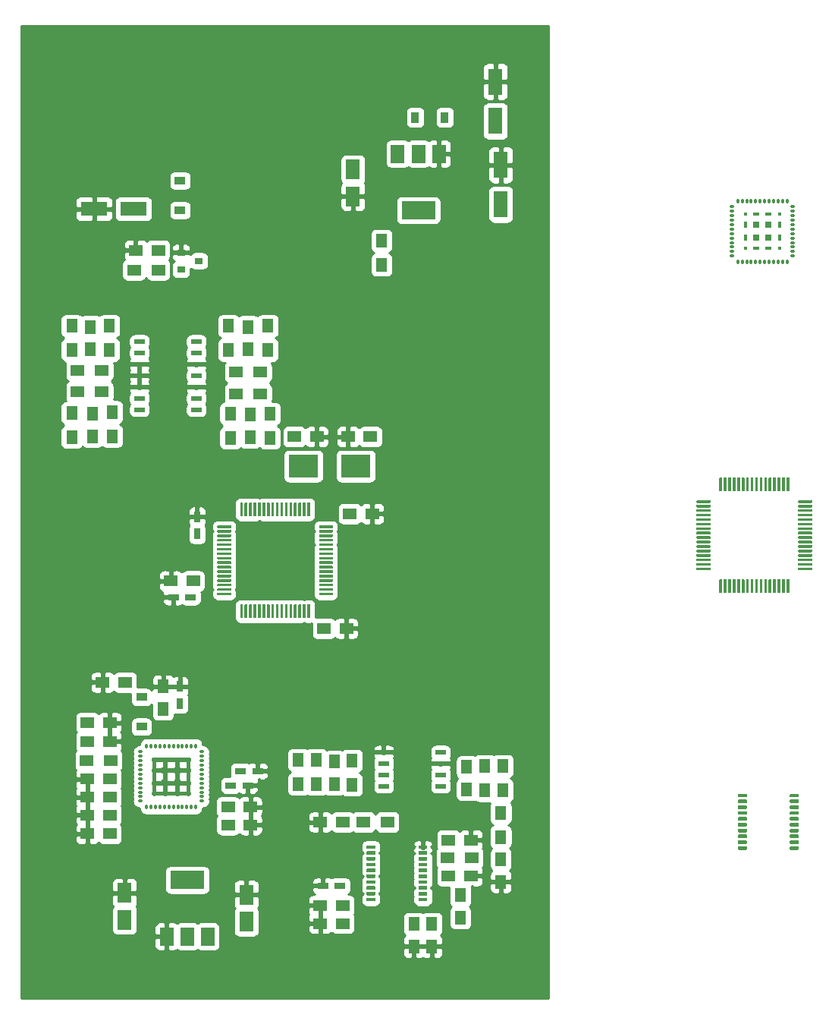
<source format=gbr>
G04 #@! TF.GenerationSoftware,KiCad,Pcbnew,(5.1.5)-3*
G04 #@! TF.CreationDate,2020-05-16T16:31:21+01:00*
G04 #@! TF.ProjectId,AddaTone Solder Stencil,41646461-546f-46e6-9520-536f6c646572,rev?*
G04 #@! TF.SameCoordinates,Original*
G04 #@! TF.FileFunction,Copper,L1,Top*
G04 #@! TF.FilePolarity,Positive*
%FSLAX46Y46*%
G04 Gerber Fmt 4.6, Leading zero omitted, Abs format (unit mm)*
G04 Created by KiCad (PCBNEW (5.1.5)-3) date 2020-05-16 16:31:21*
%MOMM*%
%LPD*%
G04 APERTURE LIST*
%ADD10C,0.100000*%
%ADD11O,0.600000X0.300000*%
%ADD12O,0.300000X0.600000*%
%ADD13R,0.450000X0.450000*%
%ADD14R,0.700000X0.700000*%
%ADD15R,0.700000X0.450000*%
%ADD16R,0.450000X0.700000*%
%ADD17R,3.325000X2.500000*%
%ADD18R,0.900000X1.200000*%
%ADD19R,0.900000X0.800000*%
%ADD20R,3.000000X1.600000*%
%ADD21R,1.500000X1.250000*%
%ADD22R,1.200000X0.900000*%
%ADD23R,1.500000X1.300000*%
%ADD24R,1.200000X0.750000*%
%ADD25R,0.750000X1.200000*%
%ADD26R,1.250000X1.500000*%
%ADD27R,1.300000X1.500000*%
%ADD28R,1.600000X2.200000*%
%ADD29R,1.600000X3.000000*%
%ADD30R,1.143000X0.508000*%
%ADD31R,1.500000X2.000000*%
%ADD32R,3.800000X2.000000*%
%ADD33C,0.254000*%
G04 APERTURE END LIST*
G04 #@! TA.AperFunction,SMDPad,CuDef*
D10*
G36*
X187479802Y-142285482D02*
G01*
X187489509Y-142286921D01*
X187499028Y-142289306D01*
X187508268Y-142292612D01*
X187517140Y-142296808D01*
X187525557Y-142301853D01*
X187533439Y-142307699D01*
X187540711Y-142314289D01*
X187547301Y-142321561D01*
X187553147Y-142329443D01*
X187558192Y-142337860D01*
X187562388Y-142346732D01*
X187565694Y-142355972D01*
X187568079Y-142365491D01*
X187569518Y-142375198D01*
X187570000Y-142385000D01*
X187570000Y-142585000D01*
X187569518Y-142594802D01*
X187568079Y-142604509D01*
X187565694Y-142614028D01*
X187562388Y-142623268D01*
X187558192Y-142632140D01*
X187553147Y-142640557D01*
X187547301Y-142648439D01*
X187540711Y-142655711D01*
X187533439Y-142662301D01*
X187525557Y-142668147D01*
X187517140Y-142673192D01*
X187508268Y-142677388D01*
X187499028Y-142680694D01*
X187489509Y-142683079D01*
X187479802Y-142684518D01*
X187470000Y-142685000D01*
X186670000Y-142685000D01*
X186660198Y-142684518D01*
X186650491Y-142683079D01*
X186640972Y-142680694D01*
X186631732Y-142677388D01*
X186622860Y-142673192D01*
X186614443Y-142668147D01*
X186606561Y-142662301D01*
X186599289Y-142655711D01*
X186592699Y-142648439D01*
X186586853Y-142640557D01*
X186581808Y-142632140D01*
X186577612Y-142623268D01*
X186574306Y-142614028D01*
X186571921Y-142604509D01*
X186570482Y-142594802D01*
X186570000Y-142585000D01*
X186570000Y-142385000D01*
X186570482Y-142375198D01*
X186571921Y-142365491D01*
X186574306Y-142355972D01*
X186577612Y-142346732D01*
X186581808Y-142337860D01*
X186586853Y-142329443D01*
X186592699Y-142321561D01*
X186599289Y-142314289D01*
X186606561Y-142307699D01*
X186614443Y-142301853D01*
X186622860Y-142296808D01*
X186631732Y-142292612D01*
X186640972Y-142289306D01*
X186650491Y-142286921D01*
X186660198Y-142285482D01*
X186670000Y-142285000D01*
X187470000Y-142285000D01*
X187479802Y-142285482D01*
G37*
G04 #@! TD.AperFunction*
G04 #@! TA.AperFunction,SMDPad,CuDef*
G36*
X187479802Y-141635482D02*
G01*
X187489509Y-141636921D01*
X187499028Y-141639306D01*
X187508268Y-141642612D01*
X187517140Y-141646808D01*
X187525557Y-141651853D01*
X187533439Y-141657699D01*
X187540711Y-141664289D01*
X187547301Y-141671561D01*
X187553147Y-141679443D01*
X187558192Y-141687860D01*
X187562388Y-141696732D01*
X187565694Y-141705972D01*
X187568079Y-141715491D01*
X187569518Y-141725198D01*
X187570000Y-141735000D01*
X187570000Y-141935000D01*
X187569518Y-141944802D01*
X187568079Y-141954509D01*
X187565694Y-141964028D01*
X187562388Y-141973268D01*
X187558192Y-141982140D01*
X187553147Y-141990557D01*
X187547301Y-141998439D01*
X187540711Y-142005711D01*
X187533439Y-142012301D01*
X187525557Y-142018147D01*
X187517140Y-142023192D01*
X187508268Y-142027388D01*
X187499028Y-142030694D01*
X187489509Y-142033079D01*
X187479802Y-142034518D01*
X187470000Y-142035000D01*
X186670000Y-142035000D01*
X186660198Y-142034518D01*
X186650491Y-142033079D01*
X186640972Y-142030694D01*
X186631732Y-142027388D01*
X186622860Y-142023192D01*
X186614443Y-142018147D01*
X186606561Y-142012301D01*
X186599289Y-142005711D01*
X186592699Y-141998439D01*
X186586853Y-141990557D01*
X186581808Y-141982140D01*
X186577612Y-141973268D01*
X186574306Y-141964028D01*
X186571921Y-141954509D01*
X186570482Y-141944802D01*
X186570000Y-141935000D01*
X186570000Y-141735000D01*
X186570482Y-141725198D01*
X186571921Y-141715491D01*
X186574306Y-141705972D01*
X186577612Y-141696732D01*
X186581808Y-141687860D01*
X186586853Y-141679443D01*
X186592699Y-141671561D01*
X186599289Y-141664289D01*
X186606561Y-141657699D01*
X186614443Y-141651853D01*
X186622860Y-141646808D01*
X186631732Y-141642612D01*
X186640972Y-141639306D01*
X186650491Y-141636921D01*
X186660198Y-141635482D01*
X186670000Y-141635000D01*
X187470000Y-141635000D01*
X187479802Y-141635482D01*
G37*
G04 #@! TD.AperFunction*
G04 #@! TA.AperFunction,SMDPad,CuDef*
G36*
X187479802Y-140985482D02*
G01*
X187489509Y-140986921D01*
X187499028Y-140989306D01*
X187508268Y-140992612D01*
X187517140Y-140996808D01*
X187525557Y-141001853D01*
X187533439Y-141007699D01*
X187540711Y-141014289D01*
X187547301Y-141021561D01*
X187553147Y-141029443D01*
X187558192Y-141037860D01*
X187562388Y-141046732D01*
X187565694Y-141055972D01*
X187568079Y-141065491D01*
X187569518Y-141075198D01*
X187570000Y-141085000D01*
X187570000Y-141285000D01*
X187569518Y-141294802D01*
X187568079Y-141304509D01*
X187565694Y-141314028D01*
X187562388Y-141323268D01*
X187558192Y-141332140D01*
X187553147Y-141340557D01*
X187547301Y-141348439D01*
X187540711Y-141355711D01*
X187533439Y-141362301D01*
X187525557Y-141368147D01*
X187517140Y-141373192D01*
X187508268Y-141377388D01*
X187499028Y-141380694D01*
X187489509Y-141383079D01*
X187479802Y-141384518D01*
X187470000Y-141385000D01*
X186670000Y-141385000D01*
X186660198Y-141384518D01*
X186650491Y-141383079D01*
X186640972Y-141380694D01*
X186631732Y-141377388D01*
X186622860Y-141373192D01*
X186614443Y-141368147D01*
X186606561Y-141362301D01*
X186599289Y-141355711D01*
X186592699Y-141348439D01*
X186586853Y-141340557D01*
X186581808Y-141332140D01*
X186577612Y-141323268D01*
X186574306Y-141314028D01*
X186571921Y-141304509D01*
X186570482Y-141294802D01*
X186570000Y-141285000D01*
X186570000Y-141085000D01*
X186570482Y-141075198D01*
X186571921Y-141065491D01*
X186574306Y-141055972D01*
X186577612Y-141046732D01*
X186581808Y-141037860D01*
X186586853Y-141029443D01*
X186592699Y-141021561D01*
X186599289Y-141014289D01*
X186606561Y-141007699D01*
X186614443Y-141001853D01*
X186622860Y-140996808D01*
X186631732Y-140992612D01*
X186640972Y-140989306D01*
X186650491Y-140986921D01*
X186660198Y-140985482D01*
X186670000Y-140985000D01*
X187470000Y-140985000D01*
X187479802Y-140985482D01*
G37*
G04 #@! TD.AperFunction*
G04 #@! TA.AperFunction,SMDPad,CuDef*
G36*
X187479802Y-140335482D02*
G01*
X187489509Y-140336921D01*
X187499028Y-140339306D01*
X187508268Y-140342612D01*
X187517140Y-140346808D01*
X187525557Y-140351853D01*
X187533439Y-140357699D01*
X187540711Y-140364289D01*
X187547301Y-140371561D01*
X187553147Y-140379443D01*
X187558192Y-140387860D01*
X187562388Y-140396732D01*
X187565694Y-140405972D01*
X187568079Y-140415491D01*
X187569518Y-140425198D01*
X187570000Y-140435000D01*
X187570000Y-140635000D01*
X187569518Y-140644802D01*
X187568079Y-140654509D01*
X187565694Y-140664028D01*
X187562388Y-140673268D01*
X187558192Y-140682140D01*
X187553147Y-140690557D01*
X187547301Y-140698439D01*
X187540711Y-140705711D01*
X187533439Y-140712301D01*
X187525557Y-140718147D01*
X187517140Y-140723192D01*
X187508268Y-140727388D01*
X187499028Y-140730694D01*
X187489509Y-140733079D01*
X187479802Y-140734518D01*
X187470000Y-140735000D01*
X186670000Y-140735000D01*
X186660198Y-140734518D01*
X186650491Y-140733079D01*
X186640972Y-140730694D01*
X186631732Y-140727388D01*
X186622860Y-140723192D01*
X186614443Y-140718147D01*
X186606561Y-140712301D01*
X186599289Y-140705711D01*
X186592699Y-140698439D01*
X186586853Y-140690557D01*
X186581808Y-140682140D01*
X186577612Y-140673268D01*
X186574306Y-140664028D01*
X186571921Y-140654509D01*
X186570482Y-140644802D01*
X186570000Y-140635000D01*
X186570000Y-140435000D01*
X186570482Y-140425198D01*
X186571921Y-140415491D01*
X186574306Y-140405972D01*
X186577612Y-140396732D01*
X186581808Y-140387860D01*
X186586853Y-140379443D01*
X186592699Y-140371561D01*
X186599289Y-140364289D01*
X186606561Y-140357699D01*
X186614443Y-140351853D01*
X186622860Y-140346808D01*
X186631732Y-140342612D01*
X186640972Y-140339306D01*
X186650491Y-140336921D01*
X186660198Y-140335482D01*
X186670000Y-140335000D01*
X187470000Y-140335000D01*
X187479802Y-140335482D01*
G37*
G04 #@! TD.AperFunction*
G04 #@! TA.AperFunction,SMDPad,CuDef*
G36*
X187479802Y-139685482D02*
G01*
X187489509Y-139686921D01*
X187499028Y-139689306D01*
X187508268Y-139692612D01*
X187517140Y-139696808D01*
X187525557Y-139701853D01*
X187533439Y-139707699D01*
X187540711Y-139714289D01*
X187547301Y-139721561D01*
X187553147Y-139729443D01*
X187558192Y-139737860D01*
X187562388Y-139746732D01*
X187565694Y-139755972D01*
X187568079Y-139765491D01*
X187569518Y-139775198D01*
X187570000Y-139785000D01*
X187570000Y-139985000D01*
X187569518Y-139994802D01*
X187568079Y-140004509D01*
X187565694Y-140014028D01*
X187562388Y-140023268D01*
X187558192Y-140032140D01*
X187553147Y-140040557D01*
X187547301Y-140048439D01*
X187540711Y-140055711D01*
X187533439Y-140062301D01*
X187525557Y-140068147D01*
X187517140Y-140073192D01*
X187508268Y-140077388D01*
X187499028Y-140080694D01*
X187489509Y-140083079D01*
X187479802Y-140084518D01*
X187470000Y-140085000D01*
X186670000Y-140085000D01*
X186660198Y-140084518D01*
X186650491Y-140083079D01*
X186640972Y-140080694D01*
X186631732Y-140077388D01*
X186622860Y-140073192D01*
X186614443Y-140068147D01*
X186606561Y-140062301D01*
X186599289Y-140055711D01*
X186592699Y-140048439D01*
X186586853Y-140040557D01*
X186581808Y-140032140D01*
X186577612Y-140023268D01*
X186574306Y-140014028D01*
X186571921Y-140004509D01*
X186570482Y-139994802D01*
X186570000Y-139985000D01*
X186570000Y-139785000D01*
X186570482Y-139775198D01*
X186571921Y-139765491D01*
X186574306Y-139755972D01*
X186577612Y-139746732D01*
X186581808Y-139737860D01*
X186586853Y-139729443D01*
X186592699Y-139721561D01*
X186599289Y-139714289D01*
X186606561Y-139707699D01*
X186614443Y-139701853D01*
X186622860Y-139696808D01*
X186631732Y-139692612D01*
X186640972Y-139689306D01*
X186650491Y-139686921D01*
X186660198Y-139685482D01*
X186670000Y-139685000D01*
X187470000Y-139685000D01*
X187479802Y-139685482D01*
G37*
G04 #@! TD.AperFunction*
G04 #@! TA.AperFunction,SMDPad,CuDef*
G36*
X187479802Y-139035482D02*
G01*
X187489509Y-139036921D01*
X187499028Y-139039306D01*
X187508268Y-139042612D01*
X187517140Y-139046808D01*
X187525557Y-139051853D01*
X187533439Y-139057699D01*
X187540711Y-139064289D01*
X187547301Y-139071561D01*
X187553147Y-139079443D01*
X187558192Y-139087860D01*
X187562388Y-139096732D01*
X187565694Y-139105972D01*
X187568079Y-139115491D01*
X187569518Y-139125198D01*
X187570000Y-139135000D01*
X187570000Y-139335000D01*
X187569518Y-139344802D01*
X187568079Y-139354509D01*
X187565694Y-139364028D01*
X187562388Y-139373268D01*
X187558192Y-139382140D01*
X187553147Y-139390557D01*
X187547301Y-139398439D01*
X187540711Y-139405711D01*
X187533439Y-139412301D01*
X187525557Y-139418147D01*
X187517140Y-139423192D01*
X187508268Y-139427388D01*
X187499028Y-139430694D01*
X187489509Y-139433079D01*
X187479802Y-139434518D01*
X187470000Y-139435000D01*
X186670000Y-139435000D01*
X186660198Y-139434518D01*
X186650491Y-139433079D01*
X186640972Y-139430694D01*
X186631732Y-139427388D01*
X186622860Y-139423192D01*
X186614443Y-139418147D01*
X186606561Y-139412301D01*
X186599289Y-139405711D01*
X186592699Y-139398439D01*
X186586853Y-139390557D01*
X186581808Y-139382140D01*
X186577612Y-139373268D01*
X186574306Y-139364028D01*
X186571921Y-139354509D01*
X186570482Y-139344802D01*
X186570000Y-139335000D01*
X186570000Y-139135000D01*
X186570482Y-139125198D01*
X186571921Y-139115491D01*
X186574306Y-139105972D01*
X186577612Y-139096732D01*
X186581808Y-139087860D01*
X186586853Y-139079443D01*
X186592699Y-139071561D01*
X186599289Y-139064289D01*
X186606561Y-139057699D01*
X186614443Y-139051853D01*
X186622860Y-139046808D01*
X186631732Y-139042612D01*
X186640972Y-139039306D01*
X186650491Y-139036921D01*
X186660198Y-139035482D01*
X186670000Y-139035000D01*
X187470000Y-139035000D01*
X187479802Y-139035482D01*
G37*
G04 #@! TD.AperFunction*
G04 #@! TA.AperFunction,SMDPad,CuDef*
G36*
X187479802Y-138385482D02*
G01*
X187489509Y-138386921D01*
X187499028Y-138389306D01*
X187508268Y-138392612D01*
X187517140Y-138396808D01*
X187525557Y-138401853D01*
X187533439Y-138407699D01*
X187540711Y-138414289D01*
X187547301Y-138421561D01*
X187553147Y-138429443D01*
X187558192Y-138437860D01*
X187562388Y-138446732D01*
X187565694Y-138455972D01*
X187568079Y-138465491D01*
X187569518Y-138475198D01*
X187570000Y-138485000D01*
X187570000Y-138685000D01*
X187569518Y-138694802D01*
X187568079Y-138704509D01*
X187565694Y-138714028D01*
X187562388Y-138723268D01*
X187558192Y-138732140D01*
X187553147Y-138740557D01*
X187547301Y-138748439D01*
X187540711Y-138755711D01*
X187533439Y-138762301D01*
X187525557Y-138768147D01*
X187517140Y-138773192D01*
X187508268Y-138777388D01*
X187499028Y-138780694D01*
X187489509Y-138783079D01*
X187479802Y-138784518D01*
X187470000Y-138785000D01*
X186670000Y-138785000D01*
X186660198Y-138784518D01*
X186650491Y-138783079D01*
X186640972Y-138780694D01*
X186631732Y-138777388D01*
X186622860Y-138773192D01*
X186614443Y-138768147D01*
X186606561Y-138762301D01*
X186599289Y-138755711D01*
X186592699Y-138748439D01*
X186586853Y-138740557D01*
X186581808Y-138732140D01*
X186577612Y-138723268D01*
X186574306Y-138714028D01*
X186571921Y-138704509D01*
X186570482Y-138694802D01*
X186570000Y-138685000D01*
X186570000Y-138485000D01*
X186570482Y-138475198D01*
X186571921Y-138465491D01*
X186574306Y-138455972D01*
X186577612Y-138446732D01*
X186581808Y-138437860D01*
X186586853Y-138429443D01*
X186592699Y-138421561D01*
X186599289Y-138414289D01*
X186606561Y-138407699D01*
X186614443Y-138401853D01*
X186622860Y-138396808D01*
X186631732Y-138392612D01*
X186640972Y-138389306D01*
X186650491Y-138386921D01*
X186660198Y-138385482D01*
X186670000Y-138385000D01*
X187470000Y-138385000D01*
X187479802Y-138385482D01*
G37*
G04 #@! TD.AperFunction*
G04 #@! TA.AperFunction,SMDPad,CuDef*
G36*
X187479802Y-137735482D02*
G01*
X187489509Y-137736921D01*
X187499028Y-137739306D01*
X187508268Y-137742612D01*
X187517140Y-137746808D01*
X187525557Y-137751853D01*
X187533439Y-137757699D01*
X187540711Y-137764289D01*
X187547301Y-137771561D01*
X187553147Y-137779443D01*
X187558192Y-137787860D01*
X187562388Y-137796732D01*
X187565694Y-137805972D01*
X187568079Y-137815491D01*
X187569518Y-137825198D01*
X187570000Y-137835000D01*
X187570000Y-138035000D01*
X187569518Y-138044802D01*
X187568079Y-138054509D01*
X187565694Y-138064028D01*
X187562388Y-138073268D01*
X187558192Y-138082140D01*
X187553147Y-138090557D01*
X187547301Y-138098439D01*
X187540711Y-138105711D01*
X187533439Y-138112301D01*
X187525557Y-138118147D01*
X187517140Y-138123192D01*
X187508268Y-138127388D01*
X187499028Y-138130694D01*
X187489509Y-138133079D01*
X187479802Y-138134518D01*
X187470000Y-138135000D01*
X186670000Y-138135000D01*
X186660198Y-138134518D01*
X186650491Y-138133079D01*
X186640972Y-138130694D01*
X186631732Y-138127388D01*
X186622860Y-138123192D01*
X186614443Y-138118147D01*
X186606561Y-138112301D01*
X186599289Y-138105711D01*
X186592699Y-138098439D01*
X186586853Y-138090557D01*
X186581808Y-138082140D01*
X186577612Y-138073268D01*
X186574306Y-138064028D01*
X186571921Y-138054509D01*
X186570482Y-138044802D01*
X186570000Y-138035000D01*
X186570000Y-137835000D01*
X186570482Y-137825198D01*
X186571921Y-137815491D01*
X186574306Y-137805972D01*
X186577612Y-137796732D01*
X186581808Y-137787860D01*
X186586853Y-137779443D01*
X186592699Y-137771561D01*
X186599289Y-137764289D01*
X186606561Y-137757699D01*
X186614443Y-137751853D01*
X186622860Y-137746808D01*
X186631732Y-137742612D01*
X186640972Y-137739306D01*
X186650491Y-137736921D01*
X186660198Y-137735482D01*
X186670000Y-137735000D01*
X187470000Y-137735000D01*
X187479802Y-137735482D01*
G37*
G04 #@! TD.AperFunction*
G04 #@! TA.AperFunction,SMDPad,CuDef*
G36*
X187479802Y-137085482D02*
G01*
X187489509Y-137086921D01*
X187499028Y-137089306D01*
X187508268Y-137092612D01*
X187517140Y-137096808D01*
X187525557Y-137101853D01*
X187533439Y-137107699D01*
X187540711Y-137114289D01*
X187547301Y-137121561D01*
X187553147Y-137129443D01*
X187558192Y-137137860D01*
X187562388Y-137146732D01*
X187565694Y-137155972D01*
X187568079Y-137165491D01*
X187569518Y-137175198D01*
X187570000Y-137185000D01*
X187570000Y-137385000D01*
X187569518Y-137394802D01*
X187568079Y-137404509D01*
X187565694Y-137414028D01*
X187562388Y-137423268D01*
X187558192Y-137432140D01*
X187553147Y-137440557D01*
X187547301Y-137448439D01*
X187540711Y-137455711D01*
X187533439Y-137462301D01*
X187525557Y-137468147D01*
X187517140Y-137473192D01*
X187508268Y-137477388D01*
X187499028Y-137480694D01*
X187489509Y-137483079D01*
X187479802Y-137484518D01*
X187470000Y-137485000D01*
X186670000Y-137485000D01*
X186660198Y-137484518D01*
X186650491Y-137483079D01*
X186640972Y-137480694D01*
X186631732Y-137477388D01*
X186622860Y-137473192D01*
X186614443Y-137468147D01*
X186606561Y-137462301D01*
X186599289Y-137455711D01*
X186592699Y-137448439D01*
X186586853Y-137440557D01*
X186581808Y-137432140D01*
X186577612Y-137423268D01*
X186574306Y-137414028D01*
X186571921Y-137404509D01*
X186570482Y-137394802D01*
X186570000Y-137385000D01*
X186570000Y-137185000D01*
X186570482Y-137175198D01*
X186571921Y-137165491D01*
X186574306Y-137155972D01*
X186577612Y-137146732D01*
X186581808Y-137137860D01*
X186586853Y-137129443D01*
X186592699Y-137121561D01*
X186599289Y-137114289D01*
X186606561Y-137107699D01*
X186614443Y-137101853D01*
X186622860Y-137096808D01*
X186631732Y-137092612D01*
X186640972Y-137089306D01*
X186650491Y-137086921D01*
X186660198Y-137085482D01*
X186670000Y-137085000D01*
X187470000Y-137085000D01*
X187479802Y-137085482D01*
G37*
G04 #@! TD.AperFunction*
G04 #@! TA.AperFunction,SMDPad,CuDef*
G36*
X187479802Y-136435482D02*
G01*
X187489509Y-136436921D01*
X187499028Y-136439306D01*
X187508268Y-136442612D01*
X187517140Y-136446808D01*
X187525557Y-136451853D01*
X187533439Y-136457699D01*
X187540711Y-136464289D01*
X187547301Y-136471561D01*
X187553147Y-136479443D01*
X187558192Y-136487860D01*
X187562388Y-136496732D01*
X187565694Y-136505972D01*
X187568079Y-136515491D01*
X187569518Y-136525198D01*
X187570000Y-136535000D01*
X187570000Y-136735000D01*
X187569518Y-136744802D01*
X187568079Y-136754509D01*
X187565694Y-136764028D01*
X187562388Y-136773268D01*
X187558192Y-136782140D01*
X187553147Y-136790557D01*
X187547301Y-136798439D01*
X187540711Y-136805711D01*
X187533439Y-136812301D01*
X187525557Y-136818147D01*
X187517140Y-136823192D01*
X187508268Y-136827388D01*
X187499028Y-136830694D01*
X187489509Y-136833079D01*
X187479802Y-136834518D01*
X187470000Y-136835000D01*
X186670000Y-136835000D01*
X186660198Y-136834518D01*
X186650491Y-136833079D01*
X186640972Y-136830694D01*
X186631732Y-136827388D01*
X186622860Y-136823192D01*
X186614443Y-136818147D01*
X186606561Y-136812301D01*
X186599289Y-136805711D01*
X186592699Y-136798439D01*
X186586853Y-136790557D01*
X186581808Y-136782140D01*
X186577612Y-136773268D01*
X186574306Y-136764028D01*
X186571921Y-136754509D01*
X186570482Y-136744802D01*
X186570000Y-136735000D01*
X186570000Y-136535000D01*
X186570482Y-136525198D01*
X186571921Y-136515491D01*
X186574306Y-136505972D01*
X186577612Y-136496732D01*
X186581808Y-136487860D01*
X186586853Y-136479443D01*
X186592699Y-136471561D01*
X186599289Y-136464289D01*
X186606561Y-136457699D01*
X186614443Y-136451853D01*
X186622860Y-136446808D01*
X186631732Y-136442612D01*
X186640972Y-136439306D01*
X186650491Y-136436921D01*
X186660198Y-136435482D01*
X186670000Y-136435000D01*
X187470000Y-136435000D01*
X187479802Y-136435482D01*
G37*
G04 #@! TD.AperFunction*
G04 #@! TA.AperFunction,SMDPad,CuDef*
G36*
X181679802Y-136435482D02*
G01*
X181689509Y-136436921D01*
X181699028Y-136439306D01*
X181708268Y-136442612D01*
X181717140Y-136446808D01*
X181725557Y-136451853D01*
X181733439Y-136457699D01*
X181740711Y-136464289D01*
X181747301Y-136471561D01*
X181753147Y-136479443D01*
X181758192Y-136487860D01*
X181762388Y-136496732D01*
X181765694Y-136505972D01*
X181768079Y-136515491D01*
X181769518Y-136525198D01*
X181770000Y-136535000D01*
X181770000Y-136735000D01*
X181769518Y-136744802D01*
X181768079Y-136754509D01*
X181765694Y-136764028D01*
X181762388Y-136773268D01*
X181758192Y-136782140D01*
X181753147Y-136790557D01*
X181747301Y-136798439D01*
X181740711Y-136805711D01*
X181733439Y-136812301D01*
X181725557Y-136818147D01*
X181717140Y-136823192D01*
X181708268Y-136827388D01*
X181699028Y-136830694D01*
X181689509Y-136833079D01*
X181679802Y-136834518D01*
X181670000Y-136835000D01*
X180870000Y-136835000D01*
X180860198Y-136834518D01*
X180850491Y-136833079D01*
X180840972Y-136830694D01*
X180831732Y-136827388D01*
X180822860Y-136823192D01*
X180814443Y-136818147D01*
X180806561Y-136812301D01*
X180799289Y-136805711D01*
X180792699Y-136798439D01*
X180786853Y-136790557D01*
X180781808Y-136782140D01*
X180777612Y-136773268D01*
X180774306Y-136764028D01*
X180771921Y-136754509D01*
X180770482Y-136744802D01*
X180770000Y-136735000D01*
X180770000Y-136535000D01*
X180770482Y-136525198D01*
X180771921Y-136515491D01*
X180774306Y-136505972D01*
X180777612Y-136496732D01*
X180781808Y-136487860D01*
X180786853Y-136479443D01*
X180792699Y-136471561D01*
X180799289Y-136464289D01*
X180806561Y-136457699D01*
X180814443Y-136451853D01*
X180822860Y-136446808D01*
X180831732Y-136442612D01*
X180840972Y-136439306D01*
X180850491Y-136436921D01*
X180860198Y-136435482D01*
X180870000Y-136435000D01*
X181670000Y-136435000D01*
X181679802Y-136435482D01*
G37*
G04 #@! TD.AperFunction*
G04 #@! TA.AperFunction,SMDPad,CuDef*
G36*
X181679802Y-137085482D02*
G01*
X181689509Y-137086921D01*
X181699028Y-137089306D01*
X181708268Y-137092612D01*
X181717140Y-137096808D01*
X181725557Y-137101853D01*
X181733439Y-137107699D01*
X181740711Y-137114289D01*
X181747301Y-137121561D01*
X181753147Y-137129443D01*
X181758192Y-137137860D01*
X181762388Y-137146732D01*
X181765694Y-137155972D01*
X181768079Y-137165491D01*
X181769518Y-137175198D01*
X181770000Y-137185000D01*
X181770000Y-137385000D01*
X181769518Y-137394802D01*
X181768079Y-137404509D01*
X181765694Y-137414028D01*
X181762388Y-137423268D01*
X181758192Y-137432140D01*
X181753147Y-137440557D01*
X181747301Y-137448439D01*
X181740711Y-137455711D01*
X181733439Y-137462301D01*
X181725557Y-137468147D01*
X181717140Y-137473192D01*
X181708268Y-137477388D01*
X181699028Y-137480694D01*
X181689509Y-137483079D01*
X181679802Y-137484518D01*
X181670000Y-137485000D01*
X180870000Y-137485000D01*
X180860198Y-137484518D01*
X180850491Y-137483079D01*
X180840972Y-137480694D01*
X180831732Y-137477388D01*
X180822860Y-137473192D01*
X180814443Y-137468147D01*
X180806561Y-137462301D01*
X180799289Y-137455711D01*
X180792699Y-137448439D01*
X180786853Y-137440557D01*
X180781808Y-137432140D01*
X180777612Y-137423268D01*
X180774306Y-137414028D01*
X180771921Y-137404509D01*
X180770482Y-137394802D01*
X180770000Y-137385000D01*
X180770000Y-137185000D01*
X180770482Y-137175198D01*
X180771921Y-137165491D01*
X180774306Y-137155972D01*
X180777612Y-137146732D01*
X180781808Y-137137860D01*
X180786853Y-137129443D01*
X180792699Y-137121561D01*
X180799289Y-137114289D01*
X180806561Y-137107699D01*
X180814443Y-137101853D01*
X180822860Y-137096808D01*
X180831732Y-137092612D01*
X180840972Y-137089306D01*
X180850491Y-137086921D01*
X180860198Y-137085482D01*
X180870000Y-137085000D01*
X181670000Y-137085000D01*
X181679802Y-137085482D01*
G37*
G04 #@! TD.AperFunction*
G04 #@! TA.AperFunction,SMDPad,CuDef*
G36*
X181679802Y-137735482D02*
G01*
X181689509Y-137736921D01*
X181699028Y-137739306D01*
X181708268Y-137742612D01*
X181717140Y-137746808D01*
X181725557Y-137751853D01*
X181733439Y-137757699D01*
X181740711Y-137764289D01*
X181747301Y-137771561D01*
X181753147Y-137779443D01*
X181758192Y-137787860D01*
X181762388Y-137796732D01*
X181765694Y-137805972D01*
X181768079Y-137815491D01*
X181769518Y-137825198D01*
X181770000Y-137835000D01*
X181770000Y-138035000D01*
X181769518Y-138044802D01*
X181768079Y-138054509D01*
X181765694Y-138064028D01*
X181762388Y-138073268D01*
X181758192Y-138082140D01*
X181753147Y-138090557D01*
X181747301Y-138098439D01*
X181740711Y-138105711D01*
X181733439Y-138112301D01*
X181725557Y-138118147D01*
X181717140Y-138123192D01*
X181708268Y-138127388D01*
X181699028Y-138130694D01*
X181689509Y-138133079D01*
X181679802Y-138134518D01*
X181670000Y-138135000D01*
X180870000Y-138135000D01*
X180860198Y-138134518D01*
X180850491Y-138133079D01*
X180840972Y-138130694D01*
X180831732Y-138127388D01*
X180822860Y-138123192D01*
X180814443Y-138118147D01*
X180806561Y-138112301D01*
X180799289Y-138105711D01*
X180792699Y-138098439D01*
X180786853Y-138090557D01*
X180781808Y-138082140D01*
X180777612Y-138073268D01*
X180774306Y-138064028D01*
X180771921Y-138054509D01*
X180770482Y-138044802D01*
X180770000Y-138035000D01*
X180770000Y-137835000D01*
X180770482Y-137825198D01*
X180771921Y-137815491D01*
X180774306Y-137805972D01*
X180777612Y-137796732D01*
X180781808Y-137787860D01*
X180786853Y-137779443D01*
X180792699Y-137771561D01*
X180799289Y-137764289D01*
X180806561Y-137757699D01*
X180814443Y-137751853D01*
X180822860Y-137746808D01*
X180831732Y-137742612D01*
X180840972Y-137739306D01*
X180850491Y-137736921D01*
X180860198Y-137735482D01*
X180870000Y-137735000D01*
X181670000Y-137735000D01*
X181679802Y-137735482D01*
G37*
G04 #@! TD.AperFunction*
G04 #@! TA.AperFunction,SMDPad,CuDef*
G36*
X181679802Y-138385482D02*
G01*
X181689509Y-138386921D01*
X181699028Y-138389306D01*
X181708268Y-138392612D01*
X181717140Y-138396808D01*
X181725557Y-138401853D01*
X181733439Y-138407699D01*
X181740711Y-138414289D01*
X181747301Y-138421561D01*
X181753147Y-138429443D01*
X181758192Y-138437860D01*
X181762388Y-138446732D01*
X181765694Y-138455972D01*
X181768079Y-138465491D01*
X181769518Y-138475198D01*
X181770000Y-138485000D01*
X181770000Y-138685000D01*
X181769518Y-138694802D01*
X181768079Y-138704509D01*
X181765694Y-138714028D01*
X181762388Y-138723268D01*
X181758192Y-138732140D01*
X181753147Y-138740557D01*
X181747301Y-138748439D01*
X181740711Y-138755711D01*
X181733439Y-138762301D01*
X181725557Y-138768147D01*
X181717140Y-138773192D01*
X181708268Y-138777388D01*
X181699028Y-138780694D01*
X181689509Y-138783079D01*
X181679802Y-138784518D01*
X181670000Y-138785000D01*
X180870000Y-138785000D01*
X180860198Y-138784518D01*
X180850491Y-138783079D01*
X180840972Y-138780694D01*
X180831732Y-138777388D01*
X180822860Y-138773192D01*
X180814443Y-138768147D01*
X180806561Y-138762301D01*
X180799289Y-138755711D01*
X180792699Y-138748439D01*
X180786853Y-138740557D01*
X180781808Y-138732140D01*
X180777612Y-138723268D01*
X180774306Y-138714028D01*
X180771921Y-138704509D01*
X180770482Y-138694802D01*
X180770000Y-138685000D01*
X180770000Y-138485000D01*
X180770482Y-138475198D01*
X180771921Y-138465491D01*
X180774306Y-138455972D01*
X180777612Y-138446732D01*
X180781808Y-138437860D01*
X180786853Y-138429443D01*
X180792699Y-138421561D01*
X180799289Y-138414289D01*
X180806561Y-138407699D01*
X180814443Y-138401853D01*
X180822860Y-138396808D01*
X180831732Y-138392612D01*
X180840972Y-138389306D01*
X180850491Y-138386921D01*
X180860198Y-138385482D01*
X180870000Y-138385000D01*
X181670000Y-138385000D01*
X181679802Y-138385482D01*
G37*
G04 #@! TD.AperFunction*
G04 #@! TA.AperFunction,SMDPad,CuDef*
G36*
X181679802Y-139035482D02*
G01*
X181689509Y-139036921D01*
X181699028Y-139039306D01*
X181708268Y-139042612D01*
X181717140Y-139046808D01*
X181725557Y-139051853D01*
X181733439Y-139057699D01*
X181740711Y-139064289D01*
X181747301Y-139071561D01*
X181753147Y-139079443D01*
X181758192Y-139087860D01*
X181762388Y-139096732D01*
X181765694Y-139105972D01*
X181768079Y-139115491D01*
X181769518Y-139125198D01*
X181770000Y-139135000D01*
X181770000Y-139335000D01*
X181769518Y-139344802D01*
X181768079Y-139354509D01*
X181765694Y-139364028D01*
X181762388Y-139373268D01*
X181758192Y-139382140D01*
X181753147Y-139390557D01*
X181747301Y-139398439D01*
X181740711Y-139405711D01*
X181733439Y-139412301D01*
X181725557Y-139418147D01*
X181717140Y-139423192D01*
X181708268Y-139427388D01*
X181699028Y-139430694D01*
X181689509Y-139433079D01*
X181679802Y-139434518D01*
X181670000Y-139435000D01*
X180870000Y-139435000D01*
X180860198Y-139434518D01*
X180850491Y-139433079D01*
X180840972Y-139430694D01*
X180831732Y-139427388D01*
X180822860Y-139423192D01*
X180814443Y-139418147D01*
X180806561Y-139412301D01*
X180799289Y-139405711D01*
X180792699Y-139398439D01*
X180786853Y-139390557D01*
X180781808Y-139382140D01*
X180777612Y-139373268D01*
X180774306Y-139364028D01*
X180771921Y-139354509D01*
X180770482Y-139344802D01*
X180770000Y-139335000D01*
X180770000Y-139135000D01*
X180770482Y-139125198D01*
X180771921Y-139115491D01*
X180774306Y-139105972D01*
X180777612Y-139096732D01*
X180781808Y-139087860D01*
X180786853Y-139079443D01*
X180792699Y-139071561D01*
X180799289Y-139064289D01*
X180806561Y-139057699D01*
X180814443Y-139051853D01*
X180822860Y-139046808D01*
X180831732Y-139042612D01*
X180840972Y-139039306D01*
X180850491Y-139036921D01*
X180860198Y-139035482D01*
X180870000Y-139035000D01*
X181670000Y-139035000D01*
X181679802Y-139035482D01*
G37*
G04 #@! TD.AperFunction*
G04 #@! TA.AperFunction,SMDPad,CuDef*
G36*
X181679802Y-139685482D02*
G01*
X181689509Y-139686921D01*
X181699028Y-139689306D01*
X181708268Y-139692612D01*
X181717140Y-139696808D01*
X181725557Y-139701853D01*
X181733439Y-139707699D01*
X181740711Y-139714289D01*
X181747301Y-139721561D01*
X181753147Y-139729443D01*
X181758192Y-139737860D01*
X181762388Y-139746732D01*
X181765694Y-139755972D01*
X181768079Y-139765491D01*
X181769518Y-139775198D01*
X181770000Y-139785000D01*
X181770000Y-139985000D01*
X181769518Y-139994802D01*
X181768079Y-140004509D01*
X181765694Y-140014028D01*
X181762388Y-140023268D01*
X181758192Y-140032140D01*
X181753147Y-140040557D01*
X181747301Y-140048439D01*
X181740711Y-140055711D01*
X181733439Y-140062301D01*
X181725557Y-140068147D01*
X181717140Y-140073192D01*
X181708268Y-140077388D01*
X181699028Y-140080694D01*
X181689509Y-140083079D01*
X181679802Y-140084518D01*
X181670000Y-140085000D01*
X180870000Y-140085000D01*
X180860198Y-140084518D01*
X180850491Y-140083079D01*
X180840972Y-140080694D01*
X180831732Y-140077388D01*
X180822860Y-140073192D01*
X180814443Y-140068147D01*
X180806561Y-140062301D01*
X180799289Y-140055711D01*
X180792699Y-140048439D01*
X180786853Y-140040557D01*
X180781808Y-140032140D01*
X180777612Y-140023268D01*
X180774306Y-140014028D01*
X180771921Y-140004509D01*
X180770482Y-139994802D01*
X180770000Y-139985000D01*
X180770000Y-139785000D01*
X180770482Y-139775198D01*
X180771921Y-139765491D01*
X180774306Y-139755972D01*
X180777612Y-139746732D01*
X180781808Y-139737860D01*
X180786853Y-139729443D01*
X180792699Y-139721561D01*
X180799289Y-139714289D01*
X180806561Y-139707699D01*
X180814443Y-139701853D01*
X180822860Y-139696808D01*
X180831732Y-139692612D01*
X180840972Y-139689306D01*
X180850491Y-139686921D01*
X180860198Y-139685482D01*
X180870000Y-139685000D01*
X181670000Y-139685000D01*
X181679802Y-139685482D01*
G37*
G04 #@! TD.AperFunction*
G04 #@! TA.AperFunction,SMDPad,CuDef*
G36*
X181679802Y-140335482D02*
G01*
X181689509Y-140336921D01*
X181699028Y-140339306D01*
X181708268Y-140342612D01*
X181717140Y-140346808D01*
X181725557Y-140351853D01*
X181733439Y-140357699D01*
X181740711Y-140364289D01*
X181747301Y-140371561D01*
X181753147Y-140379443D01*
X181758192Y-140387860D01*
X181762388Y-140396732D01*
X181765694Y-140405972D01*
X181768079Y-140415491D01*
X181769518Y-140425198D01*
X181770000Y-140435000D01*
X181770000Y-140635000D01*
X181769518Y-140644802D01*
X181768079Y-140654509D01*
X181765694Y-140664028D01*
X181762388Y-140673268D01*
X181758192Y-140682140D01*
X181753147Y-140690557D01*
X181747301Y-140698439D01*
X181740711Y-140705711D01*
X181733439Y-140712301D01*
X181725557Y-140718147D01*
X181717140Y-140723192D01*
X181708268Y-140727388D01*
X181699028Y-140730694D01*
X181689509Y-140733079D01*
X181679802Y-140734518D01*
X181670000Y-140735000D01*
X180870000Y-140735000D01*
X180860198Y-140734518D01*
X180850491Y-140733079D01*
X180840972Y-140730694D01*
X180831732Y-140727388D01*
X180822860Y-140723192D01*
X180814443Y-140718147D01*
X180806561Y-140712301D01*
X180799289Y-140705711D01*
X180792699Y-140698439D01*
X180786853Y-140690557D01*
X180781808Y-140682140D01*
X180777612Y-140673268D01*
X180774306Y-140664028D01*
X180771921Y-140654509D01*
X180770482Y-140644802D01*
X180770000Y-140635000D01*
X180770000Y-140435000D01*
X180770482Y-140425198D01*
X180771921Y-140415491D01*
X180774306Y-140405972D01*
X180777612Y-140396732D01*
X180781808Y-140387860D01*
X180786853Y-140379443D01*
X180792699Y-140371561D01*
X180799289Y-140364289D01*
X180806561Y-140357699D01*
X180814443Y-140351853D01*
X180822860Y-140346808D01*
X180831732Y-140342612D01*
X180840972Y-140339306D01*
X180850491Y-140336921D01*
X180860198Y-140335482D01*
X180870000Y-140335000D01*
X181670000Y-140335000D01*
X181679802Y-140335482D01*
G37*
G04 #@! TD.AperFunction*
G04 #@! TA.AperFunction,SMDPad,CuDef*
G36*
X181679802Y-140985482D02*
G01*
X181689509Y-140986921D01*
X181699028Y-140989306D01*
X181708268Y-140992612D01*
X181717140Y-140996808D01*
X181725557Y-141001853D01*
X181733439Y-141007699D01*
X181740711Y-141014289D01*
X181747301Y-141021561D01*
X181753147Y-141029443D01*
X181758192Y-141037860D01*
X181762388Y-141046732D01*
X181765694Y-141055972D01*
X181768079Y-141065491D01*
X181769518Y-141075198D01*
X181770000Y-141085000D01*
X181770000Y-141285000D01*
X181769518Y-141294802D01*
X181768079Y-141304509D01*
X181765694Y-141314028D01*
X181762388Y-141323268D01*
X181758192Y-141332140D01*
X181753147Y-141340557D01*
X181747301Y-141348439D01*
X181740711Y-141355711D01*
X181733439Y-141362301D01*
X181725557Y-141368147D01*
X181717140Y-141373192D01*
X181708268Y-141377388D01*
X181699028Y-141380694D01*
X181689509Y-141383079D01*
X181679802Y-141384518D01*
X181670000Y-141385000D01*
X180870000Y-141385000D01*
X180860198Y-141384518D01*
X180850491Y-141383079D01*
X180840972Y-141380694D01*
X180831732Y-141377388D01*
X180822860Y-141373192D01*
X180814443Y-141368147D01*
X180806561Y-141362301D01*
X180799289Y-141355711D01*
X180792699Y-141348439D01*
X180786853Y-141340557D01*
X180781808Y-141332140D01*
X180777612Y-141323268D01*
X180774306Y-141314028D01*
X180771921Y-141304509D01*
X180770482Y-141294802D01*
X180770000Y-141285000D01*
X180770000Y-141085000D01*
X180770482Y-141075198D01*
X180771921Y-141065491D01*
X180774306Y-141055972D01*
X180777612Y-141046732D01*
X180781808Y-141037860D01*
X180786853Y-141029443D01*
X180792699Y-141021561D01*
X180799289Y-141014289D01*
X180806561Y-141007699D01*
X180814443Y-141001853D01*
X180822860Y-140996808D01*
X180831732Y-140992612D01*
X180840972Y-140989306D01*
X180850491Y-140986921D01*
X180860198Y-140985482D01*
X180870000Y-140985000D01*
X181670000Y-140985000D01*
X181679802Y-140985482D01*
G37*
G04 #@! TD.AperFunction*
G04 #@! TA.AperFunction,SMDPad,CuDef*
G36*
X181679802Y-141635482D02*
G01*
X181689509Y-141636921D01*
X181699028Y-141639306D01*
X181708268Y-141642612D01*
X181717140Y-141646808D01*
X181725557Y-141651853D01*
X181733439Y-141657699D01*
X181740711Y-141664289D01*
X181747301Y-141671561D01*
X181753147Y-141679443D01*
X181758192Y-141687860D01*
X181762388Y-141696732D01*
X181765694Y-141705972D01*
X181768079Y-141715491D01*
X181769518Y-141725198D01*
X181770000Y-141735000D01*
X181770000Y-141935000D01*
X181769518Y-141944802D01*
X181768079Y-141954509D01*
X181765694Y-141964028D01*
X181762388Y-141973268D01*
X181758192Y-141982140D01*
X181753147Y-141990557D01*
X181747301Y-141998439D01*
X181740711Y-142005711D01*
X181733439Y-142012301D01*
X181725557Y-142018147D01*
X181717140Y-142023192D01*
X181708268Y-142027388D01*
X181699028Y-142030694D01*
X181689509Y-142033079D01*
X181679802Y-142034518D01*
X181670000Y-142035000D01*
X180870000Y-142035000D01*
X180860198Y-142034518D01*
X180850491Y-142033079D01*
X180840972Y-142030694D01*
X180831732Y-142027388D01*
X180822860Y-142023192D01*
X180814443Y-142018147D01*
X180806561Y-142012301D01*
X180799289Y-142005711D01*
X180792699Y-141998439D01*
X180786853Y-141990557D01*
X180781808Y-141982140D01*
X180777612Y-141973268D01*
X180774306Y-141964028D01*
X180771921Y-141954509D01*
X180770482Y-141944802D01*
X180770000Y-141935000D01*
X180770000Y-141735000D01*
X180770482Y-141725198D01*
X180771921Y-141715491D01*
X180774306Y-141705972D01*
X180777612Y-141696732D01*
X180781808Y-141687860D01*
X180786853Y-141679443D01*
X180792699Y-141671561D01*
X180799289Y-141664289D01*
X180806561Y-141657699D01*
X180814443Y-141651853D01*
X180822860Y-141646808D01*
X180831732Y-141642612D01*
X180840972Y-141639306D01*
X180850491Y-141636921D01*
X180860198Y-141635482D01*
X180870000Y-141635000D01*
X181670000Y-141635000D01*
X181679802Y-141635482D01*
G37*
G04 #@! TD.AperFunction*
G04 #@! TA.AperFunction,SMDPad,CuDef*
G36*
X181679802Y-142285482D02*
G01*
X181689509Y-142286921D01*
X181699028Y-142289306D01*
X181708268Y-142292612D01*
X181717140Y-142296808D01*
X181725557Y-142301853D01*
X181733439Y-142307699D01*
X181740711Y-142314289D01*
X181747301Y-142321561D01*
X181753147Y-142329443D01*
X181758192Y-142337860D01*
X181762388Y-142346732D01*
X181765694Y-142355972D01*
X181768079Y-142365491D01*
X181769518Y-142375198D01*
X181770000Y-142385000D01*
X181770000Y-142585000D01*
X181769518Y-142594802D01*
X181768079Y-142604509D01*
X181765694Y-142614028D01*
X181762388Y-142623268D01*
X181758192Y-142632140D01*
X181753147Y-142640557D01*
X181747301Y-142648439D01*
X181740711Y-142655711D01*
X181733439Y-142662301D01*
X181725557Y-142668147D01*
X181717140Y-142673192D01*
X181708268Y-142677388D01*
X181699028Y-142680694D01*
X181689509Y-142683079D01*
X181679802Y-142684518D01*
X181670000Y-142685000D01*
X180870000Y-142685000D01*
X180860198Y-142684518D01*
X180850491Y-142683079D01*
X180840972Y-142680694D01*
X180831732Y-142677388D01*
X180822860Y-142673192D01*
X180814443Y-142668147D01*
X180806561Y-142662301D01*
X180799289Y-142655711D01*
X180792699Y-142648439D01*
X180786853Y-142640557D01*
X180781808Y-142632140D01*
X180777612Y-142623268D01*
X180774306Y-142614028D01*
X180771921Y-142604509D01*
X180770482Y-142594802D01*
X180770000Y-142585000D01*
X180770000Y-142385000D01*
X180770482Y-142375198D01*
X180771921Y-142365491D01*
X180774306Y-142355972D01*
X180777612Y-142346732D01*
X180781808Y-142337860D01*
X180786853Y-142329443D01*
X180792699Y-142321561D01*
X180799289Y-142314289D01*
X180806561Y-142307699D01*
X180814443Y-142301853D01*
X180822860Y-142296808D01*
X180831732Y-142292612D01*
X180840972Y-142289306D01*
X180850491Y-142286921D01*
X180860198Y-142285482D01*
X180870000Y-142285000D01*
X181670000Y-142285000D01*
X181679802Y-142285482D01*
G37*
G04 #@! TD.AperFunction*
G04 #@! TA.AperFunction,SMDPad,CuDef*
G36*
X140209802Y-148025482D02*
G01*
X140219509Y-148026921D01*
X140229028Y-148029306D01*
X140238268Y-148032612D01*
X140247140Y-148036808D01*
X140255557Y-148041853D01*
X140263439Y-148047699D01*
X140270711Y-148054289D01*
X140277301Y-148061561D01*
X140283147Y-148069443D01*
X140288192Y-148077860D01*
X140292388Y-148086732D01*
X140295694Y-148095972D01*
X140298079Y-148105491D01*
X140299518Y-148115198D01*
X140300000Y-148125000D01*
X140300000Y-148325000D01*
X140299518Y-148334802D01*
X140298079Y-148344509D01*
X140295694Y-148354028D01*
X140292388Y-148363268D01*
X140288192Y-148372140D01*
X140283147Y-148380557D01*
X140277301Y-148388439D01*
X140270711Y-148395711D01*
X140263439Y-148402301D01*
X140255557Y-148408147D01*
X140247140Y-148413192D01*
X140238268Y-148417388D01*
X140229028Y-148420694D01*
X140219509Y-148423079D01*
X140209802Y-148424518D01*
X140200000Y-148425000D01*
X139400000Y-148425000D01*
X139390198Y-148424518D01*
X139380491Y-148423079D01*
X139370972Y-148420694D01*
X139361732Y-148417388D01*
X139352860Y-148413192D01*
X139344443Y-148408147D01*
X139336561Y-148402301D01*
X139329289Y-148395711D01*
X139322699Y-148388439D01*
X139316853Y-148380557D01*
X139311808Y-148372140D01*
X139307612Y-148363268D01*
X139304306Y-148354028D01*
X139301921Y-148344509D01*
X139300482Y-148334802D01*
X139300000Y-148325000D01*
X139300000Y-148125000D01*
X139300482Y-148115198D01*
X139301921Y-148105491D01*
X139304306Y-148095972D01*
X139307612Y-148086732D01*
X139311808Y-148077860D01*
X139316853Y-148069443D01*
X139322699Y-148061561D01*
X139329289Y-148054289D01*
X139336561Y-148047699D01*
X139344443Y-148041853D01*
X139352860Y-148036808D01*
X139361732Y-148032612D01*
X139370972Y-148029306D01*
X139380491Y-148026921D01*
X139390198Y-148025482D01*
X139400000Y-148025000D01*
X140200000Y-148025000D01*
X140209802Y-148025482D01*
G37*
G04 #@! TD.AperFunction*
G04 #@! TA.AperFunction,SMDPad,CuDef*
G36*
X140209802Y-147375482D02*
G01*
X140219509Y-147376921D01*
X140229028Y-147379306D01*
X140238268Y-147382612D01*
X140247140Y-147386808D01*
X140255557Y-147391853D01*
X140263439Y-147397699D01*
X140270711Y-147404289D01*
X140277301Y-147411561D01*
X140283147Y-147419443D01*
X140288192Y-147427860D01*
X140292388Y-147436732D01*
X140295694Y-147445972D01*
X140298079Y-147455491D01*
X140299518Y-147465198D01*
X140300000Y-147475000D01*
X140300000Y-147675000D01*
X140299518Y-147684802D01*
X140298079Y-147694509D01*
X140295694Y-147704028D01*
X140292388Y-147713268D01*
X140288192Y-147722140D01*
X140283147Y-147730557D01*
X140277301Y-147738439D01*
X140270711Y-147745711D01*
X140263439Y-147752301D01*
X140255557Y-147758147D01*
X140247140Y-147763192D01*
X140238268Y-147767388D01*
X140229028Y-147770694D01*
X140219509Y-147773079D01*
X140209802Y-147774518D01*
X140200000Y-147775000D01*
X139400000Y-147775000D01*
X139390198Y-147774518D01*
X139380491Y-147773079D01*
X139370972Y-147770694D01*
X139361732Y-147767388D01*
X139352860Y-147763192D01*
X139344443Y-147758147D01*
X139336561Y-147752301D01*
X139329289Y-147745711D01*
X139322699Y-147738439D01*
X139316853Y-147730557D01*
X139311808Y-147722140D01*
X139307612Y-147713268D01*
X139304306Y-147704028D01*
X139301921Y-147694509D01*
X139300482Y-147684802D01*
X139300000Y-147675000D01*
X139300000Y-147475000D01*
X139300482Y-147465198D01*
X139301921Y-147455491D01*
X139304306Y-147445972D01*
X139307612Y-147436732D01*
X139311808Y-147427860D01*
X139316853Y-147419443D01*
X139322699Y-147411561D01*
X139329289Y-147404289D01*
X139336561Y-147397699D01*
X139344443Y-147391853D01*
X139352860Y-147386808D01*
X139361732Y-147382612D01*
X139370972Y-147379306D01*
X139380491Y-147376921D01*
X139390198Y-147375482D01*
X139400000Y-147375000D01*
X140200000Y-147375000D01*
X140209802Y-147375482D01*
G37*
G04 #@! TD.AperFunction*
G04 #@! TA.AperFunction,SMDPad,CuDef*
G36*
X140209802Y-146725482D02*
G01*
X140219509Y-146726921D01*
X140229028Y-146729306D01*
X140238268Y-146732612D01*
X140247140Y-146736808D01*
X140255557Y-146741853D01*
X140263439Y-146747699D01*
X140270711Y-146754289D01*
X140277301Y-146761561D01*
X140283147Y-146769443D01*
X140288192Y-146777860D01*
X140292388Y-146786732D01*
X140295694Y-146795972D01*
X140298079Y-146805491D01*
X140299518Y-146815198D01*
X140300000Y-146825000D01*
X140300000Y-147025000D01*
X140299518Y-147034802D01*
X140298079Y-147044509D01*
X140295694Y-147054028D01*
X140292388Y-147063268D01*
X140288192Y-147072140D01*
X140283147Y-147080557D01*
X140277301Y-147088439D01*
X140270711Y-147095711D01*
X140263439Y-147102301D01*
X140255557Y-147108147D01*
X140247140Y-147113192D01*
X140238268Y-147117388D01*
X140229028Y-147120694D01*
X140219509Y-147123079D01*
X140209802Y-147124518D01*
X140200000Y-147125000D01*
X139400000Y-147125000D01*
X139390198Y-147124518D01*
X139380491Y-147123079D01*
X139370972Y-147120694D01*
X139361732Y-147117388D01*
X139352860Y-147113192D01*
X139344443Y-147108147D01*
X139336561Y-147102301D01*
X139329289Y-147095711D01*
X139322699Y-147088439D01*
X139316853Y-147080557D01*
X139311808Y-147072140D01*
X139307612Y-147063268D01*
X139304306Y-147054028D01*
X139301921Y-147044509D01*
X139300482Y-147034802D01*
X139300000Y-147025000D01*
X139300000Y-146825000D01*
X139300482Y-146815198D01*
X139301921Y-146805491D01*
X139304306Y-146795972D01*
X139307612Y-146786732D01*
X139311808Y-146777860D01*
X139316853Y-146769443D01*
X139322699Y-146761561D01*
X139329289Y-146754289D01*
X139336561Y-146747699D01*
X139344443Y-146741853D01*
X139352860Y-146736808D01*
X139361732Y-146732612D01*
X139370972Y-146729306D01*
X139380491Y-146726921D01*
X139390198Y-146725482D01*
X139400000Y-146725000D01*
X140200000Y-146725000D01*
X140209802Y-146725482D01*
G37*
G04 #@! TD.AperFunction*
G04 #@! TA.AperFunction,SMDPad,CuDef*
G36*
X140209802Y-146075482D02*
G01*
X140219509Y-146076921D01*
X140229028Y-146079306D01*
X140238268Y-146082612D01*
X140247140Y-146086808D01*
X140255557Y-146091853D01*
X140263439Y-146097699D01*
X140270711Y-146104289D01*
X140277301Y-146111561D01*
X140283147Y-146119443D01*
X140288192Y-146127860D01*
X140292388Y-146136732D01*
X140295694Y-146145972D01*
X140298079Y-146155491D01*
X140299518Y-146165198D01*
X140300000Y-146175000D01*
X140300000Y-146375000D01*
X140299518Y-146384802D01*
X140298079Y-146394509D01*
X140295694Y-146404028D01*
X140292388Y-146413268D01*
X140288192Y-146422140D01*
X140283147Y-146430557D01*
X140277301Y-146438439D01*
X140270711Y-146445711D01*
X140263439Y-146452301D01*
X140255557Y-146458147D01*
X140247140Y-146463192D01*
X140238268Y-146467388D01*
X140229028Y-146470694D01*
X140219509Y-146473079D01*
X140209802Y-146474518D01*
X140200000Y-146475000D01*
X139400000Y-146475000D01*
X139390198Y-146474518D01*
X139380491Y-146473079D01*
X139370972Y-146470694D01*
X139361732Y-146467388D01*
X139352860Y-146463192D01*
X139344443Y-146458147D01*
X139336561Y-146452301D01*
X139329289Y-146445711D01*
X139322699Y-146438439D01*
X139316853Y-146430557D01*
X139311808Y-146422140D01*
X139307612Y-146413268D01*
X139304306Y-146404028D01*
X139301921Y-146394509D01*
X139300482Y-146384802D01*
X139300000Y-146375000D01*
X139300000Y-146175000D01*
X139300482Y-146165198D01*
X139301921Y-146155491D01*
X139304306Y-146145972D01*
X139307612Y-146136732D01*
X139311808Y-146127860D01*
X139316853Y-146119443D01*
X139322699Y-146111561D01*
X139329289Y-146104289D01*
X139336561Y-146097699D01*
X139344443Y-146091853D01*
X139352860Y-146086808D01*
X139361732Y-146082612D01*
X139370972Y-146079306D01*
X139380491Y-146076921D01*
X139390198Y-146075482D01*
X139400000Y-146075000D01*
X140200000Y-146075000D01*
X140209802Y-146075482D01*
G37*
G04 #@! TD.AperFunction*
G04 #@! TA.AperFunction,SMDPad,CuDef*
G36*
X140209802Y-145425482D02*
G01*
X140219509Y-145426921D01*
X140229028Y-145429306D01*
X140238268Y-145432612D01*
X140247140Y-145436808D01*
X140255557Y-145441853D01*
X140263439Y-145447699D01*
X140270711Y-145454289D01*
X140277301Y-145461561D01*
X140283147Y-145469443D01*
X140288192Y-145477860D01*
X140292388Y-145486732D01*
X140295694Y-145495972D01*
X140298079Y-145505491D01*
X140299518Y-145515198D01*
X140300000Y-145525000D01*
X140300000Y-145725000D01*
X140299518Y-145734802D01*
X140298079Y-145744509D01*
X140295694Y-145754028D01*
X140292388Y-145763268D01*
X140288192Y-145772140D01*
X140283147Y-145780557D01*
X140277301Y-145788439D01*
X140270711Y-145795711D01*
X140263439Y-145802301D01*
X140255557Y-145808147D01*
X140247140Y-145813192D01*
X140238268Y-145817388D01*
X140229028Y-145820694D01*
X140219509Y-145823079D01*
X140209802Y-145824518D01*
X140200000Y-145825000D01*
X139400000Y-145825000D01*
X139390198Y-145824518D01*
X139380491Y-145823079D01*
X139370972Y-145820694D01*
X139361732Y-145817388D01*
X139352860Y-145813192D01*
X139344443Y-145808147D01*
X139336561Y-145802301D01*
X139329289Y-145795711D01*
X139322699Y-145788439D01*
X139316853Y-145780557D01*
X139311808Y-145772140D01*
X139307612Y-145763268D01*
X139304306Y-145754028D01*
X139301921Y-145744509D01*
X139300482Y-145734802D01*
X139300000Y-145725000D01*
X139300000Y-145525000D01*
X139300482Y-145515198D01*
X139301921Y-145505491D01*
X139304306Y-145495972D01*
X139307612Y-145486732D01*
X139311808Y-145477860D01*
X139316853Y-145469443D01*
X139322699Y-145461561D01*
X139329289Y-145454289D01*
X139336561Y-145447699D01*
X139344443Y-145441853D01*
X139352860Y-145436808D01*
X139361732Y-145432612D01*
X139370972Y-145429306D01*
X139380491Y-145426921D01*
X139390198Y-145425482D01*
X139400000Y-145425000D01*
X140200000Y-145425000D01*
X140209802Y-145425482D01*
G37*
G04 #@! TD.AperFunction*
G04 #@! TA.AperFunction,SMDPad,CuDef*
G36*
X140209802Y-144775482D02*
G01*
X140219509Y-144776921D01*
X140229028Y-144779306D01*
X140238268Y-144782612D01*
X140247140Y-144786808D01*
X140255557Y-144791853D01*
X140263439Y-144797699D01*
X140270711Y-144804289D01*
X140277301Y-144811561D01*
X140283147Y-144819443D01*
X140288192Y-144827860D01*
X140292388Y-144836732D01*
X140295694Y-144845972D01*
X140298079Y-144855491D01*
X140299518Y-144865198D01*
X140300000Y-144875000D01*
X140300000Y-145075000D01*
X140299518Y-145084802D01*
X140298079Y-145094509D01*
X140295694Y-145104028D01*
X140292388Y-145113268D01*
X140288192Y-145122140D01*
X140283147Y-145130557D01*
X140277301Y-145138439D01*
X140270711Y-145145711D01*
X140263439Y-145152301D01*
X140255557Y-145158147D01*
X140247140Y-145163192D01*
X140238268Y-145167388D01*
X140229028Y-145170694D01*
X140219509Y-145173079D01*
X140209802Y-145174518D01*
X140200000Y-145175000D01*
X139400000Y-145175000D01*
X139390198Y-145174518D01*
X139380491Y-145173079D01*
X139370972Y-145170694D01*
X139361732Y-145167388D01*
X139352860Y-145163192D01*
X139344443Y-145158147D01*
X139336561Y-145152301D01*
X139329289Y-145145711D01*
X139322699Y-145138439D01*
X139316853Y-145130557D01*
X139311808Y-145122140D01*
X139307612Y-145113268D01*
X139304306Y-145104028D01*
X139301921Y-145094509D01*
X139300482Y-145084802D01*
X139300000Y-145075000D01*
X139300000Y-144875000D01*
X139300482Y-144865198D01*
X139301921Y-144855491D01*
X139304306Y-144845972D01*
X139307612Y-144836732D01*
X139311808Y-144827860D01*
X139316853Y-144819443D01*
X139322699Y-144811561D01*
X139329289Y-144804289D01*
X139336561Y-144797699D01*
X139344443Y-144791853D01*
X139352860Y-144786808D01*
X139361732Y-144782612D01*
X139370972Y-144779306D01*
X139380491Y-144776921D01*
X139390198Y-144775482D01*
X139400000Y-144775000D01*
X140200000Y-144775000D01*
X140209802Y-144775482D01*
G37*
G04 #@! TD.AperFunction*
G04 #@! TA.AperFunction,SMDPad,CuDef*
G36*
X140209802Y-144125482D02*
G01*
X140219509Y-144126921D01*
X140229028Y-144129306D01*
X140238268Y-144132612D01*
X140247140Y-144136808D01*
X140255557Y-144141853D01*
X140263439Y-144147699D01*
X140270711Y-144154289D01*
X140277301Y-144161561D01*
X140283147Y-144169443D01*
X140288192Y-144177860D01*
X140292388Y-144186732D01*
X140295694Y-144195972D01*
X140298079Y-144205491D01*
X140299518Y-144215198D01*
X140300000Y-144225000D01*
X140300000Y-144425000D01*
X140299518Y-144434802D01*
X140298079Y-144444509D01*
X140295694Y-144454028D01*
X140292388Y-144463268D01*
X140288192Y-144472140D01*
X140283147Y-144480557D01*
X140277301Y-144488439D01*
X140270711Y-144495711D01*
X140263439Y-144502301D01*
X140255557Y-144508147D01*
X140247140Y-144513192D01*
X140238268Y-144517388D01*
X140229028Y-144520694D01*
X140219509Y-144523079D01*
X140209802Y-144524518D01*
X140200000Y-144525000D01*
X139400000Y-144525000D01*
X139390198Y-144524518D01*
X139380491Y-144523079D01*
X139370972Y-144520694D01*
X139361732Y-144517388D01*
X139352860Y-144513192D01*
X139344443Y-144508147D01*
X139336561Y-144502301D01*
X139329289Y-144495711D01*
X139322699Y-144488439D01*
X139316853Y-144480557D01*
X139311808Y-144472140D01*
X139307612Y-144463268D01*
X139304306Y-144454028D01*
X139301921Y-144444509D01*
X139300482Y-144434802D01*
X139300000Y-144425000D01*
X139300000Y-144225000D01*
X139300482Y-144215198D01*
X139301921Y-144205491D01*
X139304306Y-144195972D01*
X139307612Y-144186732D01*
X139311808Y-144177860D01*
X139316853Y-144169443D01*
X139322699Y-144161561D01*
X139329289Y-144154289D01*
X139336561Y-144147699D01*
X139344443Y-144141853D01*
X139352860Y-144136808D01*
X139361732Y-144132612D01*
X139370972Y-144129306D01*
X139380491Y-144126921D01*
X139390198Y-144125482D01*
X139400000Y-144125000D01*
X140200000Y-144125000D01*
X140209802Y-144125482D01*
G37*
G04 #@! TD.AperFunction*
G04 #@! TA.AperFunction,SMDPad,CuDef*
G36*
X140209802Y-143475482D02*
G01*
X140219509Y-143476921D01*
X140229028Y-143479306D01*
X140238268Y-143482612D01*
X140247140Y-143486808D01*
X140255557Y-143491853D01*
X140263439Y-143497699D01*
X140270711Y-143504289D01*
X140277301Y-143511561D01*
X140283147Y-143519443D01*
X140288192Y-143527860D01*
X140292388Y-143536732D01*
X140295694Y-143545972D01*
X140298079Y-143555491D01*
X140299518Y-143565198D01*
X140300000Y-143575000D01*
X140300000Y-143775000D01*
X140299518Y-143784802D01*
X140298079Y-143794509D01*
X140295694Y-143804028D01*
X140292388Y-143813268D01*
X140288192Y-143822140D01*
X140283147Y-143830557D01*
X140277301Y-143838439D01*
X140270711Y-143845711D01*
X140263439Y-143852301D01*
X140255557Y-143858147D01*
X140247140Y-143863192D01*
X140238268Y-143867388D01*
X140229028Y-143870694D01*
X140219509Y-143873079D01*
X140209802Y-143874518D01*
X140200000Y-143875000D01*
X139400000Y-143875000D01*
X139390198Y-143874518D01*
X139380491Y-143873079D01*
X139370972Y-143870694D01*
X139361732Y-143867388D01*
X139352860Y-143863192D01*
X139344443Y-143858147D01*
X139336561Y-143852301D01*
X139329289Y-143845711D01*
X139322699Y-143838439D01*
X139316853Y-143830557D01*
X139311808Y-143822140D01*
X139307612Y-143813268D01*
X139304306Y-143804028D01*
X139301921Y-143794509D01*
X139300482Y-143784802D01*
X139300000Y-143775000D01*
X139300000Y-143575000D01*
X139300482Y-143565198D01*
X139301921Y-143555491D01*
X139304306Y-143545972D01*
X139307612Y-143536732D01*
X139311808Y-143527860D01*
X139316853Y-143519443D01*
X139322699Y-143511561D01*
X139329289Y-143504289D01*
X139336561Y-143497699D01*
X139344443Y-143491853D01*
X139352860Y-143486808D01*
X139361732Y-143482612D01*
X139370972Y-143479306D01*
X139380491Y-143476921D01*
X139390198Y-143475482D01*
X139400000Y-143475000D01*
X140200000Y-143475000D01*
X140209802Y-143475482D01*
G37*
G04 #@! TD.AperFunction*
G04 #@! TA.AperFunction,SMDPad,CuDef*
G36*
X140209802Y-142825482D02*
G01*
X140219509Y-142826921D01*
X140229028Y-142829306D01*
X140238268Y-142832612D01*
X140247140Y-142836808D01*
X140255557Y-142841853D01*
X140263439Y-142847699D01*
X140270711Y-142854289D01*
X140277301Y-142861561D01*
X140283147Y-142869443D01*
X140288192Y-142877860D01*
X140292388Y-142886732D01*
X140295694Y-142895972D01*
X140298079Y-142905491D01*
X140299518Y-142915198D01*
X140300000Y-142925000D01*
X140300000Y-143125000D01*
X140299518Y-143134802D01*
X140298079Y-143144509D01*
X140295694Y-143154028D01*
X140292388Y-143163268D01*
X140288192Y-143172140D01*
X140283147Y-143180557D01*
X140277301Y-143188439D01*
X140270711Y-143195711D01*
X140263439Y-143202301D01*
X140255557Y-143208147D01*
X140247140Y-143213192D01*
X140238268Y-143217388D01*
X140229028Y-143220694D01*
X140219509Y-143223079D01*
X140209802Y-143224518D01*
X140200000Y-143225000D01*
X139400000Y-143225000D01*
X139390198Y-143224518D01*
X139380491Y-143223079D01*
X139370972Y-143220694D01*
X139361732Y-143217388D01*
X139352860Y-143213192D01*
X139344443Y-143208147D01*
X139336561Y-143202301D01*
X139329289Y-143195711D01*
X139322699Y-143188439D01*
X139316853Y-143180557D01*
X139311808Y-143172140D01*
X139307612Y-143163268D01*
X139304306Y-143154028D01*
X139301921Y-143144509D01*
X139300482Y-143134802D01*
X139300000Y-143125000D01*
X139300000Y-142925000D01*
X139300482Y-142915198D01*
X139301921Y-142905491D01*
X139304306Y-142895972D01*
X139307612Y-142886732D01*
X139311808Y-142877860D01*
X139316853Y-142869443D01*
X139322699Y-142861561D01*
X139329289Y-142854289D01*
X139336561Y-142847699D01*
X139344443Y-142841853D01*
X139352860Y-142836808D01*
X139361732Y-142832612D01*
X139370972Y-142829306D01*
X139380491Y-142826921D01*
X139390198Y-142825482D01*
X139400000Y-142825000D01*
X140200000Y-142825000D01*
X140209802Y-142825482D01*
G37*
G04 #@! TD.AperFunction*
G04 #@! TA.AperFunction,SMDPad,CuDef*
G36*
X140209802Y-142175482D02*
G01*
X140219509Y-142176921D01*
X140229028Y-142179306D01*
X140238268Y-142182612D01*
X140247140Y-142186808D01*
X140255557Y-142191853D01*
X140263439Y-142197699D01*
X140270711Y-142204289D01*
X140277301Y-142211561D01*
X140283147Y-142219443D01*
X140288192Y-142227860D01*
X140292388Y-142236732D01*
X140295694Y-142245972D01*
X140298079Y-142255491D01*
X140299518Y-142265198D01*
X140300000Y-142275000D01*
X140300000Y-142475000D01*
X140299518Y-142484802D01*
X140298079Y-142494509D01*
X140295694Y-142504028D01*
X140292388Y-142513268D01*
X140288192Y-142522140D01*
X140283147Y-142530557D01*
X140277301Y-142538439D01*
X140270711Y-142545711D01*
X140263439Y-142552301D01*
X140255557Y-142558147D01*
X140247140Y-142563192D01*
X140238268Y-142567388D01*
X140229028Y-142570694D01*
X140219509Y-142573079D01*
X140209802Y-142574518D01*
X140200000Y-142575000D01*
X139400000Y-142575000D01*
X139390198Y-142574518D01*
X139380491Y-142573079D01*
X139370972Y-142570694D01*
X139361732Y-142567388D01*
X139352860Y-142563192D01*
X139344443Y-142558147D01*
X139336561Y-142552301D01*
X139329289Y-142545711D01*
X139322699Y-142538439D01*
X139316853Y-142530557D01*
X139311808Y-142522140D01*
X139307612Y-142513268D01*
X139304306Y-142504028D01*
X139301921Y-142494509D01*
X139300482Y-142484802D01*
X139300000Y-142475000D01*
X139300000Y-142275000D01*
X139300482Y-142265198D01*
X139301921Y-142255491D01*
X139304306Y-142245972D01*
X139307612Y-142236732D01*
X139311808Y-142227860D01*
X139316853Y-142219443D01*
X139322699Y-142211561D01*
X139329289Y-142204289D01*
X139336561Y-142197699D01*
X139344443Y-142191853D01*
X139352860Y-142186808D01*
X139361732Y-142182612D01*
X139370972Y-142179306D01*
X139380491Y-142176921D01*
X139390198Y-142175482D01*
X139400000Y-142175000D01*
X140200000Y-142175000D01*
X140209802Y-142175482D01*
G37*
G04 #@! TD.AperFunction*
G04 #@! TA.AperFunction,SMDPad,CuDef*
G36*
X146009802Y-142175482D02*
G01*
X146019509Y-142176921D01*
X146029028Y-142179306D01*
X146038268Y-142182612D01*
X146047140Y-142186808D01*
X146055557Y-142191853D01*
X146063439Y-142197699D01*
X146070711Y-142204289D01*
X146077301Y-142211561D01*
X146083147Y-142219443D01*
X146088192Y-142227860D01*
X146092388Y-142236732D01*
X146095694Y-142245972D01*
X146098079Y-142255491D01*
X146099518Y-142265198D01*
X146100000Y-142275000D01*
X146100000Y-142475000D01*
X146099518Y-142484802D01*
X146098079Y-142494509D01*
X146095694Y-142504028D01*
X146092388Y-142513268D01*
X146088192Y-142522140D01*
X146083147Y-142530557D01*
X146077301Y-142538439D01*
X146070711Y-142545711D01*
X146063439Y-142552301D01*
X146055557Y-142558147D01*
X146047140Y-142563192D01*
X146038268Y-142567388D01*
X146029028Y-142570694D01*
X146019509Y-142573079D01*
X146009802Y-142574518D01*
X146000000Y-142575000D01*
X145200000Y-142575000D01*
X145190198Y-142574518D01*
X145180491Y-142573079D01*
X145170972Y-142570694D01*
X145161732Y-142567388D01*
X145152860Y-142563192D01*
X145144443Y-142558147D01*
X145136561Y-142552301D01*
X145129289Y-142545711D01*
X145122699Y-142538439D01*
X145116853Y-142530557D01*
X145111808Y-142522140D01*
X145107612Y-142513268D01*
X145104306Y-142504028D01*
X145101921Y-142494509D01*
X145100482Y-142484802D01*
X145100000Y-142475000D01*
X145100000Y-142275000D01*
X145100482Y-142265198D01*
X145101921Y-142255491D01*
X145104306Y-142245972D01*
X145107612Y-142236732D01*
X145111808Y-142227860D01*
X145116853Y-142219443D01*
X145122699Y-142211561D01*
X145129289Y-142204289D01*
X145136561Y-142197699D01*
X145144443Y-142191853D01*
X145152860Y-142186808D01*
X145161732Y-142182612D01*
X145170972Y-142179306D01*
X145180491Y-142176921D01*
X145190198Y-142175482D01*
X145200000Y-142175000D01*
X146000000Y-142175000D01*
X146009802Y-142175482D01*
G37*
G04 #@! TD.AperFunction*
G04 #@! TA.AperFunction,SMDPad,CuDef*
G36*
X146009802Y-142825482D02*
G01*
X146019509Y-142826921D01*
X146029028Y-142829306D01*
X146038268Y-142832612D01*
X146047140Y-142836808D01*
X146055557Y-142841853D01*
X146063439Y-142847699D01*
X146070711Y-142854289D01*
X146077301Y-142861561D01*
X146083147Y-142869443D01*
X146088192Y-142877860D01*
X146092388Y-142886732D01*
X146095694Y-142895972D01*
X146098079Y-142905491D01*
X146099518Y-142915198D01*
X146100000Y-142925000D01*
X146100000Y-143125000D01*
X146099518Y-143134802D01*
X146098079Y-143144509D01*
X146095694Y-143154028D01*
X146092388Y-143163268D01*
X146088192Y-143172140D01*
X146083147Y-143180557D01*
X146077301Y-143188439D01*
X146070711Y-143195711D01*
X146063439Y-143202301D01*
X146055557Y-143208147D01*
X146047140Y-143213192D01*
X146038268Y-143217388D01*
X146029028Y-143220694D01*
X146019509Y-143223079D01*
X146009802Y-143224518D01*
X146000000Y-143225000D01*
X145200000Y-143225000D01*
X145190198Y-143224518D01*
X145180491Y-143223079D01*
X145170972Y-143220694D01*
X145161732Y-143217388D01*
X145152860Y-143213192D01*
X145144443Y-143208147D01*
X145136561Y-143202301D01*
X145129289Y-143195711D01*
X145122699Y-143188439D01*
X145116853Y-143180557D01*
X145111808Y-143172140D01*
X145107612Y-143163268D01*
X145104306Y-143154028D01*
X145101921Y-143144509D01*
X145100482Y-143134802D01*
X145100000Y-143125000D01*
X145100000Y-142925000D01*
X145100482Y-142915198D01*
X145101921Y-142905491D01*
X145104306Y-142895972D01*
X145107612Y-142886732D01*
X145111808Y-142877860D01*
X145116853Y-142869443D01*
X145122699Y-142861561D01*
X145129289Y-142854289D01*
X145136561Y-142847699D01*
X145144443Y-142841853D01*
X145152860Y-142836808D01*
X145161732Y-142832612D01*
X145170972Y-142829306D01*
X145180491Y-142826921D01*
X145190198Y-142825482D01*
X145200000Y-142825000D01*
X146000000Y-142825000D01*
X146009802Y-142825482D01*
G37*
G04 #@! TD.AperFunction*
G04 #@! TA.AperFunction,SMDPad,CuDef*
G36*
X146009802Y-143475482D02*
G01*
X146019509Y-143476921D01*
X146029028Y-143479306D01*
X146038268Y-143482612D01*
X146047140Y-143486808D01*
X146055557Y-143491853D01*
X146063439Y-143497699D01*
X146070711Y-143504289D01*
X146077301Y-143511561D01*
X146083147Y-143519443D01*
X146088192Y-143527860D01*
X146092388Y-143536732D01*
X146095694Y-143545972D01*
X146098079Y-143555491D01*
X146099518Y-143565198D01*
X146100000Y-143575000D01*
X146100000Y-143775000D01*
X146099518Y-143784802D01*
X146098079Y-143794509D01*
X146095694Y-143804028D01*
X146092388Y-143813268D01*
X146088192Y-143822140D01*
X146083147Y-143830557D01*
X146077301Y-143838439D01*
X146070711Y-143845711D01*
X146063439Y-143852301D01*
X146055557Y-143858147D01*
X146047140Y-143863192D01*
X146038268Y-143867388D01*
X146029028Y-143870694D01*
X146019509Y-143873079D01*
X146009802Y-143874518D01*
X146000000Y-143875000D01*
X145200000Y-143875000D01*
X145190198Y-143874518D01*
X145180491Y-143873079D01*
X145170972Y-143870694D01*
X145161732Y-143867388D01*
X145152860Y-143863192D01*
X145144443Y-143858147D01*
X145136561Y-143852301D01*
X145129289Y-143845711D01*
X145122699Y-143838439D01*
X145116853Y-143830557D01*
X145111808Y-143822140D01*
X145107612Y-143813268D01*
X145104306Y-143804028D01*
X145101921Y-143794509D01*
X145100482Y-143784802D01*
X145100000Y-143775000D01*
X145100000Y-143575000D01*
X145100482Y-143565198D01*
X145101921Y-143555491D01*
X145104306Y-143545972D01*
X145107612Y-143536732D01*
X145111808Y-143527860D01*
X145116853Y-143519443D01*
X145122699Y-143511561D01*
X145129289Y-143504289D01*
X145136561Y-143497699D01*
X145144443Y-143491853D01*
X145152860Y-143486808D01*
X145161732Y-143482612D01*
X145170972Y-143479306D01*
X145180491Y-143476921D01*
X145190198Y-143475482D01*
X145200000Y-143475000D01*
X146000000Y-143475000D01*
X146009802Y-143475482D01*
G37*
G04 #@! TD.AperFunction*
G04 #@! TA.AperFunction,SMDPad,CuDef*
G36*
X146009802Y-144125482D02*
G01*
X146019509Y-144126921D01*
X146029028Y-144129306D01*
X146038268Y-144132612D01*
X146047140Y-144136808D01*
X146055557Y-144141853D01*
X146063439Y-144147699D01*
X146070711Y-144154289D01*
X146077301Y-144161561D01*
X146083147Y-144169443D01*
X146088192Y-144177860D01*
X146092388Y-144186732D01*
X146095694Y-144195972D01*
X146098079Y-144205491D01*
X146099518Y-144215198D01*
X146100000Y-144225000D01*
X146100000Y-144425000D01*
X146099518Y-144434802D01*
X146098079Y-144444509D01*
X146095694Y-144454028D01*
X146092388Y-144463268D01*
X146088192Y-144472140D01*
X146083147Y-144480557D01*
X146077301Y-144488439D01*
X146070711Y-144495711D01*
X146063439Y-144502301D01*
X146055557Y-144508147D01*
X146047140Y-144513192D01*
X146038268Y-144517388D01*
X146029028Y-144520694D01*
X146019509Y-144523079D01*
X146009802Y-144524518D01*
X146000000Y-144525000D01*
X145200000Y-144525000D01*
X145190198Y-144524518D01*
X145180491Y-144523079D01*
X145170972Y-144520694D01*
X145161732Y-144517388D01*
X145152860Y-144513192D01*
X145144443Y-144508147D01*
X145136561Y-144502301D01*
X145129289Y-144495711D01*
X145122699Y-144488439D01*
X145116853Y-144480557D01*
X145111808Y-144472140D01*
X145107612Y-144463268D01*
X145104306Y-144454028D01*
X145101921Y-144444509D01*
X145100482Y-144434802D01*
X145100000Y-144425000D01*
X145100000Y-144225000D01*
X145100482Y-144215198D01*
X145101921Y-144205491D01*
X145104306Y-144195972D01*
X145107612Y-144186732D01*
X145111808Y-144177860D01*
X145116853Y-144169443D01*
X145122699Y-144161561D01*
X145129289Y-144154289D01*
X145136561Y-144147699D01*
X145144443Y-144141853D01*
X145152860Y-144136808D01*
X145161732Y-144132612D01*
X145170972Y-144129306D01*
X145180491Y-144126921D01*
X145190198Y-144125482D01*
X145200000Y-144125000D01*
X146000000Y-144125000D01*
X146009802Y-144125482D01*
G37*
G04 #@! TD.AperFunction*
G04 #@! TA.AperFunction,SMDPad,CuDef*
G36*
X146009802Y-144775482D02*
G01*
X146019509Y-144776921D01*
X146029028Y-144779306D01*
X146038268Y-144782612D01*
X146047140Y-144786808D01*
X146055557Y-144791853D01*
X146063439Y-144797699D01*
X146070711Y-144804289D01*
X146077301Y-144811561D01*
X146083147Y-144819443D01*
X146088192Y-144827860D01*
X146092388Y-144836732D01*
X146095694Y-144845972D01*
X146098079Y-144855491D01*
X146099518Y-144865198D01*
X146100000Y-144875000D01*
X146100000Y-145075000D01*
X146099518Y-145084802D01*
X146098079Y-145094509D01*
X146095694Y-145104028D01*
X146092388Y-145113268D01*
X146088192Y-145122140D01*
X146083147Y-145130557D01*
X146077301Y-145138439D01*
X146070711Y-145145711D01*
X146063439Y-145152301D01*
X146055557Y-145158147D01*
X146047140Y-145163192D01*
X146038268Y-145167388D01*
X146029028Y-145170694D01*
X146019509Y-145173079D01*
X146009802Y-145174518D01*
X146000000Y-145175000D01*
X145200000Y-145175000D01*
X145190198Y-145174518D01*
X145180491Y-145173079D01*
X145170972Y-145170694D01*
X145161732Y-145167388D01*
X145152860Y-145163192D01*
X145144443Y-145158147D01*
X145136561Y-145152301D01*
X145129289Y-145145711D01*
X145122699Y-145138439D01*
X145116853Y-145130557D01*
X145111808Y-145122140D01*
X145107612Y-145113268D01*
X145104306Y-145104028D01*
X145101921Y-145094509D01*
X145100482Y-145084802D01*
X145100000Y-145075000D01*
X145100000Y-144875000D01*
X145100482Y-144865198D01*
X145101921Y-144855491D01*
X145104306Y-144845972D01*
X145107612Y-144836732D01*
X145111808Y-144827860D01*
X145116853Y-144819443D01*
X145122699Y-144811561D01*
X145129289Y-144804289D01*
X145136561Y-144797699D01*
X145144443Y-144791853D01*
X145152860Y-144786808D01*
X145161732Y-144782612D01*
X145170972Y-144779306D01*
X145180491Y-144776921D01*
X145190198Y-144775482D01*
X145200000Y-144775000D01*
X146000000Y-144775000D01*
X146009802Y-144775482D01*
G37*
G04 #@! TD.AperFunction*
G04 #@! TA.AperFunction,SMDPad,CuDef*
G36*
X146009802Y-145425482D02*
G01*
X146019509Y-145426921D01*
X146029028Y-145429306D01*
X146038268Y-145432612D01*
X146047140Y-145436808D01*
X146055557Y-145441853D01*
X146063439Y-145447699D01*
X146070711Y-145454289D01*
X146077301Y-145461561D01*
X146083147Y-145469443D01*
X146088192Y-145477860D01*
X146092388Y-145486732D01*
X146095694Y-145495972D01*
X146098079Y-145505491D01*
X146099518Y-145515198D01*
X146100000Y-145525000D01*
X146100000Y-145725000D01*
X146099518Y-145734802D01*
X146098079Y-145744509D01*
X146095694Y-145754028D01*
X146092388Y-145763268D01*
X146088192Y-145772140D01*
X146083147Y-145780557D01*
X146077301Y-145788439D01*
X146070711Y-145795711D01*
X146063439Y-145802301D01*
X146055557Y-145808147D01*
X146047140Y-145813192D01*
X146038268Y-145817388D01*
X146029028Y-145820694D01*
X146019509Y-145823079D01*
X146009802Y-145824518D01*
X146000000Y-145825000D01*
X145200000Y-145825000D01*
X145190198Y-145824518D01*
X145180491Y-145823079D01*
X145170972Y-145820694D01*
X145161732Y-145817388D01*
X145152860Y-145813192D01*
X145144443Y-145808147D01*
X145136561Y-145802301D01*
X145129289Y-145795711D01*
X145122699Y-145788439D01*
X145116853Y-145780557D01*
X145111808Y-145772140D01*
X145107612Y-145763268D01*
X145104306Y-145754028D01*
X145101921Y-145744509D01*
X145100482Y-145734802D01*
X145100000Y-145725000D01*
X145100000Y-145525000D01*
X145100482Y-145515198D01*
X145101921Y-145505491D01*
X145104306Y-145495972D01*
X145107612Y-145486732D01*
X145111808Y-145477860D01*
X145116853Y-145469443D01*
X145122699Y-145461561D01*
X145129289Y-145454289D01*
X145136561Y-145447699D01*
X145144443Y-145441853D01*
X145152860Y-145436808D01*
X145161732Y-145432612D01*
X145170972Y-145429306D01*
X145180491Y-145426921D01*
X145190198Y-145425482D01*
X145200000Y-145425000D01*
X146000000Y-145425000D01*
X146009802Y-145425482D01*
G37*
G04 #@! TD.AperFunction*
G04 #@! TA.AperFunction,SMDPad,CuDef*
G36*
X146009802Y-146075482D02*
G01*
X146019509Y-146076921D01*
X146029028Y-146079306D01*
X146038268Y-146082612D01*
X146047140Y-146086808D01*
X146055557Y-146091853D01*
X146063439Y-146097699D01*
X146070711Y-146104289D01*
X146077301Y-146111561D01*
X146083147Y-146119443D01*
X146088192Y-146127860D01*
X146092388Y-146136732D01*
X146095694Y-146145972D01*
X146098079Y-146155491D01*
X146099518Y-146165198D01*
X146100000Y-146175000D01*
X146100000Y-146375000D01*
X146099518Y-146384802D01*
X146098079Y-146394509D01*
X146095694Y-146404028D01*
X146092388Y-146413268D01*
X146088192Y-146422140D01*
X146083147Y-146430557D01*
X146077301Y-146438439D01*
X146070711Y-146445711D01*
X146063439Y-146452301D01*
X146055557Y-146458147D01*
X146047140Y-146463192D01*
X146038268Y-146467388D01*
X146029028Y-146470694D01*
X146019509Y-146473079D01*
X146009802Y-146474518D01*
X146000000Y-146475000D01*
X145200000Y-146475000D01*
X145190198Y-146474518D01*
X145180491Y-146473079D01*
X145170972Y-146470694D01*
X145161732Y-146467388D01*
X145152860Y-146463192D01*
X145144443Y-146458147D01*
X145136561Y-146452301D01*
X145129289Y-146445711D01*
X145122699Y-146438439D01*
X145116853Y-146430557D01*
X145111808Y-146422140D01*
X145107612Y-146413268D01*
X145104306Y-146404028D01*
X145101921Y-146394509D01*
X145100482Y-146384802D01*
X145100000Y-146375000D01*
X145100000Y-146175000D01*
X145100482Y-146165198D01*
X145101921Y-146155491D01*
X145104306Y-146145972D01*
X145107612Y-146136732D01*
X145111808Y-146127860D01*
X145116853Y-146119443D01*
X145122699Y-146111561D01*
X145129289Y-146104289D01*
X145136561Y-146097699D01*
X145144443Y-146091853D01*
X145152860Y-146086808D01*
X145161732Y-146082612D01*
X145170972Y-146079306D01*
X145180491Y-146076921D01*
X145190198Y-146075482D01*
X145200000Y-146075000D01*
X146000000Y-146075000D01*
X146009802Y-146075482D01*
G37*
G04 #@! TD.AperFunction*
G04 #@! TA.AperFunction,SMDPad,CuDef*
G36*
X146009802Y-146725482D02*
G01*
X146019509Y-146726921D01*
X146029028Y-146729306D01*
X146038268Y-146732612D01*
X146047140Y-146736808D01*
X146055557Y-146741853D01*
X146063439Y-146747699D01*
X146070711Y-146754289D01*
X146077301Y-146761561D01*
X146083147Y-146769443D01*
X146088192Y-146777860D01*
X146092388Y-146786732D01*
X146095694Y-146795972D01*
X146098079Y-146805491D01*
X146099518Y-146815198D01*
X146100000Y-146825000D01*
X146100000Y-147025000D01*
X146099518Y-147034802D01*
X146098079Y-147044509D01*
X146095694Y-147054028D01*
X146092388Y-147063268D01*
X146088192Y-147072140D01*
X146083147Y-147080557D01*
X146077301Y-147088439D01*
X146070711Y-147095711D01*
X146063439Y-147102301D01*
X146055557Y-147108147D01*
X146047140Y-147113192D01*
X146038268Y-147117388D01*
X146029028Y-147120694D01*
X146019509Y-147123079D01*
X146009802Y-147124518D01*
X146000000Y-147125000D01*
X145200000Y-147125000D01*
X145190198Y-147124518D01*
X145180491Y-147123079D01*
X145170972Y-147120694D01*
X145161732Y-147117388D01*
X145152860Y-147113192D01*
X145144443Y-147108147D01*
X145136561Y-147102301D01*
X145129289Y-147095711D01*
X145122699Y-147088439D01*
X145116853Y-147080557D01*
X145111808Y-147072140D01*
X145107612Y-147063268D01*
X145104306Y-147054028D01*
X145101921Y-147044509D01*
X145100482Y-147034802D01*
X145100000Y-147025000D01*
X145100000Y-146825000D01*
X145100482Y-146815198D01*
X145101921Y-146805491D01*
X145104306Y-146795972D01*
X145107612Y-146786732D01*
X145111808Y-146777860D01*
X145116853Y-146769443D01*
X145122699Y-146761561D01*
X145129289Y-146754289D01*
X145136561Y-146747699D01*
X145144443Y-146741853D01*
X145152860Y-146736808D01*
X145161732Y-146732612D01*
X145170972Y-146729306D01*
X145180491Y-146726921D01*
X145190198Y-146725482D01*
X145200000Y-146725000D01*
X146000000Y-146725000D01*
X146009802Y-146725482D01*
G37*
G04 #@! TD.AperFunction*
G04 #@! TA.AperFunction,SMDPad,CuDef*
G36*
X146009802Y-147375482D02*
G01*
X146019509Y-147376921D01*
X146029028Y-147379306D01*
X146038268Y-147382612D01*
X146047140Y-147386808D01*
X146055557Y-147391853D01*
X146063439Y-147397699D01*
X146070711Y-147404289D01*
X146077301Y-147411561D01*
X146083147Y-147419443D01*
X146088192Y-147427860D01*
X146092388Y-147436732D01*
X146095694Y-147445972D01*
X146098079Y-147455491D01*
X146099518Y-147465198D01*
X146100000Y-147475000D01*
X146100000Y-147675000D01*
X146099518Y-147684802D01*
X146098079Y-147694509D01*
X146095694Y-147704028D01*
X146092388Y-147713268D01*
X146088192Y-147722140D01*
X146083147Y-147730557D01*
X146077301Y-147738439D01*
X146070711Y-147745711D01*
X146063439Y-147752301D01*
X146055557Y-147758147D01*
X146047140Y-147763192D01*
X146038268Y-147767388D01*
X146029028Y-147770694D01*
X146019509Y-147773079D01*
X146009802Y-147774518D01*
X146000000Y-147775000D01*
X145200000Y-147775000D01*
X145190198Y-147774518D01*
X145180491Y-147773079D01*
X145170972Y-147770694D01*
X145161732Y-147767388D01*
X145152860Y-147763192D01*
X145144443Y-147758147D01*
X145136561Y-147752301D01*
X145129289Y-147745711D01*
X145122699Y-147738439D01*
X145116853Y-147730557D01*
X145111808Y-147722140D01*
X145107612Y-147713268D01*
X145104306Y-147704028D01*
X145101921Y-147694509D01*
X145100482Y-147684802D01*
X145100000Y-147675000D01*
X145100000Y-147475000D01*
X145100482Y-147465198D01*
X145101921Y-147455491D01*
X145104306Y-147445972D01*
X145107612Y-147436732D01*
X145111808Y-147427860D01*
X145116853Y-147419443D01*
X145122699Y-147411561D01*
X145129289Y-147404289D01*
X145136561Y-147397699D01*
X145144443Y-147391853D01*
X145152860Y-147386808D01*
X145161732Y-147382612D01*
X145170972Y-147379306D01*
X145180491Y-147376921D01*
X145190198Y-147375482D01*
X145200000Y-147375000D01*
X146000000Y-147375000D01*
X146009802Y-147375482D01*
G37*
G04 #@! TD.AperFunction*
G04 #@! TA.AperFunction,SMDPad,CuDef*
G36*
X146009802Y-148025482D02*
G01*
X146019509Y-148026921D01*
X146029028Y-148029306D01*
X146038268Y-148032612D01*
X146047140Y-148036808D01*
X146055557Y-148041853D01*
X146063439Y-148047699D01*
X146070711Y-148054289D01*
X146077301Y-148061561D01*
X146083147Y-148069443D01*
X146088192Y-148077860D01*
X146092388Y-148086732D01*
X146095694Y-148095972D01*
X146098079Y-148105491D01*
X146099518Y-148115198D01*
X146100000Y-148125000D01*
X146100000Y-148325000D01*
X146099518Y-148334802D01*
X146098079Y-148344509D01*
X146095694Y-148354028D01*
X146092388Y-148363268D01*
X146088192Y-148372140D01*
X146083147Y-148380557D01*
X146077301Y-148388439D01*
X146070711Y-148395711D01*
X146063439Y-148402301D01*
X146055557Y-148408147D01*
X146047140Y-148413192D01*
X146038268Y-148417388D01*
X146029028Y-148420694D01*
X146019509Y-148423079D01*
X146009802Y-148424518D01*
X146000000Y-148425000D01*
X145200000Y-148425000D01*
X145190198Y-148424518D01*
X145180491Y-148423079D01*
X145170972Y-148420694D01*
X145161732Y-148417388D01*
X145152860Y-148413192D01*
X145144443Y-148408147D01*
X145136561Y-148402301D01*
X145129289Y-148395711D01*
X145122699Y-148388439D01*
X145116853Y-148380557D01*
X145111808Y-148372140D01*
X145107612Y-148363268D01*
X145104306Y-148354028D01*
X145101921Y-148344509D01*
X145100482Y-148334802D01*
X145100000Y-148325000D01*
X145100000Y-148125000D01*
X145100482Y-148115198D01*
X145101921Y-148105491D01*
X145104306Y-148095972D01*
X145107612Y-148086732D01*
X145111808Y-148077860D01*
X145116853Y-148069443D01*
X145122699Y-148061561D01*
X145129289Y-148054289D01*
X145136561Y-148047699D01*
X145144443Y-148041853D01*
X145152860Y-148036808D01*
X145161732Y-148032612D01*
X145170972Y-148029306D01*
X145180491Y-148026921D01*
X145190198Y-148025482D01*
X145200000Y-148025000D01*
X146000000Y-148025000D01*
X146009802Y-148025482D01*
G37*
G04 #@! TD.AperFunction*
G04 #@! TA.AperFunction,SMDPad,CuDef*
G36*
X188982351Y-103700361D02*
G01*
X188989632Y-103701441D01*
X188996771Y-103703229D01*
X189003701Y-103705709D01*
X189010355Y-103708856D01*
X189016668Y-103712640D01*
X189022579Y-103717024D01*
X189028033Y-103721967D01*
X189032976Y-103727421D01*
X189037360Y-103733332D01*
X189041144Y-103739645D01*
X189044291Y-103746299D01*
X189046771Y-103753229D01*
X189048559Y-103760368D01*
X189049639Y-103767649D01*
X189050000Y-103775000D01*
X189050000Y-103925000D01*
X189049639Y-103932351D01*
X189048559Y-103939632D01*
X189046771Y-103946771D01*
X189044291Y-103953701D01*
X189041144Y-103960355D01*
X189037360Y-103966668D01*
X189032976Y-103972579D01*
X189028033Y-103978033D01*
X189022579Y-103982976D01*
X189016668Y-103987360D01*
X189010355Y-103991144D01*
X189003701Y-103994291D01*
X188996771Y-103996771D01*
X188989632Y-103998559D01*
X188982351Y-103999639D01*
X188975000Y-104000000D01*
X187575000Y-104000000D01*
X187567649Y-103999639D01*
X187560368Y-103998559D01*
X187553229Y-103996771D01*
X187546299Y-103994291D01*
X187539645Y-103991144D01*
X187533332Y-103987360D01*
X187527421Y-103982976D01*
X187521967Y-103978033D01*
X187517024Y-103972579D01*
X187512640Y-103966668D01*
X187508856Y-103960355D01*
X187505709Y-103953701D01*
X187503229Y-103946771D01*
X187501441Y-103939632D01*
X187500361Y-103932351D01*
X187500000Y-103925000D01*
X187500000Y-103775000D01*
X187500361Y-103767649D01*
X187501441Y-103760368D01*
X187503229Y-103753229D01*
X187505709Y-103746299D01*
X187508856Y-103739645D01*
X187512640Y-103733332D01*
X187517024Y-103727421D01*
X187521967Y-103721967D01*
X187527421Y-103717024D01*
X187533332Y-103712640D01*
X187539645Y-103708856D01*
X187546299Y-103705709D01*
X187553229Y-103703229D01*
X187560368Y-103701441D01*
X187567649Y-103700361D01*
X187575000Y-103700000D01*
X188975000Y-103700000D01*
X188982351Y-103700361D01*
G37*
G04 #@! TD.AperFunction*
G04 #@! TA.AperFunction,SMDPad,CuDef*
G36*
X188982351Y-104200361D02*
G01*
X188989632Y-104201441D01*
X188996771Y-104203229D01*
X189003701Y-104205709D01*
X189010355Y-104208856D01*
X189016668Y-104212640D01*
X189022579Y-104217024D01*
X189028033Y-104221967D01*
X189032976Y-104227421D01*
X189037360Y-104233332D01*
X189041144Y-104239645D01*
X189044291Y-104246299D01*
X189046771Y-104253229D01*
X189048559Y-104260368D01*
X189049639Y-104267649D01*
X189050000Y-104275000D01*
X189050000Y-104425000D01*
X189049639Y-104432351D01*
X189048559Y-104439632D01*
X189046771Y-104446771D01*
X189044291Y-104453701D01*
X189041144Y-104460355D01*
X189037360Y-104466668D01*
X189032976Y-104472579D01*
X189028033Y-104478033D01*
X189022579Y-104482976D01*
X189016668Y-104487360D01*
X189010355Y-104491144D01*
X189003701Y-104494291D01*
X188996771Y-104496771D01*
X188989632Y-104498559D01*
X188982351Y-104499639D01*
X188975000Y-104500000D01*
X187575000Y-104500000D01*
X187567649Y-104499639D01*
X187560368Y-104498559D01*
X187553229Y-104496771D01*
X187546299Y-104494291D01*
X187539645Y-104491144D01*
X187533332Y-104487360D01*
X187527421Y-104482976D01*
X187521967Y-104478033D01*
X187517024Y-104472579D01*
X187512640Y-104466668D01*
X187508856Y-104460355D01*
X187505709Y-104453701D01*
X187503229Y-104446771D01*
X187501441Y-104439632D01*
X187500361Y-104432351D01*
X187500000Y-104425000D01*
X187500000Y-104275000D01*
X187500361Y-104267649D01*
X187501441Y-104260368D01*
X187503229Y-104253229D01*
X187505709Y-104246299D01*
X187508856Y-104239645D01*
X187512640Y-104233332D01*
X187517024Y-104227421D01*
X187521967Y-104221967D01*
X187527421Y-104217024D01*
X187533332Y-104212640D01*
X187539645Y-104208856D01*
X187546299Y-104205709D01*
X187553229Y-104203229D01*
X187560368Y-104201441D01*
X187567649Y-104200361D01*
X187575000Y-104200000D01*
X188975000Y-104200000D01*
X188982351Y-104200361D01*
G37*
G04 #@! TD.AperFunction*
G04 #@! TA.AperFunction,SMDPad,CuDef*
G36*
X188982351Y-104700361D02*
G01*
X188989632Y-104701441D01*
X188996771Y-104703229D01*
X189003701Y-104705709D01*
X189010355Y-104708856D01*
X189016668Y-104712640D01*
X189022579Y-104717024D01*
X189028033Y-104721967D01*
X189032976Y-104727421D01*
X189037360Y-104733332D01*
X189041144Y-104739645D01*
X189044291Y-104746299D01*
X189046771Y-104753229D01*
X189048559Y-104760368D01*
X189049639Y-104767649D01*
X189050000Y-104775000D01*
X189050000Y-104925000D01*
X189049639Y-104932351D01*
X189048559Y-104939632D01*
X189046771Y-104946771D01*
X189044291Y-104953701D01*
X189041144Y-104960355D01*
X189037360Y-104966668D01*
X189032976Y-104972579D01*
X189028033Y-104978033D01*
X189022579Y-104982976D01*
X189016668Y-104987360D01*
X189010355Y-104991144D01*
X189003701Y-104994291D01*
X188996771Y-104996771D01*
X188989632Y-104998559D01*
X188982351Y-104999639D01*
X188975000Y-105000000D01*
X187575000Y-105000000D01*
X187567649Y-104999639D01*
X187560368Y-104998559D01*
X187553229Y-104996771D01*
X187546299Y-104994291D01*
X187539645Y-104991144D01*
X187533332Y-104987360D01*
X187527421Y-104982976D01*
X187521967Y-104978033D01*
X187517024Y-104972579D01*
X187512640Y-104966668D01*
X187508856Y-104960355D01*
X187505709Y-104953701D01*
X187503229Y-104946771D01*
X187501441Y-104939632D01*
X187500361Y-104932351D01*
X187500000Y-104925000D01*
X187500000Y-104775000D01*
X187500361Y-104767649D01*
X187501441Y-104760368D01*
X187503229Y-104753229D01*
X187505709Y-104746299D01*
X187508856Y-104739645D01*
X187512640Y-104733332D01*
X187517024Y-104727421D01*
X187521967Y-104721967D01*
X187527421Y-104717024D01*
X187533332Y-104712640D01*
X187539645Y-104708856D01*
X187546299Y-104705709D01*
X187553229Y-104703229D01*
X187560368Y-104701441D01*
X187567649Y-104700361D01*
X187575000Y-104700000D01*
X188975000Y-104700000D01*
X188982351Y-104700361D01*
G37*
G04 #@! TD.AperFunction*
G04 #@! TA.AperFunction,SMDPad,CuDef*
G36*
X188982351Y-105200361D02*
G01*
X188989632Y-105201441D01*
X188996771Y-105203229D01*
X189003701Y-105205709D01*
X189010355Y-105208856D01*
X189016668Y-105212640D01*
X189022579Y-105217024D01*
X189028033Y-105221967D01*
X189032976Y-105227421D01*
X189037360Y-105233332D01*
X189041144Y-105239645D01*
X189044291Y-105246299D01*
X189046771Y-105253229D01*
X189048559Y-105260368D01*
X189049639Y-105267649D01*
X189050000Y-105275000D01*
X189050000Y-105425000D01*
X189049639Y-105432351D01*
X189048559Y-105439632D01*
X189046771Y-105446771D01*
X189044291Y-105453701D01*
X189041144Y-105460355D01*
X189037360Y-105466668D01*
X189032976Y-105472579D01*
X189028033Y-105478033D01*
X189022579Y-105482976D01*
X189016668Y-105487360D01*
X189010355Y-105491144D01*
X189003701Y-105494291D01*
X188996771Y-105496771D01*
X188989632Y-105498559D01*
X188982351Y-105499639D01*
X188975000Y-105500000D01*
X187575000Y-105500000D01*
X187567649Y-105499639D01*
X187560368Y-105498559D01*
X187553229Y-105496771D01*
X187546299Y-105494291D01*
X187539645Y-105491144D01*
X187533332Y-105487360D01*
X187527421Y-105482976D01*
X187521967Y-105478033D01*
X187517024Y-105472579D01*
X187512640Y-105466668D01*
X187508856Y-105460355D01*
X187505709Y-105453701D01*
X187503229Y-105446771D01*
X187501441Y-105439632D01*
X187500361Y-105432351D01*
X187500000Y-105425000D01*
X187500000Y-105275000D01*
X187500361Y-105267649D01*
X187501441Y-105260368D01*
X187503229Y-105253229D01*
X187505709Y-105246299D01*
X187508856Y-105239645D01*
X187512640Y-105233332D01*
X187517024Y-105227421D01*
X187521967Y-105221967D01*
X187527421Y-105217024D01*
X187533332Y-105212640D01*
X187539645Y-105208856D01*
X187546299Y-105205709D01*
X187553229Y-105203229D01*
X187560368Y-105201441D01*
X187567649Y-105200361D01*
X187575000Y-105200000D01*
X188975000Y-105200000D01*
X188982351Y-105200361D01*
G37*
G04 #@! TD.AperFunction*
G04 #@! TA.AperFunction,SMDPad,CuDef*
G36*
X188982351Y-105700361D02*
G01*
X188989632Y-105701441D01*
X188996771Y-105703229D01*
X189003701Y-105705709D01*
X189010355Y-105708856D01*
X189016668Y-105712640D01*
X189022579Y-105717024D01*
X189028033Y-105721967D01*
X189032976Y-105727421D01*
X189037360Y-105733332D01*
X189041144Y-105739645D01*
X189044291Y-105746299D01*
X189046771Y-105753229D01*
X189048559Y-105760368D01*
X189049639Y-105767649D01*
X189050000Y-105775000D01*
X189050000Y-105925000D01*
X189049639Y-105932351D01*
X189048559Y-105939632D01*
X189046771Y-105946771D01*
X189044291Y-105953701D01*
X189041144Y-105960355D01*
X189037360Y-105966668D01*
X189032976Y-105972579D01*
X189028033Y-105978033D01*
X189022579Y-105982976D01*
X189016668Y-105987360D01*
X189010355Y-105991144D01*
X189003701Y-105994291D01*
X188996771Y-105996771D01*
X188989632Y-105998559D01*
X188982351Y-105999639D01*
X188975000Y-106000000D01*
X187575000Y-106000000D01*
X187567649Y-105999639D01*
X187560368Y-105998559D01*
X187553229Y-105996771D01*
X187546299Y-105994291D01*
X187539645Y-105991144D01*
X187533332Y-105987360D01*
X187527421Y-105982976D01*
X187521967Y-105978033D01*
X187517024Y-105972579D01*
X187512640Y-105966668D01*
X187508856Y-105960355D01*
X187505709Y-105953701D01*
X187503229Y-105946771D01*
X187501441Y-105939632D01*
X187500361Y-105932351D01*
X187500000Y-105925000D01*
X187500000Y-105775000D01*
X187500361Y-105767649D01*
X187501441Y-105760368D01*
X187503229Y-105753229D01*
X187505709Y-105746299D01*
X187508856Y-105739645D01*
X187512640Y-105733332D01*
X187517024Y-105727421D01*
X187521967Y-105721967D01*
X187527421Y-105717024D01*
X187533332Y-105712640D01*
X187539645Y-105708856D01*
X187546299Y-105705709D01*
X187553229Y-105703229D01*
X187560368Y-105701441D01*
X187567649Y-105700361D01*
X187575000Y-105700000D01*
X188975000Y-105700000D01*
X188982351Y-105700361D01*
G37*
G04 #@! TD.AperFunction*
G04 #@! TA.AperFunction,SMDPad,CuDef*
G36*
X188982351Y-106200361D02*
G01*
X188989632Y-106201441D01*
X188996771Y-106203229D01*
X189003701Y-106205709D01*
X189010355Y-106208856D01*
X189016668Y-106212640D01*
X189022579Y-106217024D01*
X189028033Y-106221967D01*
X189032976Y-106227421D01*
X189037360Y-106233332D01*
X189041144Y-106239645D01*
X189044291Y-106246299D01*
X189046771Y-106253229D01*
X189048559Y-106260368D01*
X189049639Y-106267649D01*
X189050000Y-106275000D01*
X189050000Y-106425000D01*
X189049639Y-106432351D01*
X189048559Y-106439632D01*
X189046771Y-106446771D01*
X189044291Y-106453701D01*
X189041144Y-106460355D01*
X189037360Y-106466668D01*
X189032976Y-106472579D01*
X189028033Y-106478033D01*
X189022579Y-106482976D01*
X189016668Y-106487360D01*
X189010355Y-106491144D01*
X189003701Y-106494291D01*
X188996771Y-106496771D01*
X188989632Y-106498559D01*
X188982351Y-106499639D01*
X188975000Y-106500000D01*
X187575000Y-106500000D01*
X187567649Y-106499639D01*
X187560368Y-106498559D01*
X187553229Y-106496771D01*
X187546299Y-106494291D01*
X187539645Y-106491144D01*
X187533332Y-106487360D01*
X187527421Y-106482976D01*
X187521967Y-106478033D01*
X187517024Y-106472579D01*
X187512640Y-106466668D01*
X187508856Y-106460355D01*
X187505709Y-106453701D01*
X187503229Y-106446771D01*
X187501441Y-106439632D01*
X187500361Y-106432351D01*
X187500000Y-106425000D01*
X187500000Y-106275000D01*
X187500361Y-106267649D01*
X187501441Y-106260368D01*
X187503229Y-106253229D01*
X187505709Y-106246299D01*
X187508856Y-106239645D01*
X187512640Y-106233332D01*
X187517024Y-106227421D01*
X187521967Y-106221967D01*
X187527421Y-106217024D01*
X187533332Y-106212640D01*
X187539645Y-106208856D01*
X187546299Y-106205709D01*
X187553229Y-106203229D01*
X187560368Y-106201441D01*
X187567649Y-106200361D01*
X187575000Y-106200000D01*
X188975000Y-106200000D01*
X188982351Y-106200361D01*
G37*
G04 #@! TD.AperFunction*
G04 #@! TA.AperFunction,SMDPad,CuDef*
G36*
X188982351Y-106700361D02*
G01*
X188989632Y-106701441D01*
X188996771Y-106703229D01*
X189003701Y-106705709D01*
X189010355Y-106708856D01*
X189016668Y-106712640D01*
X189022579Y-106717024D01*
X189028033Y-106721967D01*
X189032976Y-106727421D01*
X189037360Y-106733332D01*
X189041144Y-106739645D01*
X189044291Y-106746299D01*
X189046771Y-106753229D01*
X189048559Y-106760368D01*
X189049639Y-106767649D01*
X189050000Y-106775000D01*
X189050000Y-106925000D01*
X189049639Y-106932351D01*
X189048559Y-106939632D01*
X189046771Y-106946771D01*
X189044291Y-106953701D01*
X189041144Y-106960355D01*
X189037360Y-106966668D01*
X189032976Y-106972579D01*
X189028033Y-106978033D01*
X189022579Y-106982976D01*
X189016668Y-106987360D01*
X189010355Y-106991144D01*
X189003701Y-106994291D01*
X188996771Y-106996771D01*
X188989632Y-106998559D01*
X188982351Y-106999639D01*
X188975000Y-107000000D01*
X187575000Y-107000000D01*
X187567649Y-106999639D01*
X187560368Y-106998559D01*
X187553229Y-106996771D01*
X187546299Y-106994291D01*
X187539645Y-106991144D01*
X187533332Y-106987360D01*
X187527421Y-106982976D01*
X187521967Y-106978033D01*
X187517024Y-106972579D01*
X187512640Y-106966668D01*
X187508856Y-106960355D01*
X187505709Y-106953701D01*
X187503229Y-106946771D01*
X187501441Y-106939632D01*
X187500361Y-106932351D01*
X187500000Y-106925000D01*
X187500000Y-106775000D01*
X187500361Y-106767649D01*
X187501441Y-106760368D01*
X187503229Y-106753229D01*
X187505709Y-106746299D01*
X187508856Y-106739645D01*
X187512640Y-106733332D01*
X187517024Y-106727421D01*
X187521967Y-106721967D01*
X187527421Y-106717024D01*
X187533332Y-106712640D01*
X187539645Y-106708856D01*
X187546299Y-106705709D01*
X187553229Y-106703229D01*
X187560368Y-106701441D01*
X187567649Y-106700361D01*
X187575000Y-106700000D01*
X188975000Y-106700000D01*
X188982351Y-106700361D01*
G37*
G04 #@! TD.AperFunction*
G04 #@! TA.AperFunction,SMDPad,CuDef*
G36*
X188982351Y-107200361D02*
G01*
X188989632Y-107201441D01*
X188996771Y-107203229D01*
X189003701Y-107205709D01*
X189010355Y-107208856D01*
X189016668Y-107212640D01*
X189022579Y-107217024D01*
X189028033Y-107221967D01*
X189032976Y-107227421D01*
X189037360Y-107233332D01*
X189041144Y-107239645D01*
X189044291Y-107246299D01*
X189046771Y-107253229D01*
X189048559Y-107260368D01*
X189049639Y-107267649D01*
X189050000Y-107275000D01*
X189050000Y-107425000D01*
X189049639Y-107432351D01*
X189048559Y-107439632D01*
X189046771Y-107446771D01*
X189044291Y-107453701D01*
X189041144Y-107460355D01*
X189037360Y-107466668D01*
X189032976Y-107472579D01*
X189028033Y-107478033D01*
X189022579Y-107482976D01*
X189016668Y-107487360D01*
X189010355Y-107491144D01*
X189003701Y-107494291D01*
X188996771Y-107496771D01*
X188989632Y-107498559D01*
X188982351Y-107499639D01*
X188975000Y-107500000D01*
X187575000Y-107500000D01*
X187567649Y-107499639D01*
X187560368Y-107498559D01*
X187553229Y-107496771D01*
X187546299Y-107494291D01*
X187539645Y-107491144D01*
X187533332Y-107487360D01*
X187527421Y-107482976D01*
X187521967Y-107478033D01*
X187517024Y-107472579D01*
X187512640Y-107466668D01*
X187508856Y-107460355D01*
X187505709Y-107453701D01*
X187503229Y-107446771D01*
X187501441Y-107439632D01*
X187500361Y-107432351D01*
X187500000Y-107425000D01*
X187500000Y-107275000D01*
X187500361Y-107267649D01*
X187501441Y-107260368D01*
X187503229Y-107253229D01*
X187505709Y-107246299D01*
X187508856Y-107239645D01*
X187512640Y-107233332D01*
X187517024Y-107227421D01*
X187521967Y-107221967D01*
X187527421Y-107217024D01*
X187533332Y-107212640D01*
X187539645Y-107208856D01*
X187546299Y-107205709D01*
X187553229Y-107203229D01*
X187560368Y-107201441D01*
X187567649Y-107200361D01*
X187575000Y-107200000D01*
X188975000Y-107200000D01*
X188982351Y-107200361D01*
G37*
G04 #@! TD.AperFunction*
G04 #@! TA.AperFunction,SMDPad,CuDef*
G36*
X188982351Y-107700361D02*
G01*
X188989632Y-107701441D01*
X188996771Y-107703229D01*
X189003701Y-107705709D01*
X189010355Y-107708856D01*
X189016668Y-107712640D01*
X189022579Y-107717024D01*
X189028033Y-107721967D01*
X189032976Y-107727421D01*
X189037360Y-107733332D01*
X189041144Y-107739645D01*
X189044291Y-107746299D01*
X189046771Y-107753229D01*
X189048559Y-107760368D01*
X189049639Y-107767649D01*
X189050000Y-107775000D01*
X189050000Y-107925000D01*
X189049639Y-107932351D01*
X189048559Y-107939632D01*
X189046771Y-107946771D01*
X189044291Y-107953701D01*
X189041144Y-107960355D01*
X189037360Y-107966668D01*
X189032976Y-107972579D01*
X189028033Y-107978033D01*
X189022579Y-107982976D01*
X189016668Y-107987360D01*
X189010355Y-107991144D01*
X189003701Y-107994291D01*
X188996771Y-107996771D01*
X188989632Y-107998559D01*
X188982351Y-107999639D01*
X188975000Y-108000000D01*
X187575000Y-108000000D01*
X187567649Y-107999639D01*
X187560368Y-107998559D01*
X187553229Y-107996771D01*
X187546299Y-107994291D01*
X187539645Y-107991144D01*
X187533332Y-107987360D01*
X187527421Y-107982976D01*
X187521967Y-107978033D01*
X187517024Y-107972579D01*
X187512640Y-107966668D01*
X187508856Y-107960355D01*
X187505709Y-107953701D01*
X187503229Y-107946771D01*
X187501441Y-107939632D01*
X187500361Y-107932351D01*
X187500000Y-107925000D01*
X187500000Y-107775000D01*
X187500361Y-107767649D01*
X187501441Y-107760368D01*
X187503229Y-107753229D01*
X187505709Y-107746299D01*
X187508856Y-107739645D01*
X187512640Y-107733332D01*
X187517024Y-107727421D01*
X187521967Y-107721967D01*
X187527421Y-107717024D01*
X187533332Y-107712640D01*
X187539645Y-107708856D01*
X187546299Y-107705709D01*
X187553229Y-107703229D01*
X187560368Y-107701441D01*
X187567649Y-107700361D01*
X187575000Y-107700000D01*
X188975000Y-107700000D01*
X188982351Y-107700361D01*
G37*
G04 #@! TD.AperFunction*
G04 #@! TA.AperFunction,SMDPad,CuDef*
G36*
X188982351Y-108200361D02*
G01*
X188989632Y-108201441D01*
X188996771Y-108203229D01*
X189003701Y-108205709D01*
X189010355Y-108208856D01*
X189016668Y-108212640D01*
X189022579Y-108217024D01*
X189028033Y-108221967D01*
X189032976Y-108227421D01*
X189037360Y-108233332D01*
X189041144Y-108239645D01*
X189044291Y-108246299D01*
X189046771Y-108253229D01*
X189048559Y-108260368D01*
X189049639Y-108267649D01*
X189050000Y-108275000D01*
X189050000Y-108425000D01*
X189049639Y-108432351D01*
X189048559Y-108439632D01*
X189046771Y-108446771D01*
X189044291Y-108453701D01*
X189041144Y-108460355D01*
X189037360Y-108466668D01*
X189032976Y-108472579D01*
X189028033Y-108478033D01*
X189022579Y-108482976D01*
X189016668Y-108487360D01*
X189010355Y-108491144D01*
X189003701Y-108494291D01*
X188996771Y-108496771D01*
X188989632Y-108498559D01*
X188982351Y-108499639D01*
X188975000Y-108500000D01*
X187575000Y-108500000D01*
X187567649Y-108499639D01*
X187560368Y-108498559D01*
X187553229Y-108496771D01*
X187546299Y-108494291D01*
X187539645Y-108491144D01*
X187533332Y-108487360D01*
X187527421Y-108482976D01*
X187521967Y-108478033D01*
X187517024Y-108472579D01*
X187512640Y-108466668D01*
X187508856Y-108460355D01*
X187505709Y-108453701D01*
X187503229Y-108446771D01*
X187501441Y-108439632D01*
X187500361Y-108432351D01*
X187500000Y-108425000D01*
X187500000Y-108275000D01*
X187500361Y-108267649D01*
X187501441Y-108260368D01*
X187503229Y-108253229D01*
X187505709Y-108246299D01*
X187508856Y-108239645D01*
X187512640Y-108233332D01*
X187517024Y-108227421D01*
X187521967Y-108221967D01*
X187527421Y-108217024D01*
X187533332Y-108212640D01*
X187539645Y-108208856D01*
X187546299Y-108205709D01*
X187553229Y-108203229D01*
X187560368Y-108201441D01*
X187567649Y-108200361D01*
X187575000Y-108200000D01*
X188975000Y-108200000D01*
X188982351Y-108200361D01*
G37*
G04 #@! TD.AperFunction*
G04 #@! TA.AperFunction,SMDPad,CuDef*
G36*
X188982351Y-108700361D02*
G01*
X188989632Y-108701441D01*
X188996771Y-108703229D01*
X189003701Y-108705709D01*
X189010355Y-108708856D01*
X189016668Y-108712640D01*
X189022579Y-108717024D01*
X189028033Y-108721967D01*
X189032976Y-108727421D01*
X189037360Y-108733332D01*
X189041144Y-108739645D01*
X189044291Y-108746299D01*
X189046771Y-108753229D01*
X189048559Y-108760368D01*
X189049639Y-108767649D01*
X189050000Y-108775000D01*
X189050000Y-108925000D01*
X189049639Y-108932351D01*
X189048559Y-108939632D01*
X189046771Y-108946771D01*
X189044291Y-108953701D01*
X189041144Y-108960355D01*
X189037360Y-108966668D01*
X189032976Y-108972579D01*
X189028033Y-108978033D01*
X189022579Y-108982976D01*
X189016668Y-108987360D01*
X189010355Y-108991144D01*
X189003701Y-108994291D01*
X188996771Y-108996771D01*
X188989632Y-108998559D01*
X188982351Y-108999639D01*
X188975000Y-109000000D01*
X187575000Y-109000000D01*
X187567649Y-108999639D01*
X187560368Y-108998559D01*
X187553229Y-108996771D01*
X187546299Y-108994291D01*
X187539645Y-108991144D01*
X187533332Y-108987360D01*
X187527421Y-108982976D01*
X187521967Y-108978033D01*
X187517024Y-108972579D01*
X187512640Y-108966668D01*
X187508856Y-108960355D01*
X187505709Y-108953701D01*
X187503229Y-108946771D01*
X187501441Y-108939632D01*
X187500361Y-108932351D01*
X187500000Y-108925000D01*
X187500000Y-108775000D01*
X187500361Y-108767649D01*
X187501441Y-108760368D01*
X187503229Y-108753229D01*
X187505709Y-108746299D01*
X187508856Y-108739645D01*
X187512640Y-108733332D01*
X187517024Y-108727421D01*
X187521967Y-108721967D01*
X187527421Y-108717024D01*
X187533332Y-108712640D01*
X187539645Y-108708856D01*
X187546299Y-108705709D01*
X187553229Y-108703229D01*
X187560368Y-108701441D01*
X187567649Y-108700361D01*
X187575000Y-108700000D01*
X188975000Y-108700000D01*
X188982351Y-108700361D01*
G37*
G04 #@! TD.AperFunction*
G04 #@! TA.AperFunction,SMDPad,CuDef*
G36*
X188982351Y-109200361D02*
G01*
X188989632Y-109201441D01*
X188996771Y-109203229D01*
X189003701Y-109205709D01*
X189010355Y-109208856D01*
X189016668Y-109212640D01*
X189022579Y-109217024D01*
X189028033Y-109221967D01*
X189032976Y-109227421D01*
X189037360Y-109233332D01*
X189041144Y-109239645D01*
X189044291Y-109246299D01*
X189046771Y-109253229D01*
X189048559Y-109260368D01*
X189049639Y-109267649D01*
X189050000Y-109275000D01*
X189050000Y-109425000D01*
X189049639Y-109432351D01*
X189048559Y-109439632D01*
X189046771Y-109446771D01*
X189044291Y-109453701D01*
X189041144Y-109460355D01*
X189037360Y-109466668D01*
X189032976Y-109472579D01*
X189028033Y-109478033D01*
X189022579Y-109482976D01*
X189016668Y-109487360D01*
X189010355Y-109491144D01*
X189003701Y-109494291D01*
X188996771Y-109496771D01*
X188989632Y-109498559D01*
X188982351Y-109499639D01*
X188975000Y-109500000D01*
X187575000Y-109500000D01*
X187567649Y-109499639D01*
X187560368Y-109498559D01*
X187553229Y-109496771D01*
X187546299Y-109494291D01*
X187539645Y-109491144D01*
X187533332Y-109487360D01*
X187527421Y-109482976D01*
X187521967Y-109478033D01*
X187517024Y-109472579D01*
X187512640Y-109466668D01*
X187508856Y-109460355D01*
X187505709Y-109453701D01*
X187503229Y-109446771D01*
X187501441Y-109439632D01*
X187500361Y-109432351D01*
X187500000Y-109425000D01*
X187500000Y-109275000D01*
X187500361Y-109267649D01*
X187501441Y-109260368D01*
X187503229Y-109253229D01*
X187505709Y-109246299D01*
X187508856Y-109239645D01*
X187512640Y-109233332D01*
X187517024Y-109227421D01*
X187521967Y-109221967D01*
X187527421Y-109217024D01*
X187533332Y-109212640D01*
X187539645Y-109208856D01*
X187546299Y-109205709D01*
X187553229Y-109203229D01*
X187560368Y-109201441D01*
X187567649Y-109200361D01*
X187575000Y-109200000D01*
X188975000Y-109200000D01*
X188982351Y-109200361D01*
G37*
G04 #@! TD.AperFunction*
G04 #@! TA.AperFunction,SMDPad,CuDef*
G36*
X188982351Y-109700361D02*
G01*
X188989632Y-109701441D01*
X188996771Y-109703229D01*
X189003701Y-109705709D01*
X189010355Y-109708856D01*
X189016668Y-109712640D01*
X189022579Y-109717024D01*
X189028033Y-109721967D01*
X189032976Y-109727421D01*
X189037360Y-109733332D01*
X189041144Y-109739645D01*
X189044291Y-109746299D01*
X189046771Y-109753229D01*
X189048559Y-109760368D01*
X189049639Y-109767649D01*
X189050000Y-109775000D01*
X189050000Y-109925000D01*
X189049639Y-109932351D01*
X189048559Y-109939632D01*
X189046771Y-109946771D01*
X189044291Y-109953701D01*
X189041144Y-109960355D01*
X189037360Y-109966668D01*
X189032976Y-109972579D01*
X189028033Y-109978033D01*
X189022579Y-109982976D01*
X189016668Y-109987360D01*
X189010355Y-109991144D01*
X189003701Y-109994291D01*
X188996771Y-109996771D01*
X188989632Y-109998559D01*
X188982351Y-109999639D01*
X188975000Y-110000000D01*
X187575000Y-110000000D01*
X187567649Y-109999639D01*
X187560368Y-109998559D01*
X187553229Y-109996771D01*
X187546299Y-109994291D01*
X187539645Y-109991144D01*
X187533332Y-109987360D01*
X187527421Y-109982976D01*
X187521967Y-109978033D01*
X187517024Y-109972579D01*
X187512640Y-109966668D01*
X187508856Y-109960355D01*
X187505709Y-109953701D01*
X187503229Y-109946771D01*
X187501441Y-109939632D01*
X187500361Y-109932351D01*
X187500000Y-109925000D01*
X187500000Y-109775000D01*
X187500361Y-109767649D01*
X187501441Y-109760368D01*
X187503229Y-109753229D01*
X187505709Y-109746299D01*
X187508856Y-109739645D01*
X187512640Y-109733332D01*
X187517024Y-109727421D01*
X187521967Y-109721967D01*
X187527421Y-109717024D01*
X187533332Y-109712640D01*
X187539645Y-109708856D01*
X187546299Y-109705709D01*
X187553229Y-109703229D01*
X187560368Y-109701441D01*
X187567649Y-109700361D01*
X187575000Y-109700000D01*
X188975000Y-109700000D01*
X188982351Y-109700361D01*
G37*
G04 #@! TD.AperFunction*
G04 #@! TA.AperFunction,SMDPad,CuDef*
G36*
X188982351Y-110200361D02*
G01*
X188989632Y-110201441D01*
X188996771Y-110203229D01*
X189003701Y-110205709D01*
X189010355Y-110208856D01*
X189016668Y-110212640D01*
X189022579Y-110217024D01*
X189028033Y-110221967D01*
X189032976Y-110227421D01*
X189037360Y-110233332D01*
X189041144Y-110239645D01*
X189044291Y-110246299D01*
X189046771Y-110253229D01*
X189048559Y-110260368D01*
X189049639Y-110267649D01*
X189050000Y-110275000D01*
X189050000Y-110425000D01*
X189049639Y-110432351D01*
X189048559Y-110439632D01*
X189046771Y-110446771D01*
X189044291Y-110453701D01*
X189041144Y-110460355D01*
X189037360Y-110466668D01*
X189032976Y-110472579D01*
X189028033Y-110478033D01*
X189022579Y-110482976D01*
X189016668Y-110487360D01*
X189010355Y-110491144D01*
X189003701Y-110494291D01*
X188996771Y-110496771D01*
X188989632Y-110498559D01*
X188982351Y-110499639D01*
X188975000Y-110500000D01*
X187575000Y-110500000D01*
X187567649Y-110499639D01*
X187560368Y-110498559D01*
X187553229Y-110496771D01*
X187546299Y-110494291D01*
X187539645Y-110491144D01*
X187533332Y-110487360D01*
X187527421Y-110482976D01*
X187521967Y-110478033D01*
X187517024Y-110472579D01*
X187512640Y-110466668D01*
X187508856Y-110460355D01*
X187505709Y-110453701D01*
X187503229Y-110446771D01*
X187501441Y-110439632D01*
X187500361Y-110432351D01*
X187500000Y-110425000D01*
X187500000Y-110275000D01*
X187500361Y-110267649D01*
X187501441Y-110260368D01*
X187503229Y-110253229D01*
X187505709Y-110246299D01*
X187508856Y-110239645D01*
X187512640Y-110233332D01*
X187517024Y-110227421D01*
X187521967Y-110221967D01*
X187527421Y-110217024D01*
X187533332Y-110212640D01*
X187539645Y-110208856D01*
X187546299Y-110205709D01*
X187553229Y-110203229D01*
X187560368Y-110201441D01*
X187567649Y-110200361D01*
X187575000Y-110200000D01*
X188975000Y-110200000D01*
X188982351Y-110200361D01*
G37*
G04 #@! TD.AperFunction*
G04 #@! TA.AperFunction,SMDPad,CuDef*
G36*
X188982351Y-110700361D02*
G01*
X188989632Y-110701441D01*
X188996771Y-110703229D01*
X189003701Y-110705709D01*
X189010355Y-110708856D01*
X189016668Y-110712640D01*
X189022579Y-110717024D01*
X189028033Y-110721967D01*
X189032976Y-110727421D01*
X189037360Y-110733332D01*
X189041144Y-110739645D01*
X189044291Y-110746299D01*
X189046771Y-110753229D01*
X189048559Y-110760368D01*
X189049639Y-110767649D01*
X189050000Y-110775000D01*
X189050000Y-110925000D01*
X189049639Y-110932351D01*
X189048559Y-110939632D01*
X189046771Y-110946771D01*
X189044291Y-110953701D01*
X189041144Y-110960355D01*
X189037360Y-110966668D01*
X189032976Y-110972579D01*
X189028033Y-110978033D01*
X189022579Y-110982976D01*
X189016668Y-110987360D01*
X189010355Y-110991144D01*
X189003701Y-110994291D01*
X188996771Y-110996771D01*
X188989632Y-110998559D01*
X188982351Y-110999639D01*
X188975000Y-111000000D01*
X187575000Y-111000000D01*
X187567649Y-110999639D01*
X187560368Y-110998559D01*
X187553229Y-110996771D01*
X187546299Y-110994291D01*
X187539645Y-110991144D01*
X187533332Y-110987360D01*
X187527421Y-110982976D01*
X187521967Y-110978033D01*
X187517024Y-110972579D01*
X187512640Y-110966668D01*
X187508856Y-110960355D01*
X187505709Y-110953701D01*
X187503229Y-110946771D01*
X187501441Y-110939632D01*
X187500361Y-110932351D01*
X187500000Y-110925000D01*
X187500000Y-110775000D01*
X187500361Y-110767649D01*
X187501441Y-110760368D01*
X187503229Y-110753229D01*
X187505709Y-110746299D01*
X187508856Y-110739645D01*
X187512640Y-110733332D01*
X187517024Y-110727421D01*
X187521967Y-110721967D01*
X187527421Y-110717024D01*
X187533332Y-110712640D01*
X187539645Y-110708856D01*
X187546299Y-110705709D01*
X187553229Y-110703229D01*
X187560368Y-110701441D01*
X187567649Y-110700361D01*
X187575000Y-110700000D01*
X188975000Y-110700000D01*
X188982351Y-110700361D01*
G37*
G04 #@! TD.AperFunction*
G04 #@! TA.AperFunction,SMDPad,CuDef*
G36*
X188982351Y-111200361D02*
G01*
X188989632Y-111201441D01*
X188996771Y-111203229D01*
X189003701Y-111205709D01*
X189010355Y-111208856D01*
X189016668Y-111212640D01*
X189022579Y-111217024D01*
X189028033Y-111221967D01*
X189032976Y-111227421D01*
X189037360Y-111233332D01*
X189041144Y-111239645D01*
X189044291Y-111246299D01*
X189046771Y-111253229D01*
X189048559Y-111260368D01*
X189049639Y-111267649D01*
X189050000Y-111275000D01*
X189050000Y-111425000D01*
X189049639Y-111432351D01*
X189048559Y-111439632D01*
X189046771Y-111446771D01*
X189044291Y-111453701D01*
X189041144Y-111460355D01*
X189037360Y-111466668D01*
X189032976Y-111472579D01*
X189028033Y-111478033D01*
X189022579Y-111482976D01*
X189016668Y-111487360D01*
X189010355Y-111491144D01*
X189003701Y-111494291D01*
X188996771Y-111496771D01*
X188989632Y-111498559D01*
X188982351Y-111499639D01*
X188975000Y-111500000D01*
X187575000Y-111500000D01*
X187567649Y-111499639D01*
X187560368Y-111498559D01*
X187553229Y-111496771D01*
X187546299Y-111494291D01*
X187539645Y-111491144D01*
X187533332Y-111487360D01*
X187527421Y-111482976D01*
X187521967Y-111478033D01*
X187517024Y-111472579D01*
X187512640Y-111466668D01*
X187508856Y-111460355D01*
X187505709Y-111453701D01*
X187503229Y-111446771D01*
X187501441Y-111439632D01*
X187500361Y-111432351D01*
X187500000Y-111425000D01*
X187500000Y-111275000D01*
X187500361Y-111267649D01*
X187501441Y-111260368D01*
X187503229Y-111253229D01*
X187505709Y-111246299D01*
X187508856Y-111239645D01*
X187512640Y-111233332D01*
X187517024Y-111227421D01*
X187521967Y-111221967D01*
X187527421Y-111217024D01*
X187533332Y-111212640D01*
X187539645Y-111208856D01*
X187546299Y-111205709D01*
X187553229Y-111203229D01*
X187560368Y-111201441D01*
X187567649Y-111200361D01*
X187575000Y-111200000D01*
X188975000Y-111200000D01*
X188982351Y-111200361D01*
G37*
G04 #@! TD.AperFunction*
G04 #@! TA.AperFunction,SMDPad,CuDef*
G36*
X186432351Y-112500361D02*
G01*
X186439632Y-112501441D01*
X186446771Y-112503229D01*
X186453701Y-112505709D01*
X186460355Y-112508856D01*
X186466668Y-112512640D01*
X186472579Y-112517024D01*
X186478033Y-112521967D01*
X186482976Y-112527421D01*
X186487360Y-112533332D01*
X186491144Y-112539645D01*
X186494291Y-112546299D01*
X186496771Y-112553229D01*
X186498559Y-112560368D01*
X186499639Y-112567649D01*
X186500000Y-112575000D01*
X186500000Y-113975000D01*
X186499639Y-113982351D01*
X186498559Y-113989632D01*
X186496771Y-113996771D01*
X186494291Y-114003701D01*
X186491144Y-114010355D01*
X186487360Y-114016668D01*
X186482976Y-114022579D01*
X186478033Y-114028033D01*
X186472579Y-114032976D01*
X186466668Y-114037360D01*
X186460355Y-114041144D01*
X186453701Y-114044291D01*
X186446771Y-114046771D01*
X186439632Y-114048559D01*
X186432351Y-114049639D01*
X186425000Y-114050000D01*
X186275000Y-114050000D01*
X186267649Y-114049639D01*
X186260368Y-114048559D01*
X186253229Y-114046771D01*
X186246299Y-114044291D01*
X186239645Y-114041144D01*
X186233332Y-114037360D01*
X186227421Y-114032976D01*
X186221967Y-114028033D01*
X186217024Y-114022579D01*
X186212640Y-114016668D01*
X186208856Y-114010355D01*
X186205709Y-114003701D01*
X186203229Y-113996771D01*
X186201441Y-113989632D01*
X186200361Y-113982351D01*
X186200000Y-113975000D01*
X186200000Y-112575000D01*
X186200361Y-112567649D01*
X186201441Y-112560368D01*
X186203229Y-112553229D01*
X186205709Y-112546299D01*
X186208856Y-112539645D01*
X186212640Y-112533332D01*
X186217024Y-112527421D01*
X186221967Y-112521967D01*
X186227421Y-112517024D01*
X186233332Y-112512640D01*
X186239645Y-112508856D01*
X186246299Y-112505709D01*
X186253229Y-112503229D01*
X186260368Y-112501441D01*
X186267649Y-112500361D01*
X186275000Y-112500000D01*
X186425000Y-112500000D01*
X186432351Y-112500361D01*
G37*
G04 #@! TD.AperFunction*
G04 #@! TA.AperFunction,SMDPad,CuDef*
G36*
X185932351Y-112500361D02*
G01*
X185939632Y-112501441D01*
X185946771Y-112503229D01*
X185953701Y-112505709D01*
X185960355Y-112508856D01*
X185966668Y-112512640D01*
X185972579Y-112517024D01*
X185978033Y-112521967D01*
X185982976Y-112527421D01*
X185987360Y-112533332D01*
X185991144Y-112539645D01*
X185994291Y-112546299D01*
X185996771Y-112553229D01*
X185998559Y-112560368D01*
X185999639Y-112567649D01*
X186000000Y-112575000D01*
X186000000Y-113975000D01*
X185999639Y-113982351D01*
X185998559Y-113989632D01*
X185996771Y-113996771D01*
X185994291Y-114003701D01*
X185991144Y-114010355D01*
X185987360Y-114016668D01*
X185982976Y-114022579D01*
X185978033Y-114028033D01*
X185972579Y-114032976D01*
X185966668Y-114037360D01*
X185960355Y-114041144D01*
X185953701Y-114044291D01*
X185946771Y-114046771D01*
X185939632Y-114048559D01*
X185932351Y-114049639D01*
X185925000Y-114050000D01*
X185775000Y-114050000D01*
X185767649Y-114049639D01*
X185760368Y-114048559D01*
X185753229Y-114046771D01*
X185746299Y-114044291D01*
X185739645Y-114041144D01*
X185733332Y-114037360D01*
X185727421Y-114032976D01*
X185721967Y-114028033D01*
X185717024Y-114022579D01*
X185712640Y-114016668D01*
X185708856Y-114010355D01*
X185705709Y-114003701D01*
X185703229Y-113996771D01*
X185701441Y-113989632D01*
X185700361Y-113982351D01*
X185700000Y-113975000D01*
X185700000Y-112575000D01*
X185700361Y-112567649D01*
X185701441Y-112560368D01*
X185703229Y-112553229D01*
X185705709Y-112546299D01*
X185708856Y-112539645D01*
X185712640Y-112533332D01*
X185717024Y-112527421D01*
X185721967Y-112521967D01*
X185727421Y-112517024D01*
X185733332Y-112512640D01*
X185739645Y-112508856D01*
X185746299Y-112505709D01*
X185753229Y-112503229D01*
X185760368Y-112501441D01*
X185767649Y-112500361D01*
X185775000Y-112500000D01*
X185925000Y-112500000D01*
X185932351Y-112500361D01*
G37*
G04 #@! TD.AperFunction*
G04 #@! TA.AperFunction,SMDPad,CuDef*
G36*
X185432351Y-112500361D02*
G01*
X185439632Y-112501441D01*
X185446771Y-112503229D01*
X185453701Y-112505709D01*
X185460355Y-112508856D01*
X185466668Y-112512640D01*
X185472579Y-112517024D01*
X185478033Y-112521967D01*
X185482976Y-112527421D01*
X185487360Y-112533332D01*
X185491144Y-112539645D01*
X185494291Y-112546299D01*
X185496771Y-112553229D01*
X185498559Y-112560368D01*
X185499639Y-112567649D01*
X185500000Y-112575000D01*
X185500000Y-113975000D01*
X185499639Y-113982351D01*
X185498559Y-113989632D01*
X185496771Y-113996771D01*
X185494291Y-114003701D01*
X185491144Y-114010355D01*
X185487360Y-114016668D01*
X185482976Y-114022579D01*
X185478033Y-114028033D01*
X185472579Y-114032976D01*
X185466668Y-114037360D01*
X185460355Y-114041144D01*
X185453701Y-114044291D01*
X185446771Y-114046771D01*
X185439632Y-114048559D01*
X185432351Y-114049639D01*
X185425000Y-114050000D01*
X185275000Y-114050000D01*
X185267649Y-114049639D01*
X185260368Y-114048559D01*
X185253229Y-114046771D01*
X185246299Y-114044291D01*
X185239645Y-114041144D01*
X185233332Y-114037360D01*
X185227421Y-114032976D01*
X185221967Y-114028033D01*
X185217024Y-114022579D01*
X185212640Y-114016668D01*
X185208856Y-114010355D01*
X185205709Y-114003701D01*
X185203229Y-113996771D01*
X185201441Y-113989632D01*
X185200361Y-113982351D01*
X185200000Y-113975000D01*
X185200000Y-112575000D01*
X185200361Y-112567649D01*
X185201441Y-112560368D01*
X185203229Y-112553229D01*
X185205709Y-112546299D01*
X185208856Y-112539645D01*
X185212640Y-112533332D01*
X185217024Y-112527421D01*
X185221967Y-112521967D01*
X185227421Y-112517024D01*
X185233332Y-112512640D01*
X185239645Y-112508856D01*
X185246299Y-112505709D01*
X185253229Y-112503229D01*
X185260368Y-112501441D01*
X185267649Y-112500361D01*
X185275000Y-112500000D01*
X185425000Y-112500000D01*
X185432351Y-112500361D01*
G37*
G04 #@! TD.AperFunction*
G04 #@! TA.AperFunction,SMDPad,CuDef*
G36*
X184932351Y-112500361D02*
G01*
X184939632Y-112501441D01*
X184946771Y-112503229D01*
X184953701Y-112505709D01*
X184960355Y-112508856D01*
X184966668Y-112512640D01*
X184972579Y-112517024D01*
X184978033Y-112521967D01*
X184982976Y-112527421D01*
X184987360Y-112533332D01*
X184991144Y-112539645D01*
X184994291Y-112546299D01*
X184996771Y-112553229D01*
X184998559Y-112560368D01*
X184999639Y-112567649D01*
X185000000Y-112575000D01*
X185000000Y-113975000D01*
X184999639Y-113982351D01*
X184998559Y-113989632D01*
X184996771Y-113996771D01*
X184994291Y-114003701D01*
X184991144Y-114010355D01*
X184987360Y-114016668D01*
X184982976Y-114022579D01*
X184978033Y-114028033D01*
X184972579Y-114032976D01*
X184966668Y-114037360D01*
X184960355Y-114041144D01*
X184953701Y-114044291D01*
X184946771Y-114046771D01*
X184939632Y-114048559D01*
X184932351Y-114049639D01*
X184925000Y-114050000D01*
X184775000Y-114050000D01*
X184767649Y-114049639D01*
X184760368Y-114048559D01*
X184753229Y-114046771D01*
X184746299Y-114044291D01*
X184739645Y-114041144D01*
X184733332Y-114037360D01*
X184727421Y-114032976D01*
X184721967Y-114028033D01*
X184717024Y-114022579D01*
X184712640Y-114016668D01*
X184708856Y-114010355D01*
X184705709Y-114003701D01*
X184703229Y-113996771D01*
X184701441Y-113989632D01*
X184700361Y-113982351D01*
X184700000Y-113975000D01*
X184700000Y-112575000D01*
X184700361Y-112567649D01*
X184701441Y-112560368D01*
X184703229Y-112553229D01*
X184705709Y-112546299D01*
X184708856Y-112539645D01*
X184712640Y-112533332D01*
X184717024Y-112527421D01*
X184721967Y-112521967D01*
X184727421Y-112517024D01*
X184733332Y-112512640D01*
X184739645Y-112508856D01*
X184746299Y-112505709D01*
X184753229Y-112503229D01*
X184760368Y-112501441D01*
X184767649Y-112500361D01*
X184775000Y-112500000D01*
X184925000Y-112500000D01*
X184932351Y-112500361D01*
G37*
G04 #@! TD.AperFunction*
G04 #@! TA.AperFunction,SMDPad,CuDef*
G36*
X184432351Y-112500361D02*
G01*
X184439632Y-112501441D01*
X184446771Y-112503229D01*
X184453701Y-112505709D01*
X184460355Y-112508856D01*
X184466668Y-112512640D01*
X184472579Y-112517024D01*
X184478033Y-112521967D01*
X184482976Y-112527421D01*
X184487360Y-112533332D01*
X184491144Y-112539645D01*
X184494291Y-112546299D01*
X184496771Y-112553229D01*
X184498559Y-112560368D01*
X184499639Y-112567649D01*
X184500000Y-112575000D01*
X184500000Y-113975000D01*
X184499639Y-113982351D01*
X184498559Y-113989632D01*
X184496771Y-113996771D01*
X184494291Y-114003701D01*
X184491144Y-114010355D01*
X184487360Y-114016668D01*
X184482976Y-114022579D01*
X184478033Y-114028033D01*
X184472579Y-114032976D01*
X184466668Y-114037360D01*
X184460355Y-114041144D01*
X184453701Y-114044291D01*
X184446771Y-114046771D01*
X184439632Y-114048559D01*
X184432351Y-114049639D01*
X184425000Y-114050000D01*
X184275000Y-114050000D01*
X184267649Y-114049639D01*
X184260368Y-114048559D01*
X184253229Y-114046771D01*
X184246299Y-114044291D01*
X184239645Y-114041144D01*
X184233332Y-114037360D01*
X184227421Y-114032976D01*
X184221967Y-114028033D01*
X184217024Y-114022579D01*
X184212640Y-114016668D01*
X184208856Y-114010355D01*
X184205709Y-114003701D01*
X184203229Y-113996771D01*
X184201441Y-113989632D01*
X184200361Y-113982351D01*
X184200000Y-113975000D01*
X184200000Y-112575000D01*
X184200361Y-112567649D01*
X184201441Y-112560368D01*
X184203229Y-112553229D01*
X184205709Y-112546299D01*
X184208856Y-112539645D01*
X184212640Y-112533332D01*
X184217024Y-112527421D01*
X184221967Y-112521967D01*
X184227421Y-112517024D01*
X184233332Y-112512640D01*
X184239645Y-112508856D01*
X184246299Y-112505709D01*
X184253229Y-112503229D01*
X184260368Y-112501441D01*
X184267649Y-112500361D01*
X184275000Y-112500000D01*
X184425000Y-112500000D01*
X184432351Y-112500361D01*
G37*
G04 #@! TD.AperFunction*
G04 #@! TA.AperFunction,SMDPad,CuDef*
G36*
X183932351Y-112500361D02*
G01*
X183939632Y-112501441D01*
X183946771Y-112503229D01*
X183953701Y-112505709D01*
X183960355Y-112508856D01*
X183966668Y-112512640D01*
X183972579Y-112517024D01*
X183978033Y-112521967D01*
X183982976Y-112527421D01*
X183987360Y-112533332D01*
X183991144Y-112539645D01*
X183994291Y-112546299D01*
X183996771Y-112553229D01*
X183998559Y-112560368D01*
X183999639Y-112567649D01*
X184000000Y-112575000D01*
X184000000Y-113975000D01*
X183999639Y-113982351D01*
X183998559Y-113989632D01*
X183996771Y-113996771D01*
X183994291Y-114003701D01*
X183991144Y-114010355D01*
X183987360Y-114016668D01*
X183982976Y-114022579D01*
X183978033Y-114028033D01*
X183972579Y-114032976D01*
X183966668Y-114037360D01*
X183960355Y-114041144D01*
X183953701Y-114044291D01*
X183946771Y-114046771D01*
X183939632Y-114048559D01*
X183932351Y-114049639D01*
X183925000Y-114050000D01*
X183775000Y-114050000D01*
X183767649Y-114049639D01*
X183760368Y-114048559D01*
X183753229Y-114046771D01*
X183746299Y-114044291D01*
X183739645Y-114041144D01*
X183733332Y-114037360D01*
X183727421Y-114032976D01*
X183721967Y-114028033D01*
X183717024Y-114022579D01*
X183712640Y-114016668D01*
X183708856Y-114010355D01*
X183705709Y-114003701D01*
X183703229Y-113996771D01*
X183701441Y-113989632D01*
X183700361Y-113982351D01*
X183700000Y-113975000D01*
X183700000Y-112575000D01*
X183700361Y-112567649D01*
X183701441Y-112560368D01*
X183703229Y-112553229D01*
X183705709Y-112546299D01*
X183708856Y-112539645D01*
X183712640Y-112533332D01*
X183717024Y-112527421D01*
X183721967Y-112521967D01*
X183727421Y-112517024D01*
X183733332Y-112512640D01*
X183739645Y-112508856D01*
X183746299Y-112505709D01*
X183753229Y-112503229D01*
X183760368Y-112501441D01*
X183767649Y-112500361D01*
X183775000Y-112500000D01*
X183925000Y-112500000D01*
X183932351Y-112500361D01*
G37*
G04 #@! TD.AperFunction*
G04 #@! TA.AperFunction,SMDPad,CuDef*
G36*
X183432351Y-112500361D02*
G01*
X183439632Y-112501441D01*
X183446771Y-112503229D01*
X183453701Y-112505709D01*
X183460355Y-112508856D01*
X183466668Y-112512640D01*
X183472579Y-112517024D01*
X183478033Y-112521967D01*
X183482976Y-112527421D01*
X183487360Y-112533332D01*
X183491144Y-112539645D01*
X183494291Y-112546299D01*
X183496771Y-112553229D01*
X183498559Y-112560368D01*
X183499639Y-112567649D01*
X183500000Y-112575000D01*
X183500000Y-113975000D01*
X183499639Y-113982351D01*
X183498559Y-113989632D01*
X183496771Y-113996771D01*
X183494291Y-114003701D01*
X183491144Y-114010355D01*
X183487360Y-114016668D01*
X183482976Y-114022579D01*
X183478033Y-114028033D01*
X183472579Y-114032976D01*
X183466668Y-114037360D01*
X183460355Y-114041144D01*
X183453701Y-114044291D01*
X183446771Y-114046771D01*
X183439632Y-114048559D01*
X183432351Y-114049639D01*
X183425000Y-114050000D01*
X183275000Y-114050000D01*
X183267649Y-114049639D01*
X183260368Y-114048559D01*
X183253229Y-114046771D01*
X183246299Y-114044291D01*
X183239645Y-114041144D01*
X183233332Y-114037360D01*
X183227421Y-114032976D01*
X183221967Y-114028033D01*
X183217024Y-114022579D01*
X183212640Y-114016668D01*
X183208856Y-114010355D01*
X183205709Y-114003701D01*
X183203229Y-113996771D01*
X183201441Y-113989632D01*
X183200361Y-113982351D01*
X183200000Y-113975000D01*
X183200000Y-112575000D01*
X183200361Y-112567649D01*
X183201441Y-112560368D01*
X183203229Y-112553229D01*
X183205709Y-112546299D01*
X183208856Y-112539645D01*
X183212640Y-112533332D01*
X183217024Y-112527421D01*
X183221967Y-112521967D01*
X183227421Y-112517024D01*
X183233332Y-112512640D01*
X183239645Y-112508856D01*
X183246299Y-112505709D01*
X183253229Y-112503229D01*
X183260368Y-112501441D01*
X183267649Y-112500361D01*
X183275000Y-112500000D01*
X183425000Y-112500000D01*
X183432351Y-112500361D01*
G37*
G04 #@! TD.AperFunction*
G04 #@! TA.AperFunction,SMDPad,CuDef*
G36*
X182932351Y-112500361D02*
G01*
X182939632Y-112501441D01*
X182946771Y-112503229D01*
X182953701Y-112505709D01*
X182960355Y-112508856D01*
X182966668Y-112512640D01*
X182972579Y-112517024D01*
X182978033Y-112521967D01*
X182982976Y-112527421D01*
X182987360Y-112533332D01*
X182991144Y-112539645D01*
X182994291Y-112546299D01*
X182996771Y-112553229D01*
X182998559Y-112560368D01*
X182999639Y-112567649D01*
X183000000Y-112575000D01*
X183000000Y-113975000D01*
X182999639Y-113982351D01*
X182998559Y-113989632D01*
X182996771Y-113996771D01*
X182994291Y-114003701D01*
X182991144Y-114010355D01*
X182987360Y-114016668D01*
X182982976Y-114022579D01*
X182978033Y-114028033D01*
X182972579Y-114032976D01*
X182966668Y-114037360D01*
X182960355Y-114041144D01*
X182953701Y-114044291D01*
X182946771Y-114046771D01*
X182939632Y-114048559D01*
X182932351Y-114049639D01*
X182925000Y-114050000D01*
X182775000Y-114050000D01*
X182767649Y-114049639D01*
X182760368Y-114048559D01*
X182753229Y-114046771D01*
X182746299Y-114044291D01*
X182739645Y-114041144D01*
X182733332Y-114037360D01*
X182727421Y-114032976D01*
X182721967Y-114028033D01*
X182717024Y-114022579D01*
X182712640Y-114016668D01*
X182708856Y-114010355D01*
X182705709Y-114003701D01*
X182703229Y-113996771D01*
X182701441Y-113989632D01*
X182700361Y-113982351D01*
X182700000Y-113975000D01*
X182700000Y-112575000D01*
X182700361Y-112567649D01*
X182701441Y-112560368D01*
X182703229Y-112553229D01*
X182705709Y-112546299D01*
X182708856Y-112539645D01*
X182712640Y-112533332D01*
X182717024Y-112527421D01*
X182721967Y-112521967D01*
X182727421Y-112517024D01*
X182733332Y-112512640D01*
X182739645Y-112508856D01*
X182746299Y-112505709D01*
X182753229Y-112503229D01*
X182760368Y-112501441D01*
X182767649Y-112500361D01*
X182775000Y-112500000D01*
X182925000Y-112500000D01*
X182932351Y-112500361D01*
G37*
G04 #@! TD.AperFunction*
G04 #@! TA.AperFunction,SMDPad,CuDef*
G36*
X182432351Y-112500361D02*
G01*
X182439632Y-112501441D01*
X182446771Y-112503229D01*
X182453701Y-112505709D01*
X182460355Y-112508856D01*
X182466668Y-112512640D01*
X182472579Y-112517024D01*
X182478033Y-112521967D01*
X182482976Y-112527421D01*
X182487360Y-112533332D01*
X182491144Y-112539645D01*
X182494291Y-112546299D01*
X182496771Y-112553229D01*
X182498559Y-112560368D01*
X182499639Y-112567649D01*
X182500000Y-112575000D01*
X182500000Y-113975000D01*
X182499639Y-113982351D01*
X182498559Y-113989632D01*
X182496771Y-113996771D01*
X182494291Y-114003701D01*
X182491144Y-114010355D01*
X182487360Y-114016668D01*
X182482976Y-114022579D01*
X182478033Y-114028033D01*
X182472579Y-114032976D01*
X182466668Y-114037360D01*
X182460355Y-114041144D01*
X182453701Y-114044291D01*
X182446771Y-114046771D01*
X182439632Y-114048559D01*
X182432351Y-114049639D01*
X182425000Y-114050000D01*
X182275000Y-114050000D01*
X182267649Y-114049639D01*
X182260368Y-114048559D01*
X182253229Y-114046771D01*
X182246299Y-114044291D01*
X182239645Y-114041144D01*
X182233332Y-114037360D01*
X182227421Y-114032976D01*
X182221967Y-114028033D01*
X182217024Y-114022579D01*
X182212640Y-114016668D01*
X182208856Y-114010355D01*
X182205709Y-114003701D01*
X182203229Y-113996771D01*
X182201441Y-113989632D01*
X182200361Y-113982351D01*
X182200000Y-113975000D01*
X182200000Y-112575000D01*
X182200361Y-112567649D01*
X182201441Y-112560368D01*
X182203229Y-112553229D01*
X182205709Y-112546299D01*
X182208856Y-112539645D01*
X182212640Y-112533332D01*
X182217024Y-112527421D01*
X182221967Y-112521967D01*
X182227421Y-112517024D01*
X182233332Y-112512640D01*
X182239645Y-112508856D01*
X182246299Y-112505709D01*
X182253229Y-112503229D01*
X182260368Y-112501441D01*
X182267649Y-112500361D01*
X182275000Y-112500000D01*
X182425000Y-112500000D01*
X182432351Y-112500361D01*
G37*
G04 #@! TD.AperFunction*
G04 #@! TA.AperFunction,SMDPad,CuDef*
G36*
X181932351Y-112500361D02*
G01*
X181939632Y-112501441D01*
X181946771Y-112503229D01*
X181953701Y-112505709D01*
X181960355Y-112508856D01*
X181966668Y-112512640D01*
X181972579Y-112517024D01*
X181978033Y-112521967D01*
X181982976Y-112527421D01*
X181987360Y-112533332D01*
X181991144Y-112539645D01*
X181994291Y-112546299D01*
X181996771Y-112553229D01*
X181998559Y-112560368D01*
X181999639Y-112567649D01*
X182000000Y-112575000D01*
X182000000Y-113975000D01*
X181999639Y-113982351D01*
X181998559Y-113989632D01*
X181996771Y-113996771D01*
X181994291Y-114003701D01*
X181991144Y-114010355D01*
X181987360Y-114016668D01*
X181982976Y-114022579D01*
X181978033Y-114028033D01*
X181972579Y-114032976D01*
X181966668Y-114037360D01*
X181960355Y-114041144D01*
X181953701Y-114044291D01*
X181946771Y-114046771D01*
X181939632Y-114048559D01*
X181932351Y-114049639D01*
X181925000Y-114050000D01*
X181775000Y-114050000D01*
X181767649Y-114049639D01*
X181760368Y-114048559D01*
X181753229Y-114046771D01*
X181746299Y-114044291D01*
X181739645Y-114041144D01*
X181733332Y-114037360D01*
X181727421Y-114032976D01*
X181721967Y-114028033D01*
X181717024Y-114022579D01*
X181712640Y-114016668D01*
X181708856Y-114010355D01*
X181705709Y-114003701D01*
X181703229Y-113996771D01*
X181701441Y-113989632D01*
X181700361Y-113982351D01*
X181700000Y-113975000D01*
X181700000Y-112575000D01*
X181700361Y-112567649D01*
X181701441Y-112560368D01*
X181703229Y-112553229D01*
X181705709Y-112546299D01*
X181708856Y-112539645D01*
X181712640Y-112533332D01*
X181717024Y-112527421D01*
X181721967Y-112521967D01*
X181727421Y-112517024D01*
X181733332Y-112512640D01*
X181739645Y-112508856D01*
X181746299Y-112505709D01*
X181753229Y-112503229D01*
X181760368Y-112501441D01*
X181767649Y-112500361D01*
X181775000Y-112500000D01*
X181925000Y-112500000D01*
X181932351Y-112500361D01*
G37*
G04 #@! TD.AperFunction*
G04 #@! TA.AperFunction,SMDPad,CuDef*
G36*
X181432351Y-112500361D02*
G01*
X181439632Y-112501441D01*
X181446771Y-112503229D01*
X181453701Y-112505709D01*
X181460355Y-112508856D01*
X181466668Y-112512640D01*
X181472579Y-112517024D01*
X181478033Y-112521967D01*
X181482976Y-112527421D01*
X181487360Y-112533332D01*
X181491144Y-112539645D01*
X181494291Y-112546299D01*
X181496771Y-112553229D01*
X181498559Y-112560368D01*
X181499639Y-112567649D01*
X181500000Y-112575000D01*
X181500000Y-113975000D01*
X181499639Y-113982351D01*
X181498559Y-113989632D01*
X181496771Y-113996771D01*
X181494291Y-114003701D01*
X181491144Y-114010355D01*
X181487360Y-114016668D01*
X181482976Y-114022579D01*
X181478033Y-114028033D01*
X181472579Y-114032976D01*
X181466668Y-114037360D01*
X181460355Y-114041144D01*
X181453701Y-114044291D01*
X181446771Y-114046771D01*
X181439632Y-114048559D01*
X181432351Y-114049639D01*
X181425000Y-114050000D01*
X181275000Y-114050000D01*
X181267649Y-114049639D01*
X181260368Y-114048559D01*
X181253229Y-114046771D01*
X181246299Y-114044291D01*
X181239645Y-114041144D01*
X181233332Y-114037360D01*
X181227421Y-114032976D01*
X181221967Y-114028033D01*
X181217024Y-114022579D01*
X181212640Y-114016668D01*
X181208856Y-114010355D01*
X181205709Y-114003701D01*
X181203229Y-113996771D01*
X181201441Y-113989632D01*
X181200361Y-113982351D01*
X181200000Y-113975000D01*
X181200000Y-112575000D01*
X181200361Y-112567649D01*
X181201441Y-112560368D01*
X181203229Y-112553229D01*
X181205709Y-112546299D01*
X181208856Y-112539645D01*
X181212640Y-112533332D01*
X181217024Y-112527421D01*
X181221967Y-112521967D01*
X181227421Y-112517024D01*
X181233332Y-112512640D01*
X181239645Y-112508856D01*
X181246299Y-112505709D01*
X181253229Y-112503229D01*
X181260368Y-112501441D01*
X181267649Y-112500361D01*
X181275000Y-112500000D01*
X181425000Y-112500000D01*
X181432351Y-112500361D01*
G37*
G04 #@! TD.AperFunction*
G04 #@! TA.AperFunction,SMDPad,CuDef*
G36*
X180932351Y-112500361D02*
G01*
X180939632Y-112501441D01*
X180946771Y-112503229D01*
X180953701Y-112505709D01*
X180960355Y-112508856D01*
X180966668Y-112512640D01*
X180972579Y-112517024D01*
X180978033Y-112521967D01*
X180982976Y-112527421D01*
X180987360Y-112533332D01*
X180991144Y-112539645D01*
X180994291Y-112546299D01*
X180996771Y-112553229D01*
X180998559Y-112560368D01*
X180999639Y-112567649D01*
X181000000Y-112575000D01*
X181000000Y-113975000D01*
X180999639Y-113982351D01*
X180998559Y-113989632D01*
X180996771Y-113996771D01*
X180994291Y-114003701D01*
X180991144Y-114010355D01*
X180987360Y-114016668D01*
X180982976Y-114022579D01*
X180978033Y-114028033D01*
X180972579Y-114032976D01*
X180966668Y-114037360D01*
X180960355Y-114041144D01*
X180953701Y-114044291D01*
X180946771Y-114046771D01*
X180939632Y-114048559D01*
X180932351Y-114049639D01*
X180925000Y-114050000D01*
X180775000Y-114050000D01*
X180767649Y-114049639D01*
X180760368Y-114048559D01*
X180753229Y-114046771D01*
X180746299Y-114044291D01*
X180739645Y-114041144D01*
X180733332Y-114037360D01*
X180727421Y-114032976D01*
X180721967Y-114028033D01*
X180717024Y-114022579D01*
X180712640Y-114016668D01*
X180708856Y-114010355D01*
X180705709Y-114003701D01*
X180703229Y-113996771D01*
X180701441Y-113989632D01*
X180700361Y-113982351D01*
X180700000Y-113975000D01*
X180700000Y-112575000D01*
X180700361Y-112567649D01*
X180701441Y-112560368D01*
X180703229Y-112553229D01*
X180705709Y-112546299D01*
X180708856Y-112539645D01*
X180712640Y-112533332D01*
X180717024Y-112527421D01*
X180721967Y-112521967D01*
X180727421Y-112517024D01*
X180733332Y-112512640D01*
X180739645Y-112508856D01*
X180746299Y-112505709D01*
X180753229Y-112503229D01*
X180760368Y-112501441D01*
X180767649Y-112500361D01*
X180775000Y-112500000D01*
X180925000Y-112500000D01*
X180932351Y-112500361D01*
G37*
G04 #@! TD.AperFunction*
G04 #@! TA.AperFunction,SMDPad,CuDef*
G36*
X180432351Y-112500361D02*
G01*
X180439632Y-112501441D01*
X180446771Y-112503229D01*
X180453701Y-112505709D01*
X180460355Y-112508856D01*
X180466668Y-112512640D01*
X180472579Y-112517024D01*
X180478033Y-112521967D01*
X180482976Y-112527421D01*
X180487360Y-112533332D01*
X180491144Y-112539645D01*
X180494291Y-112546299D01*
X180496771Y-112553229D01*
X180498559Y-112560368D01*
X180499639Y-112567649D01*
X180500000Y-112575000D01*
X180500000Y-113975000D01*
X180499639Y-113982351D01*
X180498559Y-113989632D01*
X180496771Y-113996771D01*
X180494291Y-114003701D01*
X180491144Y-114010355D01*
X180487360Y-114016668D01*
X180482976Y-114022579D01*
X180478033Y-114028033D01*
X180472579Y-114032976D01*
X180466668Y-114037360D01*
X180460355Y-114041144D01*
X180453701Y-114044291D01*
X180446771Y-114046771D01*
X180439632Y-114048559D01*
X180432351Y-114049639D01*
X180425000Y-114050000D01*
X180275000Y-114050000D01*
X180267649Y-114049639D01*
X180260368Y-114048559D01*
X180253229Y-114046771D01*
X180246299Y-114044291D01*
X180239645Y-114041144D01*
X180233332Y-114037360D01*
X180227421Y-114032976D01*
X180221967Y-114028033D01*
X180217024Y-114022579D01*
X180212640Y-114016668D01*
X180208856Y-114010355D01*
X180205709Y-114003701D01*
X180203229Y-113996771D01*
X180201441Y-113989632D01*
X180200361Y-113982351D01*
X180200000Y-113975000D01*
X180200000Y-112575000D01*
X180200361Y-112567649D01*
X180201441Y-112560368D01*
X180203229Y-112553229D01*
X180205709Y-112546299D01*
X180208856Y-112539645D01*
X180212640Y-112533332D01*
X180217024Y-112527421D01*
X180221967Y-112521967D01*
X180227421Y-112517024D01*
X180233332Y-112512640D01*
X180239645Y-112508856D01*
X180246299Y-112505709D01*
X180253229Y-112503229D01*
X180260368Y-112501441D01*
X180267649Y-112500361D01*
X180275000Y-112500000D01*
X180425000Y-112500000D01*
X180432351Y-112500361D01*
G37*
G04 #@! TD.AperFunction*
G04 #@! TA.AperFunction,SMDPad,CuDef*
G36*
X179932351Y-112500361D02*
G01*
X179939632Y-112501441D01*
X179946771Y-112503229D01*
X179953701Y-112505709D01*
X179960355Y-112508856D01*
X179966668Y-112512640D01*
X179972579Y-112517024D01*
X179978033Y-112521967D01*
X179982976Y-112527421D01*
X179987360Y-112533332D01*
X179991144Y-112539645D01*
X179994291Y-112546299D01*
X179996771Y-112553229D01*
X179998559Y-112560368D01*
X179999639Y-112567649D01*
X180000000Y-112575000D01*
X180000000Y-113975000D01*
X179999639Y-113982351D01*
X179998559Y-113989632D01*
X179996771Y-113996771D01*
X179994291Y-114003701D01*
X179991144Y-114010355D01*
X179987360Y-114016668D01*
X179982976Y-114022579D01*
X179978033Y-114028033D01*
X179972579Y-114032976D01*
X179966668Y-114037360D01*
X179960355Y-114041144D01*
X179953701Y-114044291D01*
X179946771Y-114046771D01*
X179939632Y-114048559D01*
X179932351Y-114049639D01*
X179925000Y-114050000D01*
X179775000Y-114050000D01*
X179767649Y-114049639D01*
X179760368Y-114048559D01*
X179753229Y-114046771D01*
X179746299Y-114044291D01*
X179739645Y-114041144D01*
X179733332Y-114037360D01*
X179727421Y-114032976D01*
X179721967Y-114028033D01*
X179717024Y-114022579D01*
X179712640Y-114016668D01*
X179708856Y-114010355D01*
X179705709Y-114003701D01*
X179703229Y-113996771D01*
X179701441Y-113989632D01*
X179700361Y-113982351D01*
X179700000Y-113975000D01*
X179700000Y-112575000D01*
X179700361Y-112567649D01*
X179701441Y-112560368D01*
X179703229Y-112553229D01*
X179705709Y-112546299D01*
X179708856Y-112539645D01*
X179712640Y-112533332D01*
X179717024Y-112527421D01*
X179721967Y-112521967D01*
X179727421Y-112517024D01*
X179733332Y-112512640D01*
X179739645Y-112508856D01*
X179746299Y-112505709D01*
X179753229Y-112503229D01*
X179760368Y-112501441D01*
X179767649Y-112500361D01*
X179775000Y-112500000D01*
X179925000Y-112500000D01*
X179932351Y-112500361D01*
G37*
G04 #@! TD.AperFunction*
G04 #@! TA.AperFunction,SMDPad,CuDef*
G36*
X179432351Y-112500361D02*
G01*
X179439632Y-112501441D01*
X179446771Y-112503229D01*
X179453701Y-112505709D01*
X179460355Y-112508856D01*
X179466668Y-112512640D01*
X179472579Y-112517024D01*
X179478033Y-112521967D01*
X179482976Y-112527421D01*
X179487360Y-112533332D01*
X179491144Y-112539645D01*
X179494291Y-112546299D01*
X179496771Y-112553229D01*
X179498559Y-112560368D01*
X179499639Y-112567649D01*
X179500000Y-112575000D01*
X179500000Y-113975000D01*
X179499639Y-113982351D01*
X179498559Y-113989632D01*
X179496771Y-113996771D01*
X179494291Y-114003701D01*
X179491144Y-114010355D01*
X179487360Y-114016668D01*
X179482976Y-114022579D01*
X179478033Y-114028033D01*
X179472579Y-114032976D01*
X179466668Y-114037360D01*
X179460355Y-114041144D01*
X179453701Y-114044291D01*
X179446771Y-114046771D01*
X179439632Y-114048559D01*
X179432351Y-114049639D01*
X179425000Y-114050000D01*
X179275000Y-114050000D01*
X179267649Y-114049639D01*
X179260368Y-114048559D01*
X179253229Y-114046771D01*
X179246299Y-114044291D01*
X179239645Y-114041144D01*
X179233332Y-114037360D01*
X179227421Y-114032976D01*
X179221967Y-114028033D01*
X179217024Y-114022579D01*
X179212640Y-114016668D01*
X179208856Y-114010355D01*
X179205709Y-114003701D01*
X179203229Y-113996771D01*
X179201441Y-113989632D01*
X179200361Y-113982351D01*
X179200000Y-113975000D01*
X179200000Y-112575000D01*
X179200361Y-112567649D01*
X179201441Y-112560368D01*
X179203229Y-112553229D01*
X179205709Y-112546299D01*
X179208856Y-112539645D01*
X179212640Y-112533332D01*
X179217024Y-112527421D01*
X179221967Y-112521967D01*
X179227421Y-112517024D01*
X179233332Y-112512640D01*
X179239645Y-112508856D01*
X179246299Y-112505709D01*
X179253229Y-112503229D01*
X179260368Y-112501441D01*
X179267649Y-112500361D01*
X179275000Y-112500000D01*
X179425000Y-112500000D01*
X179432351Y-112500361D01*
G37*
G04 #@! TD.AperFunction*
G04 #@! TA.AperFunction,SMDPad,CuDef*
G36*
X178932351Y-112500361D02*
G01*
X178939632Y-112501441D01*
X178946771Y-112503229D01*
X178953701Y-112505709D01*
X178960355Y-112508856D01*
X178966668Y-112512640D01*
X178972579Y-112517024D01*
X178978033Y-112521967D01*
X178982976Y-112527421D01*
X178987360Y-112533332D01*
X178991144Y-112539645D01*
X178994291Y-112546299D01*
X178996771Y-112553229D01*
X178998559Y-112560368D01*
X178999639Y-112567649D01*
X179000000Y-112575000D01*
X179000000Y-113975000D01*
X178999639Y-113982351D01*
X178998559Y-113989632D01*
X178996771Y-113996771D01*
X178994291Y-114003701D01*
X178991144Y-114010355D01*
X178987360Y-114016668D01*
X178982976Y-114022579D01*
X178978033Y-114028033D01*
X178972579Y-114032976D01*
X178966668Y-114037360D01*
X178960355Y-114041144D01*
X178953701Y-114044291D01*
X178946771Y-114046771D01*
X178939632Y-114048559D01*
X178932351Y-114049639D01*
X178925000Y-114050000D01*
X178775000Y-114050000D01*
X178767649Y-114049639D01*
X178760368Y-114048559D01*
X178753229Y-114046771D01*
X178746299Y-114044291D01*
X178739645Y-114041144D01*
X178733332Y-114037360D01*
X178727421Y-114032976D01*
X178721967Y-114028033D01*
X178717024Y-114022579D01*
X178712640Y-114016668D01*
X178708856Y-114010355D01*
X178705709Y-114003701D01*
X178703229Y-113996771D01*
X178701441Y-113989632D01*
X178700361Y-113982351D01*
X178700000Y-113975000D01*
X178700000Y-112575000D01*
X178700361Y-112567649D01*
X178701441Y-112560368D01*
X178703229Y-112553229D01*
X178705709Y-112546299D01*
X178708856Y-112539645D01*
X178712640Y-112533332D01*
X178717024Y-112527421D01*
X178721967Y-112521967D01*
X178727421Y-112517024D01*
X178733332Y-112512640D01*
X178739645Y-112508856D01*
X178746299Y-112505709D01*
X178753229Y-112503229D01*
X178760368Y-112501441D01*
X178767649Y-112500361D01*
X178775000Y-112500000D01*
X178925000Y-112500000D01*
X178932351Y-112500361D01*
G37*
G04 #@! TD.AperFunction*
G04 #@! TA.AperFunction,SMDPad,CuDef*
G36*
X177632351Y-111200361D02*
G01*
X177639632Y-111201441D01*
X177646771Y-111203229D01*
X177653701Y-111205709D01*
X177660355Y-111208856D01*
X177666668Y-111212640D01*
X177672579Y-111217024D01*
X177678033Y-111221967D01*
X177682976Y-111227421D01*
X177687360Y-111233332D01*
X177691144Y-111239645D01*
X177694291Y-111246299D01*
X177696771Y-111253229D01*
X177698559Y-111260368D01*
X177699639Y-111267649D01*
X177700000Y-111275000D01*
X177700000Y-111425000D01*
X177699639Y-111432351D01*
X177698559Y-111439632D01*
X177696771Y-111446771D01*
X177694291Y-111453701D01*
X177691144Y-111460355D01*
X177687360Y-111466668D01*
X177682976Y-111472579D01*
X177678033Y-111478033D01*
X177672579Y-111482976D01*
X177666668Y-111487360D01*
X177660355Y-111491144D01*
X177653701Y-111494291D01*
X177646771Y-111496771D01*
X177639632Y-111498559D01*
X177632351Y-111499639D01*
X177625000Y-111500000D01*
X176225000Y-111500000D01*
X176217649Y-111499639D01*
X176210368Y-111498559D01*
X176203229Y-111496771D01*
X176196299Y-111494291D01*
X176189645Y-111491144D01*
X176183332Y-111487360D01*
X176177421Y-111482976D01*
X176171967Y-111478033D01*
X176167024Y-111472579D01*
X176162640Y-111466668D01*
X176158856Y-111460355D01*
X176155709Y-111453701D01*
X176153229Y-111446771D01*
X176151441Y-111439632D01*
X176150361Y-111432351D01*
X176150000Y-111425000D01*
X176150000Y-111275000D01*
X176150361Y-111267649D01*
X176151441Y-111260368D01*
X176153229Y-111253229D01*
X176155709Y-111246299D01*
X176158856Y-111239645D01*
X176162640Y-111233332D01*
X176167024Y-111227421D01*
X176171967Y-111221967D01*
X176177421Y-111217024D01*
X176183332Y-111212640D01*
X176189645Y-111208856D01*
X176196299Y-111205709D01*
X176203229Y-111203229D01*
X176210368Y-111201441D01*
X176217649Y-111200361D01*
X176225000Y-111200000D01*
X177625000Y-111200000D01*
X177632351Y-111200361D01*
G37*
G04 #@! TD.AperFunction*
G04 #@! TA.AperFunction,SMDPad,CuDef*
G36*
X177632351Y-110700361D02*
G01*
X177639632Y-110701441D01*
X177646771Y-110703229D01*
X177653701Y-110705709D01*
X177660355Y-110708856D01*
X177666668Y-110712640D01*
X177672579Y-110717024D01*
X177678033Y-110721967D01*
X177682976Y-110727421D01*
X177687360Y-110733332D01*
X177691144Y-110739645D01*
X177694291Y-110746299D01*
X177696771Y-110753229D01*
X177698559Y-110760368D01*
X177699639Y-110767649D01*
X177700000Y-110775000D01*
X177700000Y-110925000D01*
X177699639Y-110932351D01*
X177698559Y-110939632D01*
X177696771Y-110946771D01*
X177694291Y-110953701D01*
X177691144Y-110960355D01*
X177687360Y-110966668D01*
X177682976Y-110972579D01*
X177678033Y-110978033D01*
X177672579Y-110982976D01*
X177666668Y-110987360D01*
X177660355Y-110991144D01*
X177653701Y-110994291D01*
X177646771Y-110996771D01*
X177639632Y-110998559D01*
X177632351Y-110999639D01*
X177625000Y-111000000D01*
X176225000Y-111000000D01*
X176217649Y-110999639D01*
X176210368Y-110998559D01*
X176203229Y-110996771D01*
X176196299Y-110994291D01*
X176189645Y-110991144D01*
X176183332Y-110987360D01*
X176177421Y-110982976D01*
X176171967Y-110978033D01*
X176167024Y-110972579D01*
X176162640Y-110966668D01*
X176158856Y-110960355D01*
X176155709Y-110953701D01*
X176153229Y-110946771D01*
X176151441Y-110939632D01*
X176150361Y-110932351D01*
X176150000Y-110925000D01*
X176150000Y-110775000D01*
X176150361Y-110767649D01*
X176151441Y-110760368D01*
X176153229Y-110753229D01*
X176155709Y-110746299D01*
X176158856Y-110739645D01*
X176162640Y-110733332D01*
X176167024Y-110727421D01*
X176171967Y-110721967D01*
X176177421Y-110717024D01*
X176183332Y-110712640D01*
X176189645Y-110708856D01*
X176196299Y-110705709D01*
X176203229Y-110703229D01*
X176210368Y-110701441D01*
X176217649Y-110700361D01*
X176225000Y-110700000D01*
X177625000Y-110700000D01*
X177632351Y-110700361D01*
G37*
G04 #@! TD.AperFunction*
G04 #@! TA.AperFunction,SMDPad,CuDef*
G36*
X177632351Y-110200361D02*
G01*
X177639632Y-110201441D01*
X177646771Y-110203229D01*
X177653701Y-110205709D01*
X177660355Y-110208856D01*
X177666668Y-110212640D01*
X177672579Y-110217024D01*
X177678033Y-110221967D01*
X177682976Y-110227421D01*
X177687360Y-110233332D01*
X177691144Y-110239645D01*
X177694291Y-110246299D01*
X177696771Y-110253229D01*
X177698559Y-110260368D01*
X177699639Y-110267649D01*
X177700000Y-110275000D01*
X177700000Y-110425000D01*
X177699639Y-110432351D01*
X177698559Y-110439632D01*
X177696771Y-110446771D01*
X177694291Y-110453701D01*
X177691144Y-110460355D01*
X177687360Y-110466668D01*
X177682976Y-110472579D01*
X177678033Y-110478033D01*
X177672579Y-110482976D01*
X177666668Y-110487360D01*
X177660355Y-110491144D01*
X177653701Y-110494291D01*
X177646771Y-110496771D01*
X177639632Y-110498559D01*
X177632351Y-110499639D01*
X177625000Y-110500000D01*
X176225000Y-110500000D01*
X176217649Y-110499639D01*
X176210368Y-110498559D01*
X176203229Y-110496771D01*
X176196299Y-110494291D01*
X176189645Y-110491144D01*
X176183332Y-110487360D01*
X176177421Y-110482976D01*
X176171967Y-110478033D01*
X176167024Y-110472579D01*
X176162640Y-110466668D01*
X176158856Y-110460355D01*
X176155709Y-110453701D01*
X176153229Y-110446771D01*
X176151441Y-110439632D01*
X176150361Y-110432351D01*
X176150000Y-110425000D01*
X176150000Y-110275000D01*
X176150361Y-110267649D01*
X176151441Y-110260368D01*
X176153229Y-110253229D01*
X176155709Y-110246299D01*
X176158856Y-110239645D01*
X176162640Y-110233332D01*
X176167024Y-110227421D01*
X176171967Y-110221967D01*
X176177421Y-110217024D01*
X176183332Y-110212640D01*
X176189645Y-110208856D01*
X176196299Y-110205709D01*
X176203229Y-110203229D01*
X176210368Y-110201441D01*
X176217649Y-110200361D01*
X176225000Y-110200000D01*
X177625000Y-110200000D01*
X177632351Y-110200361D01*
G37*
G04 #@! TD.AperFunction*
G04 #@! TA.AperFunction,SMDPad,CuDef*
G36*
X177632351Y-109700361D02*
G01*
X177639632Y-109701441D01*
X177646771Y-109703229D01*
X177653701Y-109705709D01*
X177660355Y-109708856D01*
X177666668Y-109712640D01*
X177672579Y-109717024D01*
X177678033Y-109721967D01*
X177682976Y-109727421D01*
X177687360Y-109733332D01*
X177691144Y-109739645D01*
X177694291Y-109746299D01*
X177696771Y-109753229D01*
X177698559Y-109760368D01*
X177699639Y-109767649D01*
X177700000Y-109775000D01*
X177700000Y-109925000D01*
X177699639Y-109932351D01*
X177698559Y-109939632D01*
X177696771Y-109946771D01*
X177694291Y-109953701D01*
X177691144Y-109960355D01*
X177687360Y-109966668D01*
X177682976Y-109972579D01*
X177678033Y-109978033D01*
X177672579Y-109982976D01*
X177666668Y-109987360D01*
X177660355Y-109991144D01*
X177653701Y-109994291D01*
X177646771Y-109996771D01*
X177639632Y-109998559D01*
X177632351Y-109999639D01*
X177625000Y-110000000D01*
X176225000Y-110000000D01*
X176217649Y-109999639D01*
X176210368Y-109998559D01*
X176203229Y-109996771D01*
X176196299Y-109994291D01*
X176189645Y-109991144D01*
X176183332Y-109987360D01*
X176177421Y-109982976D01*
X176171967Y-109978033D01*
X176167024Y-109972579D01*
X176162640Y-109966668D01*
X176158856Y-109960355D01*
X176155709Y-109953701D01*
X176153229Y-109946771D01*
X176151441Y-109939632D01*
X176150361Y-109932351D01*
X176150000Y-109925000D01*
X176150000Y-109775000D01*
X176150361Y-109767649D01*
X176151441Y-109760368D01*
X176153229Y-109753229D01*
X176155709Y-109746299D01*
X176158856Y-109739645D01*
X176162640Y-109733332D01*
X176167024Y-109727421D01*
X176171967Y-109721967D01*
X176177421Y-109717024D01*
X176183332Y-109712640D01*
X176189645Y-109708856D01*
X176196299Y-109705709D01*
X176203229Y-109703229D01*
X176210368Y-109701441D01*
X176217649Y-109700361D01*
X176225000Y-109700000D01*
X177625000Y-109700000D01*
X177632351Y-109700361D01*
G37*
G04 #@! TD.AperFunction*
G04 #@! TA.AperFunction,SMDPad,CuDef*
G36*
X177632351Y-109200361D02*
G01*
X177639632Y-109201441D01*
X177646771Y-109203229D01*
X177653701Y-109205709D01*
X177660355Y-109208856D01*
X177666668Y-109212640D01*
X177672579Y-109217024D01*
X177678033Y-109221967D01*
X177682976Y-109227421D01*
X177687360Y-109233332D01*
X177691144Y-109239645D01*
X177694291Y-109246299D01*
X177696771Y-109253229D01*
X177698559Y-109260368D01*
X177699639Y-109267649D01*
X177700000Y-109275000D01*
X177700000Y-109425000D01*
X177699639Y-109432351D01*
X177698559Y-109439632D01*
X177696771Y-109446771D01*
X177694291Y-109453701D01*
X177691144Y-109460355D01*
X177687360Y-109466668D01*
X177682976Y-109472579D01*
X177678033Y-109478033D01*
X177672579Y-109482976D01*
X177666668Y-109487360D01*
X177660355Y-109491144D01*
X177653701Y-109494291D01*
X177646771Y-109496771D01*
X177639632Y-109498559D01*
X177632351Y-109499639D01*
X177625000Y-109500000D01*
X176225000Y-109500000D01*
X176217649Y-109499639D01*
X176210368Y-109498559D01*
X176203229Y-109496771D01*
X176196299Y-109494291D01*
X176189645Y-109491144D01*
X176183332Y-109487360D01*
X176177421Y-109482976D01*
X176171967Y-109478033D01*
X176167024Y-109472579D01*
X176162640Y-109466668D01*
X176158856Y-109460355D01*
X176155709Y-109453701D01*
X176153229Y-109446771D01*
X176151441Y-109439632D01*
X176150361Y-109432351D01*
X176150000Y-109425000D01*
X176150000Y-109275000D01*
X176150361Y-109267649D01*
X176151441Y-109260368D01*
X176153229Y-109253229D01*
X176155709Y-109246299D01*
X176158856Y-109239645D01*
X176162640Y-109233332D01*
X176167024Y-109227421D01*
X176171967Y-109221967D01*
X176177421Y-109217024D01*
X176183332Y-109212640D01*
X176189645Y-109208856D01*
X176196299Y-109205709D01*
X176203229Y-109203229D01*
X176210368Y-109201441D01*
X176217649Y-109200361D01*
X176225000Y-109200000D01*
X177625000Y-109200000D01*
X177632351Y-109200361D01*
G37*
G04 #@! TD.AperFunction*
G04 #@! TA.AperFunction,SMDPad,CuDef*
G36*
X177632351Y-108700361D02*
G01*
X177639632Y-108701441D01*
X177646771Y-108703229D01*
X177653701Y-108705709D01*
X177660355Y-108708856D01*
X177666668Y-108712640D01*
X177672579Y-108717024D01*
X177678033Y-108721967D01*
X177682976Y-108727421D01*
X177687360Y-108733332D01*
X177691144Y-108739645D01*
X177694291Y-108746299D01*
X177696771Y-108753229D01*
X177698559Y-108760368D01*
X177699639Y-108767649D01*
X177700000Y-108775000D01*
X177700000Y-108925000D01*
X177699639Y-108932351D01*
X177698559Y-108939632D01*
X177696771Y-108946771D01*
X177694291Y-108953701D01*
X177691144Y-108960355D01*
X177687360Y-108966668D01*
X177682976Y-108972579D01*
X177678033Y-108978033D01*
X177672579Y-108982976D01*
X177666668Y-108987360D01*
X177660355Y-108991144D01*
X177653701Y-108994291D01*
X177646771Y-108996771D01*
X177639632Y-108998559D01*
X177632351Y-108999639D01*
X177625000Y-109000000D01*
X176225000Y-109000000D01*
X176217649Y-108999639D01*
X176210368Y-108998559D01*
X176203229Y-108996771D01*
X176196299Y-108994291D01*
X176189645Y-108991144D01*
X176183332Y-108987360D01*
X176177421Y-108982976D01*
X176171967Y-108978033D01*
X176167024Y-108972579D01*
X176162640Y-108966668D01*
X176158856Y-108960355D01*
X176155709Y-108953701D01*
X176153229Y-108946771D01*
X176151441Y-108939632D01*
X176150361Y-108932351D01*
X176150000Y-108925000D01*
X176150000Y-108775000D01*
X176150361Y-108767649D01*
X176151441Y-108760368D01*
X176153229Y-108753229D01*
X176155709Y-108746299D01*
X176158856Y-108739645D01*
X176162640Y-108733332D01*
X176167024Y-108727421D01*
X176171967Y-108721967D01*
X176177421Y-108717024D01*
X176183332Y-108712640D01*
X176189645Y-108708856D01*
X176196299Y-108705709D01*
X176203229Y-108703229D01*
X176210368Y-108701441D01*
X176217649Y-108700361D01*
X176225000Y-108700000D01*
X177625000Y-108700000D01*
X177632351Y-108700361D01*
G37*
G04 #@! TD.AperFunction*
G04 #@! TA.AperFunction,SMDPad,CuDef*
G36*
X177632351Y-108200361D02*
G01*
X177639632Y-108201441D01*
X177646771Y-108203229D01*
X177653701Y-108205709D01*
X177660355Y-108208856D01*
X177666668Y-108212640D01*
X177672579Y-108217024D01*
X177678033Y-108221967D01*
X177682976Y-108227421D01*
X177687360Y-108233332D01*
X177691144Y-108239645D01*
X177694291Y-108246299D01*
X177696771Y-108253229D01*
X177698559Y-108260368D01*
X177699639Y-108267649D01*
X177700000Y-108275000D01*
X177700000Y-108425000D01*
X177699639Y-108432351D01*
X177698559Y-108439632D01*
X177696771Y-108446771D01*
X177694291Y-108453701D01*
X177691144Y-108460355D01*
X177687360Y-108466668D01*
X177682976Y-108472579D01*
X177678033Y-108478033D01*
X177672579Y-108482976D01*
X177666668Y-108487360D01*
X177660355Y-108491144D01*
X177653701Y-108494291D01*
X177646771Y-108496771D01*
X177639632Y-108498559D01*
X177632351Y-108499639D01*
X177625000Y-108500000D01*
X176225000Y-108500000D01*
X176217649Y-108499639D01*
X176210368Y-108498559D01*
X176203229Y-108496771D01*
X176196299Y-108494291D01*
X176189645Y-108491144D01*
X176183332Y-108487360D01*
X176177421Y-108482976D01*
X176171967Y-108478033D01*
X176167024Y-108472579D01*
X176162640Y-108466668D01*
X176158856Y-108460355D01*
X176155709Y-108453701D01*
X176153229Y-108446771D01*
X176151441Y-108439632D01*
X176150361Y-108432351D01*
X176150000Y-108425000D01*
X176150000Y-108275000D01*
X176150361Y-108267649D01*
X176151441Y-108260368D01*
X176153229Y-108253229D01*
X176155709Y-108246299D01*
X176158856Y-108239645D01*
X176162640Y-108233332D01*
X176167024Y-108227421D01*
X176171967Y-108221967D01*
X176177421Y-108217024D01*
X176183332Y-108212640D01*
X176189645Y-108208856D01*
X176196299Y-108205709D01*
X176203229Y-108203229D01*
X176210368Y-108201441D01*
X176217649Y-108200361D01*
X176225000Y-108200000D01*
X177625000Y-108200000D01*
X177632351Y-108200361D01*
G37*
G04 #@! TD.AperFunction*
G04 #@! TA.AperFunction,SMDPad,CuDef*
G36*
X177632351Y-107700361D02*
G01*
X177639632Y-107701441D01*
X177646771Y-107703229D01*
X177653701Y-107705709D01*
X177660355Y-107708856D01*
X177666668Y-107712640D01*
X177672579Y-107717024D01*
X177678033Y-107721967D01*
X177682976Y-107727421D01*
X177687360Y-107733332D01*
X177691144Y-107739645D01*
X177694291Y-107746299D01*
X177696771Y-107753229D01*
X177698559Y-107760368D01*
X177699639Y-107767649D01*
X177700000Y-107775000D01*
X177700000Y-107925000D01*
X177699639Y-107932351D01*
X177698559Y-107939632D01*
X177696771Y-107946771D01*
X177694291Y-107953701D01*
X177691144Y-107960355D01*
X177687360Y-107966668D01*
X177682976Y-107972579D01*
X177678033Y-107978033D01*
X177672579Y-107982976D01*
X177666668Y-107987360D01*
X177660355Y-107991144D01*
X177653701Y-107994291D01*
X177646771Y-107996771D01*
X177639632Y-107998559D01*
X177632351Y-107999639D01*
X177625000Y-108000000D01*
X176225000Y-108000000D01*
X176217649Y-107999639D01*
X176210368Y-107998559D01*
X176203229Y-107996771D01*
X176196299Y-107994291D01*
X176189645Y-107991144D01*
X176183332Y-107987360D01*
X176177421Y-107982976D01*
X176171967Y-107978033D01*
X176167024Y-107972579D01*
X176162640Y-107966668D01*
X176158856Y-107960355D01*
X176155709Y-107953701D01*
X176153229Y-107946771D01*
X176151441Y-107939632D01*
X176150361Y-107932351D01*
X176150000Y-107925000D01*
X176150000Y-107775000D01*
X176150361Y-107767649D01*
X176151441Y-107760368D01*
X176153229Y-107753229D01*
X176155709Y-107746299D01*
X176158856Y-107739645D01*
X176162640Y-107733332D01*
X176167024Y-107727421D01*
X176171967Y-107721967D01*
X176177421Y-107717024D01*
X176183332Y-107712640D01*
X176189645Y-107708856D01*
X176196299Y-107705709D01*
X176203229Y-107703229D01*
X176210368Y-107701441D01*
X176217649Y-107700361D01*
X176225000Y-107700000D01*
X177625000Y-107700000D01*
X177632351Y-107700361D01*
G37*
G04 #@! TD.AperFunction*
G04 #@! TA.AperFunction,SMDPad,CuDef*
G36*
X177632351Y-107200361D02*
G01*
X177639632Y-107201441D01*
X177646771Y-107203229D01*
X177653701Y-107205709D01*
X177660355Y-107208856D01*
X177666668Y-107212640D01*
X177672579Y-107217024D01*
X177678033Y-107221967D01*
X177682976Y-107227421D01*
X177687360Y-107233332D01*
X177691144Y-107239645D01*
X177694291Y-107246299D01*
X177696771Y-107253229D01*
X177698559Y-107260368D01*
X177699639Y-107267649D01*
X177700000Y-107275000D01*
X177700000Y-107425000D01*
X177699639Y-107432351D01*
X177698559Y-107439632D01*
X177696771Y-107446771D01*
X177694291Y-107453701D01*
X177691144Y-107460355D01*
X177687360Y-107466668D01*
X177682976Y-107472579D01*
X177678033Y-107478033D01*
X177672579Y-107482976D01*
X177666668Y-107487360D01*
X177660355Y-107491144D01*
X177653701Y-107494291D01*
X177646771Y-107496771D01*
X177639632Y-107498559D01*
X177632351Y-107499639D01*
X177625000Y-107500000D01*
X176225000Y-107500000D01*
X176217649Y-107499639D01*
X176210368Y-107498559D01*
X176203229Y-107496771D01*
X176196299Y-107494291D01*
X176189645Y-107491144D01*
X176183332Y-107487360D01*
X176177421Y-107482976D01*
X176171967Y-107478033D01*
X176167024Y-107472579D01*
X176162640Y-107466668D01*
X176158856Y-107460355D01*
X176155709Y-107453701D01*
X176153229Y-107446771D01*
X176151441Y-107439632D01*
X176150361Y-107432351D01*
X176150000Y-107425000D01*
X176150000Y-107275000D01*
X176150361Y-107267649D01*
X176151441Y-107260368D01*
X176153229Y-107253229D01*
X176155709Y-107246299D01*
X176158856Y-107239645D01*
X176162640Y-107233332D01*
X176167024Y-107227421D01*
X176171967Y-107221967D01*
X176177421Y-107217024D01*
X176183332Y-107212640D01*
X176189645Y-107208856D01*
X176196299Y-107205709D01*
X176203229Y-107203229D01*
X176210368Y-107201441D01*
X176217649Y-107200361D01*
X176225000Y-107200000D01*
X177625000Y-107200000D01*
X177632351Y-107200361D01*
G37*
G04 #@! TD.AperFunction*
G04 #@! TA.AperFunction,SMDPad,CuDef*
G36*
X177632351Y-106700361D02*
G01*
X177639632Y-106701441D01*
X177646771Y-106703229D01*
X177653701Y-106705709D01*
X177660355Y-106708856D01*
X177666668Y-106712640D01*
X177672579Y-106717024D01*
X177678033Y-106721967D01*
X177682976Y-106727421D01*
X177687360Y-106733332D01*
X177691144Y-106739645D01*
X177694291Y-106746299D01*
X177696771Y-106753229D01*
X177698559Y-106760368D01*
X177699639Y-106767649D01*
X177700000Y-106775000D01*
X177700000Y-106925000D01*
X177699639Y-106932351D01*
X177698559Y-106939632D01*
X177696771Y-106946771D01*
X177694291Y-106953701D01*
X177691144Y-106960355D01*
X177687360Y-106966668D01*
X177682976Y-106972579D01*
X177678033Y-106978033D01*
X177672579Y-106982976D01*
X177666668Y-106987360D01*
X177660355Y-106991144D01*
X177653701Y-106994291D01*
X177646771Y-106996771D01*
X177639632Y-106998559D01*
X177632351Y-106999639D01*
X177625000Y-107000000D01*
X176225000Y-107000000D01*
X176217649Y-106999639D01*
X176210368Y-106998559D01*
X176203229Y-106996771D01*
X176196299Y-106994291D01*
X176189645Y-106991144D01*
X176183332Y-106987360D01*
X176177421Y-106982976D01*
X176171967Y-106978033D01*
X176167024Y-106972579D01*
X176162640Y-106966668D01*
X176158856Y-106960355D01*
X176155709Y-106953701D01*
X176153229Y-106946771D01*
X176151441Y-106939632D01*
X176150361Y-106932351D01*
X176150000Y-106925000D01*
X176150000Y-106775000D01*
X176150361Y-106767649D01*
X176151441Y-106760368D01*
X176153229Y-106753229D01*
X176155709Y-106746299D01*
X176158856Y-106739645D01*
X176162640Y-106733332D01*
X176167024Y-106727421D01*
X176171967Y-106721967D01*
X176177421Y-106717024D01*
X176183332Y-106712640D01*
X176189645Y-106708856D01*
X176196299Y-106705709D01*
X176203229Y-106703229D01*
X176210368Y-106701441D01*
X176217649Y-106700361D01*
X176225000Y-106700000D01*
X177625000Y-106700000D01*
X177632351Y-106700361D01*
G37*
G04 #@! TD.AperFunction*
G04 #@! TA.AperFunction,SMDPad,CuDef*
G36*
X177632351Y-106200361D02*
G01*
X177639632Y-106201441D01*
X177646771Y-106203229D01*
X177653701Y-106205709D01*
X177660355Y-106208856D01*
X177666668Y-106212640D01*
X177672579Y-106217024D01*
X177678033Y-106221967D01*
X177682976Y-106227421D01*
X177687360Y-106233332D01*
X177691144Y-106239645D01*
X177694291Y-106246299D01*
X177696771Y-106253229D01*
X177698559Y-106260368D01*
X177699639Y-106267649D01*
X177700000Y-106275000D01*
X177700000Y-106425000D01*
X177699639Y-106432351D01*
X177698559Y-106439632D01*
X177696771Y-106446771D01*
X177694291Y-106453701D01*
X177691144Y-106460355D01*
X177687360Y-106466668D01*
X177682976Y-106472579D01*
X177678033Y-106478033D01*
X177672579Y-106482976D01*
X177666668Y-106487360D01*
X177660355Y-106491144D01*
X177653701Y-106494291D01*
X177646771Y-106496771D01*
X177639632Y-106498559D01*
X177632351Y-106499639D01*
X177625000Y-106500000D01*
X176225000Y-106500000D01*
X176217649Y-106499639D01*
X176210368Y-106498559D01*
X176203229Y-106496771D01*
X176196299Y-106494291D01*
X176189645Y-106491144D01*
X176183332Y-106487360D01*
X176177421Y-106482976D01*
X176171967Y-106478033D01*
X176167024Y-106472579D01*
X176162640Y-106466668D01*
X176158856Y-106460355D01*
X176155709Y-106453701D01*
X176153229Y-106446771D01*
X176151441Y-106439632D01*
X176150361Y-106432351D01*
X176150000Y-106425000D01*
X176150000Y-106275000D01*
X176150361Y-106267649D01*
X176151441Y-106260368D01*
X176153229Y-106253229D01*
X176155709Y-106246299D01*
X176158856Y-106239645D01*
X176162640Y-106233332D01*
X176167024Y-106227421D01*
X176171967Y-106221967D01*
X176177421Y-106217024D01*
X176183332Y-106212640D01*
X176189645Y-106208856D01*
X176196299Y-106205709D01*
X176203229Y-106203229D01*
X176210368Y-106201441D01*
X176217649Y-106200361D01*
X176225000Y-106200000D01*
X177625000Y-106200000D01*
X177632351Y-106200361D01*
G37*
G04 #@! TD.AperFunction*
G04 #@! TA.AperFunction,SMDPad,CuDef*
G36*
X177632351Y-105700361D02*
G01*
X177639632Y-105701441D01*
X177646771Y-105703229D01*
X177653701Y-105705709D01*
X177660355Y-105708856D01*
X177666668Y-105712640D01*
X177672579Y-105717024D01*
X177678033Y-105721967D01*
X177682976Y-105727421D01*
X177687360Y-105733332D01*
X177691144Y-105739645D01*
X177694291Y-105746299D01*
X177696771Y-105753229D01*
X177698559Y-105760368D01*
X177699639Y-105767649D01*
X177700000Y-105775000D01*
X177700000Y-105925000D01*
X177699639Y-105932351D01*
X177698559Y-105939632D01*
X177696771Y-105946771D01*
X177694291Y-105953701D01*
X177691144Y-105960355D01*
X177687360Y-105966668D01*
X177682976Y-105972579D01*
X177678033Y-105978033D01*
X177672579Y-105982976D01*
X177666668Y-105987360D01*
X177660355Y-105991144D01*
X177653701Y-105994291D01*
X177646771Y-105996771D01*
X177639632Y-105998559D01*
X177632351Y-105999639D01*
X177625000Y-106000000D01*
X176225000Y-106000000D01*
X176217649Y-105999639D01*
X176210368Y-105998559D01*
X176203229Y-105996771D01*
X176196299Y-105994291D01*
X176189645Y-105991144D01*
X176183332Y-105987360D01*
X176177421Y-105982976D01*
X176171967Y-105978033D01*
X176167024Y-105972579D01*
X176162640Y-105966668D01*
X176158856Y-105960355D01*
X176155709Y-105953701D01*
X176153229Y-105946771D01*
X176151441Y-105939632D01*
X176150361Y-105932351D01*
X176150000Y-105925000D01*
X176150000Y-105775000D01*
X176150361Y-105767649D01*
X176151441Y-105760368D01*
X176153229Y-105753229D01*
X176155709Y-105746299D01*
X176158856Y-105739645D01*
X176162640Y-105733332D01*
X176167024Y-105727421D01*
X176171967Y-105721967D01*
X176177421Y-105717024D01*
X176183332Y-105712640D01*
X176189645Y-105708856D01*
X176196299Y-105705709D01*
X176203229Y-105703229D01*
X176210368Y-105701441D01*
X176217649Y-105700361D01*
X176225000Y-105700000D01*
X177625000Y-105700000D01*
X177632351Y-105700361D01*
G37*
G04 #@! TD.AperFunction*
G04 #@! TA.AperFunction,SMDPad,CuDef*
G36*
X177632351Y-105200361D02*
G01*
X177639632Y-105201441D01*
X177646771Y-105203229D01*
X177653701Y-105205709D01*
X177660355Y-105208856D01*
X177666668Y-105212640D01*
X177672579Y-105217024D01*
X177678033Y-105221967D01*
X177682976Y-105227421D01*
X177687360Y-105233332D01*
X177691144Y-105239645D01*
X177694291Y-105246299D01*
X177696771Y-105253229D01*
X177698559Y-105260368D01*
X177699639Y-105267649D01*
X177700000Y-105275000D01*
X177700000Y-105425000D01*
X177699639Y-105432351D01*
X177698559Y-105439632D01*
X177696771Y-105446771D01*
X177694291Y-105453701D01*
X177691144Y-105460355D01*
X177687360Y-105466668D01*
X177682976Y-105472579D01*
X177678033Y-105478033D01*
X177672579Y-105482976D01*
X177666668Y-105487360D01*
X177660355Y-105491144D01*
X177653701Y-105494291D01*
X177646771Y-105496771D01*
X177639632Y-105498559D01*
X177632351Y-105499639D01*
X177625000Y-105500000D01*
X176225000Y-105500000D01*
X176217649Y-105499639D01*
X176210368Y-105498559D01*
X176203229Y-105496771D01*
X176196299Y-105494291D01*
X176189645Y-105491144D01*
X176183332Y-105487360D01*
X176177421Y-105482976D01*
X176171967Y-105478033D01*
X176167024Y-105472579D01*
X176162640Y-105466668D01*
X176158856Y-105460355D01*
X176155709Y-105453701D01*
X176153229Y-105446771D01*
X176151441Y-105439632D01*
X176150361Y-105432351D01*
X176150000Y-105425000D01*
X176150000Y-105275000D01*
X176150361Y-105267649D01*
X176151441Y-105260368D01*
X176153229Y-105253229D01*
X176155709Y-105246299D01*
X176158856Y-105239645D01*
X176162640Y-105233332D01*
X176167024Y-105227421D01*
X176171967Y-105221967D01*
X176177421Y-105217024D01*
X176183332Y-105212640D01*
X176189645Y-105208856D01*
X176196299Y-105205709D01*
X176203229Y-105203229D01*
X176210368Y-105201441D01*
X176217649Y-105200361D01*
X176225000Y-105200000D01*
X177625000Y-105200000D01*
X177632351Y-105200361D01*
G37*
G04 #@! TD.AperFunction*
G04 #@! TA.AperFunction,SMDPad,CuDef*
G36*
X177632351Y-104700361D02*
G01*
X177639632Y-104701441D01*
X177646771Y-104703229D01*
X177653701Y-104705709D01*
X177660355Y-104708856D01*
X177666668Y-104712640D01*
X177672579Y-104717024D01*
X177678033Y-104721967D01*
X177682976Y-104727421D01*
X177687360Y-104733332D01*
X177691144Y-104739645D01*
X177694291Y-104746299D01*
X177696771Y-104753229D01*
X177698559Y-104760368D01*
X177699639Y-104767649D01*
X177700000Y-104775000D01*
X177700000Y-104925000D01*
X177699639Y-104932351D01*
X177698559Y-104939632D01*
X177696771Y-104946771D01*
X177694291Y-104953701D01*
X177691144Y-104960355D01*
X177687360Y-104966668D01*
X177682976Y-104972579D01*
X177678033Y-104978033D01*
X177672579Y-104982976D01*
X177666668Y-104987360D01*
X177660355Y-104991144D01*
X177653701Y-104994291D01*
X177646771Y-104996771D01*
X177639632Y-104998559D01*
X177632351Y-104999639D01*
X177625000Y-105000000D01*
X176225000Y-105000000D01*
X176217649Y-104999639D01*
X176210368Y-104998559D01*
X176203229Y-104996771D01*
X176196299Y-104994291D01*
X176189645Y-104991144D01*
X176183332Y-104987360D01*
X176177421Y-104982976D01*
X176171967Y-104978033D01*
X176167024Y-104972579D01*
X176162640Y-104966668D01*
X176158856Y-104960355D01*
X176155709Y-104953701D01*
X176153229Y-104946771D01*
X176151441Y-104939632D01*
X176150361Y-104932351D01*
X176150000Y-104925000D01*
X176150000Y-104775000D01*
X176150361Y-104767649D01*
X176151441Y-104760368D01*
X176153229Y-104753229D01*
X176155709Y-104746299D01*
X176158856Y-104739645D01*
X176162640Y-104733332D01*
X176167024Y-104727421D01*
X176171967Y-104721967D01*
X176177421Y-104717024D01*
X176183332Y-104712640D01*
X176189645Y-104708856D01*
X176196299Y-104705709D01*
X176203229Y-104703229D01*
X176210368Y-104701441D01*
X176217649Y-104700361D01*
X176225000Y-104700000D01*
X177625000Y-104700000D01*
X177632351Y-104700361D01*
G37*
G04 #@! TD.AperFunction*
G04 #@! TA.AperFunction,SMDPad,CuDef*
G36*
X177632351Y-104200361D02*
G01*
X177639632Y-104201441D01*
X177646771Y-104203229D01*
X177653701Y-104205709D01*
X177660355Y-104208856D01*
X177666668Y-104212640D01*
X177672579Y-104217024D01*
X177678033Y-104221967D01*
X177682976Y-104227421D01*
X177687360Y-104233332D01*
X177691144Y-104239645D01*
X177694291Y-104246299D01*
X177696771Y-104253229D01*
X177698559Y-104260368D01*
X177699639Y-104267649D01*
X177700000Y-104275000D01*
X177700000Y-104425000D01*
X177699639Y-104432351D01*
X177698559Y-104439632D01*
X177696771Y-104446771D01*
X177694291Y-104453701D01*
X177691144Y-104460355D01*
X177687360Y-104466668D01*
X177682976Y-104472579D01*
X177678033Y-104478033D01*
X177672579Y-104482976D01*
X177666668Y-104487360D01*
X177660355Y-104491144D01*
X177653701Y-104494291D01*
X177646771Y-104496771D01*
X177639632Y-104498559D01*
X177632351Y-104499639D01*
X177625000Y-104500000D01*
X176225000Y-104500000D01*
X176217649Y-104499639D01*
X176210368Y-104498559D01*
X176203229Y-104496771D01*
X176196299Y-104494291D01*
X176189645Y-104491144D01*
X176183332Y-104487360D01*
X176177421Y-104482976D01*
X176171967Y-104478033D01*
X176167024Y-104472579D01*
X176162640Y-104466668D01*
X176158856Y-104460355D01*
X176155709Y-104453701D01*
X176153229Y-104446771D01*
X176151441Y-104439632D01*
X176150361Y-104432351D01*
X176150000Y-104425000D01*
X176150000Y-104275000D01*
X176150361Y-104267649D01*
X176151441Y-104260368D01*
X176153229Y-104253229D01*
X176155709Y-104246299D01*
X176158856Y-104239645D01*
X176162640Y-104233332D01*
X176167024Y-104227421D01*
X176171967Y-104221967D01*
X176177421Y-104217024D01*
X176183332Y-104212640D01*
X176189645Y-104208856D01*
X176196299Y-104205709D01*
X176203229Y-104203229D01*
X176210368Y-104201441D01*
X176217649Y-104200361D01*
X176225000Y-104200000D01*
X177625000Y-104200000D01*
X177632351Y-104200361D01*
G37*
G04 #@! TD.AperFunction*
G04 #@! TA.AperFunction,SMDPad,CuDef*
G36*
X177632351Y-103700361D02*
G01*
X177639632Y-103701441D01*
X177646771Y-103703229D01*
X177653701Y-103705709D01*
X177660355Y-103708856D01*
X177666668Y-103712640D01*
X177672579Y-103717024D01*
X177678033Y-103721967D01*
X177682976Y-103727421D01*
X177687360Y-103733332D01*
X177691144Y-103739645D01*
X177694291Y-103746299D01*
X177696771Y-103753229D01*
X177698559Y-103760368D01*
X177699639Y-103767649D01*
X177700000Y-103775000D01*
X177700000Y-103925000D01*
X177699639Y-103932351D01*
X177698559Y-103939632D01*
X177696771Y-103946771D01*
X177694291Y-103953701D01*
X177691144Y-103960355D01*
X177687360Y-103966668D01*
X177682976Y-103972579D01*
X177678033Y-103978033D01*
X177672579Y-103982976D01*
X177666668Y-103987360D01*
X177660355Y-103991144D01*
X177653701Y-103994291D01*
X177646771Y-103996771D01*
X177639632Y-103998559D01*
X177632351Y-103999639D01*
X177625000Y-104000000D01*
X176225000Y-104000000D01*
X176217649Y-103999639D01*
X176210368Y-103998559D01*
X176203229Y-103996771D01*
X176196299Y-103994291D01*
X176189645Y-103991144D01*
X176183332Y-103987360D01*
X176177421Y-103982976D01*
X176171967Y-103978033D01*
X176167024Y-103972579D01*
X176162640Y-103966668D01*
X176158856Y-103960355D01*
X176155709Y-103953701D01*
X176153229Y-103946771D01*
X176151441Y-103939632D01*
X176150361Y-103932351D01*
X176150000Y-103925000D01*
X176150000Y-103775000D01*
X176150361Y-103767649D01*
X176151441Y-103760368D01*
X176153229Y-103753229D01*
X176155709Y-103746299D01*
X176158856Y-103739645D01*
X176162640Y-103733332D01*
X176167024Y-103727421D01*
X176171967Y-103721967D01*
X176177421Y-103717024D01*
X176183332Y-103712640D01*
X176189645Y-103708856D01*
X176196299Y-103705709D01*
X176203229Y-103703229D01*
X176210368Y-103701441D01*
X176217649Y-103700361D01*
X176225000Y-103700000D01*
X177625000Y-103700000D01*
X177632351Y-103700361D01*
G37*
G04 #@! TD.AperFunction*
G04 #@! TA.AperFunction,SMDPad,CuDef*
G36*
X178932351Y-101150361D02*
G01*
X178939632Y-101151441D01*
X178946771Y-101153229D01*
X178953701Y-101155709D01*
X178960355Y-101158856D01*
X178966668Y-101162640D01*
X178972579Y-101167024D01*
X178978033Y-101171967D01*
X178982976Y-101177421D01*
X178987360Y-101183332D01*
X178991144Y-101189645D01*
X178994291Y-101196299D01*
X178996771Y-101203229D01*
X178998559Y-101210368D01*
X178999639Y-101217649D01*
X179000000Y-101225000D01*
X179000000Y-102625000D01*
X178999639Y-102632351D01*
X178998559Y-102639632D01*
X178996771Y-102646771D01*
X178994291Y-102653701D01*
X178991144Y-102660355D01*
X178987360Y-102666668D01*
X178982976Y-102672579D01*
X178978033Y-102678033D01*
X178972579Y-102682976D01*
X178966668Y-102687360D01*
X178960355Y-102691144D01*
X178953701Y-102694291D01*
X178946771Y-102696771D01*
X178939632Y-102698559D01*
X178932351Y-102699639D01*
X178925000Y-102700000D01*
X178775000Y-102700000D01*
X178767649Y-102699639D01*
X178760368Y-102698559D01*
X178753229Y-102696771D01*
X178746299Y-102694291D01*
X178739645Y-102691144D01*
X178733332Y-102687360D01*
X178727421Y-102682976D01*
X178721967Y-102678033D01*
X178717024Y-102672579D01*
X178712640Y-102666668D01*
X178708856Y-102660355D01*
X178705709Y-102653701D01*
X178703229Y-102646771D01*
X178701441Y-102639632D01*
X178700361Y-102632351D01*
X178700000Y-102625000D01*
X178700000Y-101225000D01*
X178700361Y-101217649D01*
X178701441Y-101210368D01*
X178703229Y-101203229D01*
X178705709Y-101196299D01*
X178708856Y-101189645D01*
X178712640Y-101183332D01*
X178717024Y-101177421D01*
X178721967Y-101171967D01*
X178727421Y-101167024D01*
X178733332Y-101162640D01*
X178739645Y-101158856D01*
X178746299Y-101155709D01*
X178753229Y-101153229D01*
X178760368Y-101151441D01*
X178767649Y-101150361D01*
X178775000Y-101150000D01*
X178925000Y-101150000D01*
X178932351Y-101150361D01*
G37*
G04 #@! TD.AperFunction*
G04 #@! TA.AperFunction,SMDPad,CuDef*
G36*
X179432351Y-101150361D02*
G01*
X179439632Y-101151441D01*
X179446771Y-101153229D01*
X179453701Y-101155709D01*
X179460355Y-101158856D01*
X179466668Y-101162640D01*
X179472579Y-101167024D01*
X179478033Y-101171967D01*
X179482976Y-101177421D01*
X179487360Y-101183332D01*
X179491144Y-101189645D01*
X179494291Y-101196299D01*
X179496771Y-101203229D01*
X179498559Y-101210368D01*
X179499639Y-101217649D01*
X179500000Y-101225000D01*
X179500000Y-102625000D01*
X179499639Y-102632351D01*
X179498559Y-102639632D01*
X179496771Y-102646771D01*
X179494291Y-102653701D01*
X179491144Y-102660355D01*
X179487360Y-102666668D01*
X179482976Y-102672579D01*
X179478033Y-102678033D01*
X179472579Y-102682976D01*
X179466668Y-102687360D01*
X179460355Y-102691144D01*
X179453701Y-102694291D01*
X179446771Y-102696771D01*
X179439632Y-102698559D01*
X179432351Y-102699639D01*
X179425000Y-102700000D01*
X179275000Y-102700000D01*
X179267649Y-102699639D01*
X179260368Y-102698559D01*
X179253229Y-102696771D01*
X179246299Y-102694291D01*
X179239645Y-102691144D01*
X179233332Y-102687360D01*
X179227421Y-102682976D01*
X179221967Y-102678033D01*
X179217024Y-102672579D01*
X179212640Y-102666668D01*
X179208856Y-102660355D01*
X179205709Y-102653701D01*
X179203229Y-102646771D01*
X179201441Y-102639632D01*
X179200361Y-102632351D01*
X179200000Y-102625000D01*
X179200000Y-101225000D01*
X179200361Y-101217649D01*
X179201441Y-101210368D01*
X179203229Y-101203229D01*
X179205709Y-101196299D01*
X179208856Y-101189645D01*
X179212640Y-101183332D01*
X179217024Y-101177421D01*
X179221967Y-101171967D01*
X179227421Y-101167024D01*
X179233332Y-101162640D01*
X179239645Y-101158856D01*
X179246299Y-101155709D01*
X179253229Y-101153229D01*
X179260368Y-101151441D01*
X179267649Y-101150361D01*
X179275000Y-101150000D01*
X179425000Y-101150000D01*
X179432351Y-101150361D01*
G37*
G04 #@! TD.AperFunction*
G04 #@! TA.AperFunction,SMDPad,CuDef*
G36*
X179932351Y-101150361D02*
G01*
X179939632Y-101151441D01*
X179946771Y-101153229D01*
X179953701Y-101155709D01*
X179960355Y-101158856D01*
X179966668Y-101162640D01*
X179972579Y-101167024D01*
X179978033Y-101171967D01*
X179982976Y-101177421D01*
X179987360Y-101183332D01*
X179991144Y-101189645D01*
X179994291Y-101196299D01*
X179996771Y-101203229D01*
X179998559Y-101210368D01*
X179999639Y-101217649D01*
X180000000Y-101225000D01*
X180000000Y-102625000D01*
X179999639Y-102632351D01*
X179998559Y-102639632D01*
X179996771Y-102646771D01*
X179994291Y-102653701D01*
X179991144Y-102660355D01*
X179987360Y-102666668D01*
X179982976Y-102672579D01*
X179978033Y-102678033D01*
X179972579Y-102682976D01*
X179966668Y-102687360D01*
X179960355Y-102691144D01*
X179953701Y-102694291D01*
X179946771Y-102696771D01*
X179939632Y-102698559D01*
X179932351Y-102699639D01*
X179925000Y-102700000D01*
X179775000Y-102700000D01*
X179767649Y-102699639D01*
X179760368Y-102698559D01*
X179753229Y-102696771D01*
X179746299Y-102694291D01*
X179739645Y-102691144D01*
X179733332Y-102687360D01*
X179727421Y-102682976D01*
X179721967Y-102678033D01*
X179717024Y-102672579D01*
X179712640Y-102666668D01*
X179708856Y-102660355D01*
X179705709Y-102653701D01*
X179703229Y-102646771D01*
X179701441Y-102639632D01*
X179700361Y-102632351D01*
X179700000Y-102625000D01*
X179700000Y-101225000D01*
X179700361Y-101217649D01*
X179701441Y-101210368D01*
X179703229Y-101203229D01*
X179705709Y-101196299D01*
X179708856Y-101189645D01*
X179712640Y-101183332D01*
X179717024Y-101177421D01*
X179721967Y-101171967D01*
X179727421Y-101167024D01*
X179733332Y-101162640D01*
X179739645Y-101158856D01*
X179746299Y-101155709D01*
X179753229Y-101153229D01*
X179760368Y-101151441D01*
X179767649Y-101150361D01*
X179775000Y-101150000D01*
X179925000Y-101150000D01*
X179932351Y-101150361D01*
G37*
G04 #@! TD.AperFunction*
G04 #@! TA.AperFunction,SMDPad,CuDef*
G36*
X180432351Y-101150361D02*
G01*
X180439632Y-101151441D01*
X180446771Y-101153229D01*
X180453701Y-101155709D01*
X180460355Y-101158856D01*
X180466668Y-101162640D01*
X180472579Y-101167024D01*
X180478033Y-101171967D01*
X180482976Y-101177421D01*
X180487360Y-101183332D01*
X180491144Y-101189645D01*
X180494291Y-101196299D01*
X180496771Y-101203229D01*
X180498559Y-101210368D01*
X180499639Y-101217649D01*
X180500000Y-101225000D01*
X180500000Y-102625000D01*
X180499639Y-102632351D01*
X180498559Y-102639632D01*
X180496771Y-102646771D01*
X180494291Y-102653701D01*
X180491144Y-102660355D01*
X180487360Y-102666668D01*
X180482976Y-102672579D01*
X180478033Y-102678033D01*
X180472579Y-102682976D01*
X180466668Y-102687360D01*
X180460355Y-102691144D01*
X180453701Y-102694291D01*
X180446771Y-102696771D01*
X180439632Y-102698559D01*
X180432351Y-102699639D01*
X180425000Y-102700000D01*
X180275000Y-102700000D01*
X180267649Y-102699639D01*
X180260368Y-102698559D01*
X180253229Y-102696771D01*
X180246299Y-102694291D01*
X180239645Y-102691144D01*
X180233332Y-102687360D01*
X180227421Y-102682976D01*
X180221967Y-102678033D01*
X180217024Y-102672579D01*
X180212640Y-102666668D01*
X180208856Y-102660355D01*
X180205709Y-102653701D01*
X180203229Y-102646771D01*
X180201441Y-102639632D01*
X180200361Y-102632351D01*
X180200000Y-102625000D01*
X180200000Y-101225000D01*
X180200361Y-101217649D01*
X180201441Y-101210368D01*
X180203229Y-101203229D01*
X180205709Y-101196299D01*
X180208856Y-101189645D01*
X180212640Y-101183332D01*
X180217024Y-101177421D01*
X180221967Y-101171967D01*
X180227421Y-101167024D01*
X180233332Y-101162640D01*
X180239645Y-101158856D01*
X180246299Y-101155709D01*
X180253229Y-101153229D01*
X180260368Y-101151441D01*
X180267649Y-101150361D01*
X180275000Y-101150000D01*
X180425000Y-101150000D01*
X180432351Y-101150361D01*
G37*
G04 #@! TD.AperFunction*
G04 #@! TA.AperFunction,SMDPad,CuDef*
G36*
X180932351Y-101150361D02*
G01*
X180939632Y-101151441D01*
X180946771Y-101153229D01*
X180953701Y-101155709D01*
X180960355Y-101158856D01*
X180966668Y-101162640D01*
X180972579Y-101167024D01*
X180978033Y-101171967D01*
X180982976Y-101177421D01*
X180987360Y-101183332D01*
X180991144Y-101189645D01*
X180994291Y-101196299D01*
X180996771Y-101203229D01*
X180998559Y-101210368D01*
X180999639Y-101217649D01*
X181000000Y-101225000D01*
X181000000Y-102625000D01*
X180999639Y-102632351D01*
X180998559Y-102639632D01*
X180996771Y-102646771D01*
X180994291Y-102653701D01*
X180991144Y-102660355D01*
X180987360Y-102666668D01*
X180982976Y-102672579D01*
X180978033Y-102678033D01*
X180972579Y-102682976D01*
X180966668Y-102687360D01*
X180960355Y-102691144D01*
X180953701Y-102694291D01*
X180946771Y-102696771D01*
X180939632Y-102698559D01*
X180932351Y-102699639D01*
X180925000Y-102700000D01*
X180775000Y-102700000D01*
X180767649Y-102699639D01*
X180760368Y-102698559D01*
X180753229Y-102696771D01*
X180746299Y-102694291D01*
X180739645Y-102691144D01*
X180733332Y-102687360D01*
X180727421Y-102682976D01*
X180721967Y-102678033D01*
X180717024Y-102672579D01*
X180712640Y-102666668D01*
X180708856Y-102660355D01*
X180705709Y-102653701D01*
X180703229Y-102646771D01*
X180701441Y-102639632D01*
X180700361Y-102632351D01*
X180700000Y-102625000D01*
X180700000Y-101225000D01*
X180700361Y-101217649D01*
X180701441Y-101210368D01*
X180703229Y-101203229D01*
X180705709Y-101196299D01*
X180708856Y-101189645D01*
X180712640Y-101183332D01*
X180717024Y-101177421D01*
X180721967Y-101171967D01*
X180727421Y-101167024D01*
X180733332Y-101162640D01*
X180739645Y-101158856D01*
X180746299Y-101155709D01*
X180753229Y-101153229D01*
X180760368Y-101151441D01*
X180767649Y-101150361D01*
X180775000Y-101150000D01*
X180925000Y-101150000D01*
X180932351Y-101150361D01*
G37*
G04 #@! TD.AperFunction*
G04 #@! TA.AperFunction,SMDPad,CuDef*
G36*
X181432351Y-101150361D02*
G01*
X181439632Y-101151441D01*
X181446771Y-101153229D01*
X181453701Y-101155709D01*
X181460355Y-101158856D01*
X181466668Y-101162640D01*
X181472579Y-101167024D01*
X181478033Y-101171967D01*
X181482976Y-101177421D01*
X181487360Y-101183332D01*
X181491144Y-101189645D01*
X181494291Y-101196299D01*
X181496771Y-101203229D01*
X181498559Y-101210368D01*
X181499639Y-101217649D01*
X181500000Y-101225000D01*
X181500000Y-102625000D01*
X181499639Y-102632351D01*
X181498559Y-102639632D01*
X181496771Y-102646771D01*
X181494291Y-102653701D01*
X181491144Y-102660355D01*
X181487360Y-102666668D01*
X181482976Y-102672579D01*
X181478033Y-102678033D01*
X181472579Y-102682976D01*
X181466668Y-102687360D01*
X181460355Y-102691144D01*
X181453701Y-102694291D01*
X181446771Y-102696771D01*
X181439632Y-102698559D01*
X181432351Y-102699639D01*
X181425000Y-102700000D01*
X181275000Y-102700000D01*
X181267649Y-102699639D01*
X181260368Y-102698559D01*
X181253229Y-102696771D01*
X181246299Y-102694291D01*
X181239645Y-102691144D01*
X181233332Y-102687360D01*
X181227421Y-102682976D01*
X181221967Y-102678033D01*
X181217024Y-102672579D01*
X181212640Y-102666668D01*
X181208856Y-102660355D01*
X181205709Y-102653701D01*
X181203229Y-102646771D01*
X181201441Y-102639632D01*
X181200361Y-102632351D01*
X181200000Y-102625000D01*
X181200000Y-101225000D01*
X181200361Y-101217649D01*
X181201441Y-101210368D01*
X181203229Y-101203229D01*
X181205709Y-101196299D01*
X181208856Y-101189645D01*
X181212640Y-101183332D01*
X181217024Y-101177421D01*
X181221967Y-101171967D01*
X181227421Y-101167024D01*
X181233332Y-101162640D01*
X181239645Y-101158856D01*
X181246299Y-101155709D01*
X181253229Y-101153229D01*
X181260368Y-101151441D01*
X181267649Y-101150361D01*
X181275000Y-101150000D01*
X181425000Y-101150000D01*
X181432351Y-101150361D01*
G37*
G04 #@! TD.AperFunction*
G04 #@! TA.AperFunction,SMDPad,CuDef*
G36*
X181932351Y-101150361D02*
G01*
X181939632Y-101151441D01*
X181946771Y-101153229D01*
X181953701Y-101155709D01*
X181960355Y-101158856D01*
X181966668Y-101162640D01*
X181972579Y-101167024D01*
X181978033Y-101171967D01*
X181982976Y-101177421D01*
X181987360Y-101183332D01*
X181991144Y-101189645D01*
X181994291Y-101196299D01*
X181996771Y-101203229D01*
X181998559Y-101210368D01*
X181999639Y-101217649D01*
X182000000Y-101225000D01*
X182000000Y-102625000D01*
X181999639Y-102632351D01*
X181998559Y-102639632D01*
X181996771Y-102646771D01*
X181994291Y-102653701D01*
X181991144Y-102660355D01*
X181987360Y-102666668D01*
X181982976Y-102672579D01*
X181978033Y-102678033D01*
X181972579Y-102682976D01*
X181966668Y-102687360D01*
X181960355Y-102691144D01*
X181953701Y-102694291D01*
X181946771Y-102696771D01*
X181939632Y-102698559D01*
X181932351Y-102699639D01*
X181925000Y-102700000D01*
X181775000Y-102700000D01*
X181767649Y-102699639D01*
X181760368Y-102698559D01*
X181753229Y-102696771D01*
X181746299Y-102694291D01*
X181739645Y-102691144D01*
X181733332Y-102687360D01*
X181727421Y-102682976D01*
X181721967Y-102678033D01*
X181717024Y-102672579D01*
X181712640Y-102666668D01*
X181708856Y-102660355D01*
X181705709Y-102653701D01*
X181703229Y-102646771D01*
X181701441Y-102639632D01*
X181700361Y-102632351D01*
X181700000Y-102625000D01*
X181700000Y-101225000D01*
X181700361Y-101217649D01*
X181701441Y-101210368D01*
X181703229Y-101203229D01*
X181705709Y-101196299D01*
X181708856Y-101189645D01*
X181712640Y-101183332D01*
X181717024Y-101177421D01*
X181721967Y-101171967D01*
X181727421Y-101167024D01*
X181733332Y-101162640D01*
X181739645Y-101158856D01*
X181746299Y-101155709D01*
X181753229Y-101153229D01*
X181760368Y-101151441D01*
X181767649Y-101150361D01*
X181775000Y-101150000D01*
X181925000Y-101150000D01*
X181932351Y-101150361D01*
G37*
G04 #@! TD.AperFunction*
G04 #@! TA.AperFunction,SMDPad,CuDef*
G36*
X182432351Y-101150361D02*
G01*
X182439632Y-101151441D01*
X182446771Y-101153229D01*
X182453701Y-101155709D01*
X182460355Y-101158856D01*
X182466668Y-101162640D01*
X182472579Y-101167024D01*
X182478033Y-101171967D01*
X182482976Y-101177421D01*
X182487360Y-101183332D01*
X182491144Y-101189645D01*
X182494291Y-101196299D01*
X182496771Y-101203229D01*
X182498559Y-101210368D01*
X182499639Y-101217649D01*
X182500000Y-101225000D01*
X182500000Y-102625000D01*
X182499639Y-102632351D01*
X182498559Y-102639632D01*
X182496771Y-102646771D01*
X182494291Y-102653701D01*
X182491144Y-102660355D01*
X182487360Y-102666668D01*
X182482976Y-102672579D01*
X182478033Y-102678033D01*
X182472579Y-102682976D01*
X182466668Y-102687360D01*
X182460355Y-102691144D01*
X182453701Y-102694291D01*
X182446771Y-102696771D01*
X182439632Y-102698559D01*
X182432351Y-102699639D01*
X182425000Y-102700000D01*
X182275000Y-102700000D01*
X182267649Y-102699639D01*
X182260368Y-102698559D01*
X182253229Y-102696771D01*
X182246299Y-102694291D01*
X182239645Y-102691144D01*
X182233332Y-102687360D01*
X182227421Y-102682976D01*
X182221967Y-102678033D01*
X182217024Y-102672579D01*
X182212640Y-102666668D01*
X182208856Y-102660355D01*
X182205709Y-102653701D01*
X182203229Y-102646771D01*
X182201441Y-102639632D01*
X182200361Y-102632351D01*
X182200000Y-102625000D01*
X182200000Y-101225000D01*
X182200361Y-101217649D01*
X182201441Y-101210368D01*
X182203229Y-101203229D01*
X182205709Y-101196299D01*
X182208856Y-101189645D01*
X182212640Y-101183332D01*
X182217024Y-101177421D01*
X182221967Y-101171967D01*
X182227421Y-101167024D01*
X182233332Y-101162640D01*
X182239645Y-101158856D01*
X182246299Y-101155709D01*
X182253229Y-101153229D01*
X182260368Y-101151441D01*
X182267649Y-101150361D01*
X182275000Y-101150000D01*
X182425000Y-101150000D01*
X182432351Y-101150361D01*
G37*
G04 #@! TD.AperFunction*
G04 #@! TA.AperFunction,SMDPad,CuDef*
G36*
X182932351Y-101150361D02*
G01*
X182939632Y-101151441D01*
X182946771Y-101153229D01*
X182953701Y-101155709D01*
X182960355Y-101158856D01*
X182966668Y-101162640D01*
X182972579Y-101167024D01*
X182978033Y-101171967D01*
X182982976Y-101177421D01*
X182987360Y-101183332D01*
X182991144Y-101189645D01*
X182994291Y-101196299D01*
X182996771Y-101203229D01*
X182998559Y-101210368D01*
X182999639Y-101217649D01*
X183000000Y-101225000D01*
X183000000Y-102625000D01*
X182999639Y-102632351D01*
X182998559Y-102639632D01*
X182996771Y-102646771D01*
X182994291Y-102653701D01*
X182991144Y-102660355D01*
X182987360Y-102666668D01*
X182982976Y-102672579D01*
X182978033Y-102678033D01*
X182972579Y-102682976D01*
X182966668Y-102687360D01*
X182960355Y-102691144D01*
X182953701Y-102694291D01*
X182946771Y-102696771D01*
X182939632Y-102698559D01*
X182932351Y-102699639D01*
X182925000Y-102700000D01*
X182775000Y-102700000D01*
X182767649Y-102699639D01*
X182760368Y-102698559D01*
X182753229Y-102696771D01*
X182746299Y-102694291D01*
X182739645Y-102691144D01*
X182733332Y-102687360D01*
X182727421Y-102682976D01*
X182721967Y-102678033D01*
X182717024Y-102672579D01*
X182712640Y-102666668D01*
X182708856Y-102660355D01*
X182705709Y-102653701D01*
X182703229Y-102646771D01*
X182701441Y-102639632D01*
X182700361Y-102632351D01*
X182700000Y-102625000D01*
X182700000Y-101225000D01*
X182700361Y-101217649D01*
X182701441Y-101210368D01*
X182703229Y-101203229D01*
X182705709Y-101196299D01*
X182708856Y-101189645D01*
X182712640Y-101183332D01*
X182717024Y-101177421D01*
X182721967Y-101171967D01*
X182727421Y-101167024D01*
X182733332Y-101162640D01*
X182739645Y-101158856D01*
X182746299Y-101155709D01*
X182753229Y-101153229D01*
X182760368Y-101151441D01*
X182767649Y-101150361D01*
X182775000Y-101150000D01*
X182925000Y-101150000D01*
X182932351Y-101150361D01*
G37*
G04 #@! TD.AperFunction*
G04 #@! TA.AperFunction,SMDPad,CuDef*
G36*
X183432351Y-101150361D02*
G01*
X183439632Y-101151441D01*
X183446771Y-101153229D01*
X183453701Y-101155709D01*
X183460355Y-101158856D01*
X183466668Y-101162640D01*
X183472579Y-101167024D01*
X183478033Y-101171967D01*
X183482976Y-101177421D01*
X183487360Y-101183332D01*
X183491144Y-101189645D01*
X183494291Y-101196299D01*
X183496771Y-101203229D01*
X183498559Y-101210368D01*
X183499639Y-101217649D01*
X183500000Y-101225000D01*
X183500000Y-102625000D01*
X183499639Y-102632351D01*
X183498559Y-102639632D01*
X183496771Y-102646771D01*
X183494291Y-102653701D01*
X183491144Y-102660355D01*
X183487360Y-102666668D01*
X183482976Y-102672579D01*
X183478033Y-102678033D01*
X183472579Y-102682976D01*
X183466668Y-102687360D01*
X183460355Y-102691144D01*
X183453701Y-102694291D01*
X183446771Y-102696771D01*
X183439632Y-102698559D01*
X183432351Y-102699639D01*
X183425000Y-102700000D01*
X183275000Y-102700000D01*
X183267649Y-102699639D01*
X183260368Y-102698559D01*
X183253229Y-102696771D01*
X183246299Y-102694291D01*
X183239645Y-102691144D01*
X183233332Y-102687360D01*
X183227421Y-102682976D01*
X183221967Y-102678033D01*
X183217024Y-102672579D01*
X183212640Y-102666668D01*
X183208856Y-102660355D01*
X183205709Y-102653701D01*
X183203229Y-102646771D01*
X183201441Y-102639632D01*
X183200361Y-102632351D01*
X183200000Y-102625000D01*
X183200000Y-101225000D01*
X183200361Y-101217649D01*
X183201441Y-101210368D01*
X183203229Y-101203229D01*
X183205709Y-101196299D01*
X183208856Y-101189645D01*
X183212640Y-101183332D01*
X183217024Y-101177421D01*
X183221967Y-101171967D01*
X183227421Y-101167024D01*
X183233332Y-101162640D01*
X183239645Y-101158856D01*
X183246299Y-101155709D01*
X183253229Y-101153229D01*
X183260368Y-101151441D01*
X183267649Y-101150361D01*
X183275000Y-101150000D01*
X183425000Y-101150000D01*
X183432351Y-101150361D01*
G37*
G04 #@! TD.AperFunction*
G04 #@! TA.AperFunction,SMDPad,CuDef*
G36*
X183932351Y-101150361D02*
G01*
X183939632Y-101151441D01*
X183946771Y-101153229D01*
X183953701Y-101155709D01*
X183960355Y-101158856D01*
X183966668Y-101162640D01*
X183972579Y-101167024D01*
X183978033Y-101171967D01*
X183982976Y-101177421D01*
X183987360Y-101183332D01*
X183991144Y-101189645D01*
X183994291Y-101196299D01*
X183996771Y-101203229D01*
X183998559Y-101210368D01*
X183999639Y-101217649D01*
X184000000Y-101225000D01*
X184000000Y-102625000D01*
X183999639Y-102632351D01*
X183998559Y-102639632D01*
X183996771Y-102646771D01*
X183994291Y-102653701D01*
X183991144Y-102660355D01*
X183987360Y-102666668D01*
X183982976Y-102672579D01*
X183978033Y-102678033D01*
X183972579Y-102682976D01*
X183966668Y-102687360D01*
X183960355Y-102691144D01*
X183953701Y-102694291D01*
X183946771Y-102696771D01*
X183939632Y-102698559D01*
X183932351Y-102699639D01*
X183925000Y-102700000D01*
X183775000Y-102700000D01*
X183767649Y-102699639D01*
X183760368Y-102698559D01*
X183753229Y-102696771D01*
X183746299Y-102694291D01*
X183739645Y-102691144D01*
X183733332Y-102687360D01*
X183727421Y-102682976D01*
X183721967Y-102678033D01*
X183717024Y-102672579D01*
X183712640Y-102666668D01*
X183708856Y-102660355D01*
X183705709Y-102653701D01*
X183703229Y-102646771D01*
X183701441Y-102639632D01*
X183700361Y-102632351D01*
X183700000Y-102625000D01*
X183700000Y-101225000D01*
X183700361Y-101217649D01*
X183701441Y-101210368D01*
X183703229Y-101203229D01*
X183705709Y-101196299D01*
X183708856Y-101189645D01*
X183712640Y-101183332D01*
X183717024Y-101177421D01*
X183721967Y-101171967D01*
X183727421Y-101167024D01*
X183733332Y-101162640D01*
X183739645Y-101158856D01*
X183746299Y-101155709D01*
X183753229Y-101153229D01*
X183760368Y-101151441D01*
X183767649Y-101150361D01*
X183775000Y-101150000D01*
X183925000Y-101150000D01*
X183932351Y-101150361D01*
G37*
G04 #@! TD.AperFunction*
G04 #@! TA.AperFunction,SMDPad,CuDef*
G36*
X184432351Y-101150361D02*
G01*
X184439632Y-101151441D01*
X184446771Y-101153229D01*
X184453701Y-101155709D01*
X184460355Y-101158856D01*
X184466668Y-101162640D01*
X184472579Y-101167024D01*
X184478033Y-101171967D01*
X184482976Y-101177421D01*
X184487360Y-101183332D01*
X184491144Y-101189645D01*
X184494291Y-101196299D01*
X184496771Y-101203229D01*
X184498559Y-101210368D01*
X184499639Y-101217649D01*
X184500000Y-101225000D01*
X184500000Y-102625000D01*
X184499639Y-102632351D01*
X184498559Y-102639632D01*
X184496771Y-102646771D01*
X184494291Y-102653701D01*
X184491144Y-102660355D01*
X184487360Y-102666668D01*
X184482976Y-102672579D01*
X184478033Y-102678033D01*
X184472579Y-102682976D01*
X184466668Y-102687360D01*
X184460355Y-102691144D01*
X184453701Y-102694291D01*
X184446771Y-102696771D01*
X184439632Y-102698559D01*
X184432351Y-102699639D01*
X184425000Y-102700000D01*
X184275000Y-102700000D01*
X184267649Y-102699639D01*
X184260368Y-102698559D01*
X184253229Y-102696771D01*
X184246299Y-102694291D01*
X184239645Y-102691144D01*
X184233332Y-102687360D01*
X184227421Y-102682976D01*
X184221967Y-102678033D01*
X184217024Y-102672579D01*
X184212640Y-102666668D01*
X184208856Y-102660355D01*
X184205709Y-102653701D01*
X184203229Y-102646771D01*
X184201441Y-102639632D01*
X184200361Y-102632351D01*
X184200000Y-102625000D01*
X184200000Y-101225000D01*
X184200361Y-101217649D01*
X184201441Y-101210368D01*
X184203229Y-101203229D01*
X184205709Y-101196299D01*
X184208856Y-101189645D01*
X184212640Y-101183332D01*
X184217024Y-101177421D01*
X184221967Y-101171967D01*
X184227421Y-101167024D01*
X184233332Y-101162640D01*
X184239645Y-101158856D01*
X184246299Y-101155709D01*
X184253229Y-101153229D01*
X184260368Y-101151441D01*
X184267649Y-101150361D01*
X184275000Y-101150000D01*
X184425000Y-101150000D01*
X184432351Y-101150361D01*
G37*
G04 #@! TD.AperFunction*
G04 #@! TA.AperFunction,SMDPad,CuDef*
G36*
X184932351Y-101150361D02*
G01*
X184939632Y-101151441D01*
X184946771Y-101153229D01*
X184953701Y-101155709D01*
X184960355Y-101158856D01*
X184966668Y-101162640D01*
X184972579Y-101167024D01*
X184978033Y-101171967D01*
X184982976Y-101177421D01*
X184987360Y-101183332D01*
X184991144Y-101189645D01*
X184994291Y-101196299D01*
X184996771Y-101203229D01*
X184998559Y-101210368D01*
X184999639Y-101217649D01*
X185000000Y-101225000D01*
X185000000Y-102625000D01*
X184999639Y-102632351D01*
X184998559Y-102639632D01*
X184996771Y-102646771D01*
X184994291Y-102653701D01*
X184991144Y-102660355D01*
X184987360Y-102666668D01*
X184982976Y-102672579D01*
X184978033Y-102678033D01*
X184972579Y-102682976D01*
X184966668Y-102687360D01*
X184960355Y-102691144D01*
X184953701Y-102694291D01*
X184946771Y-102696771D01*
X184939632Y-102698559D01*
X184932351Y-102699639D01*
X184925000Y-102700000D01*
X184775000Y-102700000D01*
X184767649Y-102699639D01*
X184760368Y-102698559D01*
X184753229Y-102696771D01*
X184746299Y-102694291D01*
X184739645Y-102691144D01*
X184733332Y-102687360D01*
X184727421Y-102682976D01*
X184721967Y-102678033D01*
X184717024Y-102672579D01*
X184712640Y-102666668D01*
X184708856Y-102660355D01*
X184705709Y-102653701D01*
X184703229Y-102646771D01*
X184701441Y-102639632D01*
X184700361Y-102632351D01*
X184700000Y-102625000D01*
X184700000Y-101225000D01*
X184700361Y-101217649D01*
X184701441Y-101210368D01*
X184703229Y-101203229D01*
X184705709Y-101196299D01*
X184708856Y-101189645D01*
X184712640Y-101183332D01*
X184717024Y-101177421D01*
X184721967Y-101171967D01*
X184727421Y-101167024D01*
X184733332Y-101162640D01*
X184739645Y-101158856D01*
X184746299Y-101155709D01*
X184753229Y-101153229D01*
X184760368Y-101151441D01*
X184767649Y-101150361D01*
X184775000Y-101150000D01*
X184925000Y-101150000D01*
X184932351Y-101150361D01*
G37*
G04 #@! TD.AperFunction*
G04 #@! TA.AperFunction,SMDPad,CuDef*
G36*
X185432351Y-101150361D02*
G01*
X185439632Y-101151441D01*
X185446771Y-101153229D01*
X185453701Y-101155709D01*
X185460355Y-101158856D01*
X185466668Y-101162640D01*
X185472579Y-101167024D01*
X185478033Y-101171967D01*
X185482976Y-101177421D01*
X185487360Y-101183332D01*
X185491144Y-101189645D01*
X185494291Y-101196299D01*
X185496771Y-101203229D01*
X185498559Y-101210368D01*
X185499639Y-101217649D01*
X185500000Y-101225000D01*
X185500000Y-102625000D01*
X185499639Y-102632351D01*
X185498559Y-102639632D01*
X185496771Y-102646771D01*
X185494291Y-102653701D01*
X185491144Y-102660355D01*
X185487360Y-102666668D01*
X185482976Y-102672579D01*
X185478033Y-102678033D01*
X185472579Y-102682976D01*
X185466668Y-102687360D01*
X185460355Y-102691144D01*
X185453701Y-102694291D01*
X185446771Y-102696771D01*
X185439632Y-102698559D01*
X185432351Y-102699639D01*
X185425000Y-102700000D01*
X185275000Y-102700000D01*
X185267649Y-102699639D01*
X185260368Y-102698559D01*
X185253229Y-102696771D01*
X185246299Y-102694291D01*
X185239645Y-102691144D01*
X185233332Y-102687360D01*
X185227421Y-102682976D01*
X185221967Y-102678033D01*
X185217024Y-102672579D01*
X185212640Y-102666668D01*
X185208856Y-102660355D01*
X185205709Y-102653701D01*
X185203229Y-102646771D01*
X185201441Y-102639632D01*
X185200361Y-102632351D01*
X185200000Y-102625000D01*
X185200000Y-101225000D01*
X185200361Y-101217649D01*
X185201441Y-101210368D01*
X185203229Y-101203229D01*
X185205709Y-101196299D01*
X185208856Y-101189645D01*
X185212640Y-101183332D01*
X185217024Y-101177421D01*
X185221967Y-101171967D01*
X185227421Y-101167024D01*
X185233332Y-101162640D01*
X185239645Y-101158856D01*
X185246299Y-101155709D01*
X185253229Y-101153229D01*
X185260368Y-101151441D01*
X185267649Y-101150361D01*
X185275000Y-101150000D01*
X185425000Y-101150000D01*
X185432351Y-101150361D01*
G37*
G04 #@! TD.AperFunction*
G04 #@! TA.AperFunction,SMDPad,CuDef*
G36*
X185932351Y-101150361D02*
G01*
X185939632Y-101151441D01*
X185946771Y-101153229D01*
X185953701Y-101155709D01*
X185960355Y-101158856D01*
X185966668Y-101162640D01*
X185972579Y-101167024D01*
X185978033Y-101171967D01*
X185982976Y-101177421D01*
X185987360Y-101183332D01*
X185991144Y-101189645D01*
X185994291Y-101196299D01*
X185996771Y-101203229D01*
X185998559Y-101210368D01*
X185999639Y-101217649D01*
X186000000Y-101225000D01*
X186000000Y-102625000D01*
X185999639Y-102632351D01*
X185998559Y-102639632D01*
X185996771Y-102646771D01*
X185994291Y-102653701D01*
X185991144Y-102660355D01*
X185987360Y-102666668D01*
X185982976Y-102672579D01*
X185978033Y-102678033D01*
X185972579Y-102682976D01*
X185966668Y-102687360D01*
X185960355Y-102691144D01*
X185953701Y-102694291D01*
X185946771Y-102696771D01*
X185939632Y-102698559D01*
X185932351Y-102699639D01*
X185925000Y-102700000D01*
X185775000Y-102700000D01*
X185767649Y-102699639D01*
X185760368Y-102698559D01*
X185753229Y-102696771D01*
X185746299Y-102694291D01*
X185739645Y-102691144D01*
X185733332Y-102687360D01*
X185727421Y-102682976D01*
X185721967Y-102678033D01*
X185717024Y-102672579D01*
X185712640Y-102666668D01*
X185708856Y-102660355D01*
X185705709Y-102653701D01*
X185703229Y-102646771D01*
X185701441Y-102639632D01*
X185700361Y-102632351D01*
X185700000Y-102625000D01*
X185700000Y-101225000D01*
X185700361Y-101217649D01*
X185701441Y-101210368D01*
X185703229Y-101203229D01*
X185705709Y-101196299D01*
X185708856Y-101189645D01*
X185712640Y-101183332D01*
X185717024Y-101177421D01*
X185721967Y-101171967D01*
X185727421Y-101167024D01*
X185733332Y-101162640D01*
X185739645Y-101158856D01*
X185746299Y-101155709D01*
X185753229Y-101153229D01*
X185760368Y-101151441D01*
X185767649Y-101150361D01*
X185775000Y-101150000D01*
X185925000Y-101150000D01*
X185932351Y-101150361D01*
G37*
G04 #@! TD.AperFunction*
G04 #@! TA.AperFunction,SMDPad,CuDef*
G36*
X186432351Y-101150361D02*
G01*
X186439632Y-101151441D01*
X186446771Y-101153229D01*
X186453701Y-101155709D01*
X186460355Y-101158856D01*
X186466668Y-101162640D01*
X186472579Y-101167024D01*
X186478033Y-101171967D01*
X186482976Y-101177421D01*
X186487360Y-101183332D01*
X186491144Y-101189645D01*
X186494291Y-101196299D01*
X186496771Y-101203229D01*
X186498559Y-101210368D01*
X186499639Y-101217649D01*
X186500000Y-101225000D01*
X186500000Y-102625000D01*
X186499639Y-102632351D01*
X186498559Y-102639632D01*
X186496771Y-102646771D01*
X186494291Y-102653701D01*
X186491144Y-102660355D01*
X186487360Y-102666668D01*
X186482976Y-102672579D01*
X186478033Y-102678033D01*
X186472579Y-102682976D01*
X186466668Y-102687360D01*
X186460355Y-102691144D01*
X186453701Y-102694291D01*
X186446771Y-102696771D01*
X186439632Y-102698559D01*
X186432351Y-102699639D01*
X186425000Y-102700000D01*
X186275000Y-102700000D01*
X186267649Y-102699639D01*
X186260368Y-102698559D01*
X186253229Y-102696771D01*
X186246299Y-102694291D01*
X186239645Y-102691144D01*
X186233332Y-102687360D01*
X186227421Y-102682976D01*
X186221967Y-102678033D01*
X186217024Y-102672579D01*
X186212640Y-102666668D01*
X186208856Y-102660355D01*
X186205709Y-102653701D01*
X186203229Y-102646771D01*
X186201441Y-102639632D01*
X186200361Y-102632351D01*
X186200000Y-102625000D01*
X186200000Y-101225000D01*
X186200361Y-101217649D01*
X186201441Y-101210368D01*
X186203229Y-101203229D01*
X186205709Y-101196299D01*
X186208856Y-101189645D01*
X186212640Y-101183332D01*
X186217024Y-101177421D01*
X186221967Y-101171967D01*
X186227421Y-101167024D01*
X186233332Y-101162640D01*
X186239645Y-101158856D01*
X186246299Y-101155709D01*
X186253229Y-101153229D01*
X186260368Y-101151441D01*
X186267649Y-101150361D01*
X186275000Y-101150000D01*
X186425000Y-101150000D01*
X186432351Y-101150361D01*
G37*
G04 #@! TD.AperFunction*
D11*
X186900000Y-76450000D03*
X186900000Y-75950000D03*
X186900000Y-75450000D03*
X186900001Y-74950000D03*
X186900000Y-74450000D03*
X186900000Y-73950000D03*
X186900000Y-73450000D03*
X186900000Y-72950000D03*
X186900001Y-72450000D03*
X186900000Y-71950000D03*
X186900000Y-71450000D03*
X186900000Y-70950000D03*
D12*
X186250000Y-70300000D03*
X185750000Y-70300000D03*
X185250000Y-70300000D03*
X184750000Y-70299999D03*
X184250000Y-70300000D03*
X183750000Y-70300000D03*
X183250000Y-70300000D03*
X182750000Y-70300000D03*
X182250000Y-70299999D03*
X181750000Y-70300000D03*
X181250000Y-70300000D03*
X180750000Y-70300000D03*
D11*
X180100000Y-70950000D03*
X180100000Y-71450000D03*
X180100000Y-71950000D03*
X180099999Y-72450000D03*
X180100000Y-72950000D03*
X180100000Y-73450000D03*
X180100000Y-73950000D03*
X180100000Y-74450000D03*
X180099999Y-74950000D03*
X180100000Y-75450000D03*
X180100000Y-75950000D03*
X180100000Y-76450000D03*
D12*
X180750000Y-77100000D03*
X181250000Y-77100000D03*
X181750000Y-77100000D03*
X182250000Y-77100001D03*
X182750000Y-77100000D03*
X183250000Y-77100000D03*
X183750000Y-77100000D03*
X184250000Y-77100000D03*
X184750000Y-77100001D03*
X185250000Y-77100000D03*
X185750000Y-77100000D03*
X186250000Y-77100000D03*
D13*
X181600000Y-71800000D03*
D14*
X182800000Y-73000000D03*
X182800000Y-74400000D03*
D15*
X184200000Y-71800000D03*
D14*
X184200000Y-73000000D03*
X184200000Y-74400000D03*
D13*
X185400000Y-71800000D03*
D16*
X185400000Y-74400000D03*
D13*
X185400000Y-75600000D03*
X181600000Y-75600000D03*
D16*
X185400000Y-73000000D03*
D15*
X182800000Y-71800000D03*
X184200000Y-75600000D03*
X182800000Y-75600000D03*
D16*
X181600000Y-73000000D03*
X181600000Y-74400000D03*
X115600000Y-135200000D03*
X115600000Y-133800000D03*
D15*
X116800000Y-136400000D03*
X118200000Y-136400000D03*
X116800000Y-132600000D03*
D16*
X119400000Y-133800000D03*
D13*
X115600000Y-136400000D03*
X119400000Y-136400000D03*
D16*
X119400000Y-135200000D03*
D13*
X119400000Y-132600000D03*
D14*
X118200000Y-135200000D03*
X118200000Y-133800000D03*
D15*
X118200000Y-132600000D03*
D14*
X116800000Y-135200000D03*
X116800000Y-133800000D03*
D13*
X115600000Y-132600000D03*
D12*
X120250000Y-137900000D03*
X119750000Y-137900000D03*
X119250000Y-137900000D03*
X118750000Y-137900001D03*
X118250000Y-137900000D03*
X117750000Y-137900000D03*
X117250000Y-137900000D03*
X116750000Y-137900000D03*
X116250000Y-137900001D03*
X115750000Y-137900000D03*
X115250000Y-137900000D03*
X114750000Y-137900000D03*
D11*
X114100000Y-137250000D03*
X114100000Y-136750000D03*
X114100000Y-136250000D03*
X114099999Y-135750000D03*
X114100000Y-135250000D03*
X114100000Y-134750000D03*
X114100000Y-134250000D03*
X114100000Y-133750000D03*
X114099999Y-133250000D03*
X114100000Y-132750000D03*
X114100000Y-132250000D03*
X114100000Y-131750000D03*
D12*
X114750000Y-131100000D03*
X115250000Y-131100000D03*
X115750000Y-131100000D03*
X116250000Y-131099999D03*
X116750000Y-131100000D03*
X117250000Y-131100000D03*
X117750000Y-131100000D03*
X118250000Y-131100000D03*
X118750000Y-131099999D03*
X119250000Y-131100000D03*
X119750000Y-131100000D03*
X120250000Y-131100000D03*
D11*
X120900000Y-131750000D03*
X120900000Y-132250000D03*
X120900000Y-132750000D03*
X120900001Y-133250000D03*
X120900000Y-133750000D03*
X120900000Y-134250000D03*
X120900000Y-134750000D03*
X120900000Y-135250000D03*
X120900001Y-135750000D03*
X120900000Y-136250000D03*
X120900000Y-136750000D03*
X120900000Y-137250000D03*
D17*
X138112500Y-99900000D03*
X132287500Y-99900000D03*
D18*
X144750000Y-61000000D03*
X148050000Y-61000000D03*
D19*
X120600000Y-77000000D03*
X118600000Y-77950000D03*
X118600000Y-76050000D03*
D20*
X108900000Y-71200000D03*
X113300000Y-71200000D03*
D21*
X113550000Y-75800000D03*
X116050000Y-75800000D03*
D22*
X118500000Y-68050000D03*
X118500000Y-71350000D03*
D23*
X116050000Y-78000000D03*
X113350000Y-78000000D03*
D24*
X134450000Y-146700000D03*
X136350000Y-146700000D03*
D25*
X120400000Y-107450000D03*
X120400000Y-105550000D03*
X118500000Y-126350000D03*
X118500000Y-124450000D03*
D24*
X125250000Y-133900000D03*
X127150000Y-133900000D03*
X124150000Y-135500000D03*
X126050000Y-135500000D03*
X119650000Y-114500000D03*
X117750000Y-114500000D03*
D23*
X1070500
... [432324 chars truncated]
</source>
